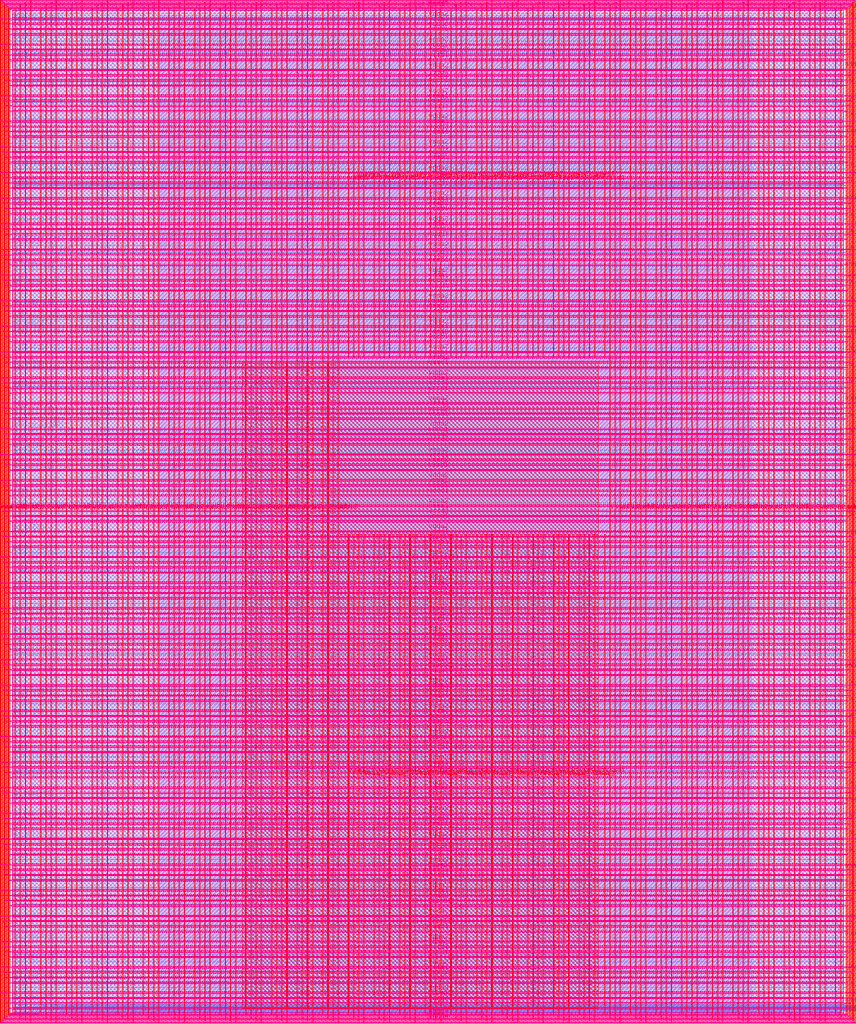
<source format=lef>
VERSION 5.7 ;
  NOWIREEXTENSIONATPIN ON ;
  DIVIDERCHAR "/" ;
  BUSBITCHARS "[]" ;
MACRO user_project_wrapper
  CLASS BLOCK ;
  FOREIGN user_project_wrapper ;
  ORIGIN 0.000 0.000 ;
  SIZE 2920.000 BY 3520.000 ;
  PIN analog_io[0]
    DIRECTION INOUT ;
    USE SIGNAL ;
    PORT
      LAYER met3 ;
        RECT 2917.600 28.980 2924.800 30.180 ;
    END
  END analog_io[0]
  PIN analog_io[10]
    DIRECTION INOUT ;
    USE SIGNAL ;
    PORT
      LAYER met3 ;
        RECT 2917.600 2374.980 2924.800 2376.180 ;
    END
  END analog_io[10]
  PIN analog_io[11]
    DIRECTION INOUT ;
    USE SIGNAL ;
    PORT
      LAYER met3 ;
        RECT 2917.600 2609.580 2924.800 2610.780 ;
    END
  END analog_io[11]
  PIN analog_io[12]
    DIRECTION INOUT ;
    USE SIGNAL ;
    PORT
      LAYER met3 ;
        RECT 2917.600 2844.180 2924.800 2845.380 ;
    END
  END analog_io[12]
  PIN analog_io[13]
    DIRECTION INOUT ;
    USE SIGNAL ;
    PORT
      LAYER met3 ;
        RECT 2917.600 3078.780 2924.800 3079.980 ;
    END
  END analog_io[13]
  PIN analog_io[14]
    DIRECTION INOUT ;
    USE SIGNAL ;
    PORT
      LAYER met3 ;
        RECT 2917.600 3313.380 2924.800 3314.580 ;
    END
  END analog_io[14]
  PIN analog_io[15]
    DIRECTION INOUT ;
    USE SIGNAL ;
    PORT
      LAYER met2 ;
        RECT 2879.090 3517.600 2879.650 3524.800 ;
    END
  END analog_io[15]
  PIN analog_io[16]
    DIRECTION INOUT ;
    USE SIGNAL ;
    PORT
      LAYER met2 ;
        RECT 2554.790 3517.600 2555.350 3524.800 ;
    END
  END analog_io[16]
  PIN analog_io[17]
    DIRECTION INOUT ;
    USE SIGNAL ;
    PORT
      LAYER met2 ;
        RECT 2230.490 3517.600 2231.050 3524.800 ;
    END
  END analog_io[17]
  PIN analog_io[18]
    DIRECTION INOUT ;
    USE SIGNAL ;
    PORT
      LAYER met2 ;
        RECT 1905.730 3517.600 1906.290 3524.800 ;
    END
  END analog_io[18]
  PIN analog_io[19]
    DIRECTION INOUT ;
    USE SIGNAL ;
    PORT
      LAYER met2 ;
        RECT 1581.430 3517.600 1581.990 3524.800 ;
    END
  END analog_io[19]
  PIN analog_io[1]
    DIRECTION INOUT ;
    USE SIGNAL ;
    PORT
      LAYER met3 ;
        RECT 2917.600 263.580 2924.800 264.780 ;
    END
  END analog_io[1]
  PIN analog_io[20]
    DIRECTION INOUT ;
    USE SIGNAL ;
    PORT
      LAYER met2 ;
        RECT 1257.130 3517.600 1257.690 3524.800 ;
    END
  END analog_io[20]
  PIN analog_io[21]
    DIRECTION INOUT ;
    USE SIGNAL ;
    PORT
      LAYER met2 ;
        RECT 932.370 3517.600 932.930 3524.800 ;
    END
  END analog_io[21]
  PIN analog_io[22]
    DIRECTION INOUT ;
    USE SIGNAL ;
    PORT
      LAYER met2 ;
        RECT 608.070 3517.600 608.630 3524.800 ;
    END
  END analog_io[22]
  PIN analog_io[23]
    DIRECTION INOUT ;
    USE SIGNAL ;
    PORT
      LAYER met2 ;
        RECT 283.770 3517.600 284.330 3524.800 ;
    END
  END analog_io[23]
  PIN analog_io[24]
    DIRECTION INOUT ;
    USE SIGNAL ;
    PORT
      LAYER met3 ;
        RECT -4.800 3482.700 2.400 3483.900 ;
    END
  END analog_io[24]
  PIN analog_io[25]
    DIRECTION INOUT ;
    USE SIGNAL ;
    PORT
      LAYER met3 ;
        RECT -4.800 3195.060 2.400 3196.260 ;
    END
  END analog_io[25]
  PIN analog_io[26]
    DIRECTION INOUT ;
    USE SIGNAL ;
    PORT
      LAYER met3 ;
        RECT -4.800 2908.100 2.400 2909.300 ;
    END
  END analog_io[26]
  PIN analog_io[27]
    DIRECTION INOUT ;
    USE SIGNAL ;
    PORT
      LAYER met3 ;
        RECT -4.800 2620.460 2.400 2621.660 ;
    END
  END analog_io[27]
  PIN analog_io[28]
    DIRECTION INOUT ;
    USE SIGNAL ;
    PORT
      LAYER met3 ;
        RECT -4.800 2333.500 2.400 2334.700 ;
    END
  END analog_io[28]
  PIN analog_io[29]
    DIRECTION INOUT ;
    USE SIGNAL ;
    PORT
      LAYER met3 ;
        RECT -4.800 2045.860 2.400 2047.060 ;
    END
  END analog_io[29]
  PIN analog_io[2]
    DIRECTION INOUT ;
    USE SIGNAL ;
    PORT
      LAYER met3 ;
        RECT 2917.600 498.180 2924.800 499.380 ;
    END
  END analog_io[2]
  PIN analog_io[30]
    DIRECTION INOUT ;
    USE SIGNAL ;
    PORT
      LAYER met3 ;
        RECT -4.800 1758.900 2.400 1760.100 ;
    END
  END analog_io[30]
  PIN analog_io[3]
    DIRECTION INOUT ;
    USE SIGNAL ;
    PORT
      LAYER met3 ;
        RECT 2917.600 732.780 2924.800 733.980 ;
    END
  END analog_io[3]
  PIN analog_io[4]
    DIRECTION INOUT ;
    USE SIGNAL ;
    PORT
      LAYER met3 ;
        RECT 2917.600 967.380 2924.800 968.580 ;
    END
  END analog_io[4]
  PIN analog_io[5]
    DIRECTION INOUT ;
    USE SIGNAL ;
    PORT
      LAYER met3 ;
        RECT 2917.600 1201.980 2924.800 1203.180 ;
    END
  END analog_io[5]
  PIN analog_io[6]
    DIRECTION INOUT ;
    USE SIGNAL ;
    PORT
      LAYER met3 ;
        RECT 2917.600 1436.580 2924.800 1437.780 ;
    END
  END analog_io[6]
  PIN analog_io[7]
    DIRECTION INOUT ;
    USE SIGNAL ;
    PORT
      LAYER met3 ;
        RECT 2917.600 1671.180 2924.800 1672.380 ;
    END
  END analog_io[7]
  PIN analog_io[8]
    DIRECTION INOUT ;
    USE SIGNAL ;
    PORT
      LAYER met3 ;
        RECT 2917.600 1905.780 2924.800 1906.980 ;
    END
  END analog_io[8]
  PIN analog_io[9]
    DIRECTION INOUT ;
    USE SIGNAL ;
    PORT
      LAYER met3 ;
        RECT 2917.600 2140.380 2924.800 2141.580 ;
    END
  END analog_io[9]
  PIN io_in[0]
    DIRECTION INPUT ;
    USE SIGNAL ;
    PORT
      LAYER met3 ;
        RECT 2917.600 87.460 2924.800 88.660 ;
    END
  END io_in[0]
  PIN io_in[10]
    DIRECTION INPUT ;
    USE SIGNAL ;
    PORT
      LAYER met3 ;
        RECT 2917.600 2433.460 2924.800 2434.660 ;
    END
  END io_in[10]
  PIN io_in[11]
    DIRECTION INPUT ;
    USE SIGNAL ;
    PORT
      LAYER met3 ;
        RECT 2917.600 2668.740 2924.800 2669.940 ;
    END
  END io_in[11]
  PIN io_in[12]
    DIRECTION INPUT ;
    USE SIGNAL ;
    PORT
      LAYER met3 ;
        RECT 2917.600 2903.340 2924.800 2904.540 ;
    END
  END io_in[12]
  PIN io_in[13]
    DIRECTION INPUT ;
    USE SIGNAL ;
    PORT
      LAYER met3 ;
        RECT 2917.600 3137.940 2924.800 3139.140 ;
    END
  END io_in[13]
  PIN io_in[14]
    DIRECTION INPUT ;
    USE SIGNAL ;
    PORT
      LAYER met3 ;
        RECT 2917.600 3372.540 2924.800 3373.740 ;
    END
  END io_in[14]
  PIN io_in[15]
    DIRECTION INPUT ;
    USE SIGNAL ;
    PORT
      LAYER met2 ;
        RECT 2798.130 3517.600 2798.690 3524.800 ;
    END
  END io_in[15]
  PIN io_in[16]
    DIRECTION INPUT ;
    USE SIGNAL ;
    PORT
      LAYER met2 ;
        RECT 2473.830 3517.600 2474.390 3524.800 ;
    END
  END io_in[16]
  PIN io_in[17]
    DIRECTION INPUT ;
    USE SIGNAL ;
    PORT
      LAYER met2 ;
        RECT 2149.070 3517.600 2149.630 3524.800 ;
    END
  END io_in[17]
  PIN io_in[18]
    DIRECTION INPUT ;
    USE SIGNAL ;
    PORT
      LAYER met2 ;
        RECT 1824.770 3517.600 1825.330 3524.800 ;
    END
  END io_in[18]
  PIN io_in[19]
    DIRECTION INPUT ;
    USE SIGNAL ;
    PORT
      LAYER met2 ;
        RECT 1500.470 3517.600 1501.030 3524.800 ;
    END
  END io_in[19]
  PIN io_in[1]
    DIRECTION INPUT ;
    USE SIGNAL ;
    PORT
      LAYER met3 ;
        RECT 2917.600 322.060 2924.800 323.260 ;
    END
  END io_in[1]
  PIN io_in[20]
    DIRECTION INPUT ;
    USE SIGNAL ;
    PORT
      LAYER met2 ;
        RECT 1175.710 3517.600 1176.270 3524.800 ;
    END
  END io_in[20]
  PIN io_in[21]
    DIRECTION INPUT ;
    USE SIGNAL ;
    PORT
      LAYER met2 ;
        RECT 851.410 3517.600 851.970 3524.800 ;
    END
  END io_in[21]
  PIN io_in[22]
    DIRECTION INPUT ;
    USE SIGNAL ;
    PORT
      LAYER met2 ;
        RECT 527.110 3517.600 527.670 3524.800 ;
    END
  END io_in[22]
  PIN io_in[23]
    DIRECTION INPUT ;
    USE SIGNAL ;
    PORT
      LAYER met2 ;
        RECT 202.350 3517.600 202.910 3524.800 ;
    END
  END io_in[23]
  PIN io_in[24]
    DIRECTION INPUT ;
    USE SIGNAL ;
    PORT
      LAYER met3 ;
        RECT -4.800 3410.620 2.400 3411.820 ;
    END
  END io_in[24]
  PIN io_in[25]
    DIRECTION INPUT ;
    USE SIGNAL ;
    PORT
      LAYER met3 ;
        RECT -4.800 3123.660 2.400 3124.860 ;
    END
  END io_in[25]
  PIN io_in[26]
    DIRECTION INPUT ;
    USE SIGNAL ;
    PORT
      LAYER met3 ;
        RECT -4.800 2836.020 2.400 2837.220 ;
    END
  END io_in[26]
  PIN io_in[27]
    DIRECTION INPUT ;
    USE SIGNAL ;
    PORT
      LAYER met3 ;
        RECT -4.800 2549.060 2.400 2550.260 ;
    END
  END io_in[27]
  PIN io_in[28]
    DIRECTION INPUT ;
    USE SIGNAL ;
    PORT
      LAYER met3 ;
        RECT -4.800 2261.420 2.400 2262.620 ;
    END
  END io_in[28]
  PIN io_in[29]
    DIRECTION INPUT ;
    USE SIGNAL ;
    PORT
      LAYER met3 ;
        RECT -4.800 1974.460 2.400 1975.660 ;
    END
  END io_in[29]
  PIN io_in[2]
    DIRECTION INPUT ;
    USE SIGNAL ;
    PORT
      LAYER met3 ;
        RECT 2917.600 556.660 2924.800 557.860 ;
    END
  END io_in[2]
  PIN io_in[30]
    DIRECTION INPUT ;
    USE SIGNAL ;
    PORT
      LAYER met3 ;
        RECT -4.800 1686.820 2.400 1688.020 ;
    END
  END io_in[30]
  PIN io_in[31]
    DIRECTION INPUT ;
    USE SIGNAL ;
    PORT
      LAYER met3 ;
        RECT -4.800 1471.260 2.400 1472.460 ;
    END
  END io_in[31]
  PIN io_in[32]
    DIRECTION INPUT ;
    USE SIGNAL ;
    PORT
      LAYER met3 ;
        RECT -4.800 1255.700 2.400 1256.900 ;
    END
  END io_in[32]
  PIN io_in[33]
    DIRECTION INPUT ;
    USE SIGNAL ;
    PORT
      LAYER met3 ;
        RECT -4.800 1040.140 2.400 1041.340 ;
    END
  END io_in[33]
  PIN io_in[34]
    DIRECTION INPUT ;
    USE SIGNAL ;
    PORT
      LAYER met3 ;
        RECT -4.800 824.580 2.400 825.780 ;
    END
  END io_in[34]
  PIN io_in[35]
    DIRECTION INPUT ;
    USE SIGNAL ;
    PORT
      LAYER met3 ;
        RECT -4.800 609.700 2.400 610.900 ;
    END
  END io_in[35]
  PIN io_in[36]
    DIRECTION INPUT ;
    USE SIGNAL ;
    PORT
      LAYER met3 ;
        RECT -4.800 394.140 2.400 395.340 ;
    END
  END io_in[36]
  PIN io_in[37]
    DIRECTION INPUT ;
    USE SIGNAL ;
    PORT
      LAYER met3 ;
        RECT -4.800 178.580 2.400 179.780 ;
    END
  END io_in[37]
  PIN io_in[3]
    DIRECTION INPUT ;
    USE SIGNAL ;
    PORT
      LAYER met3 ;
        RECT 2917.600 791.260 2924.800 792.460 ;
    END
  END io_in[3]
  PIN io_in[4]
    DIRECTION INPUT ;
    USE SIGNAL ;
    PORT
      LAYER met3 ;
        RECT 2917.600 1025.860 2924.800 1027.060 ;
    END
  END io_in[4]
  PIN io_in[5]
    DIRECTION INPUT ;
    USE SIGNAL ;
    PORT
      LAYER met3 ;
        RECT 2917.600 1260.460 2924.800 1261.660 ;
    END
  END io_in[5]
  PIN io_in[6]
    DIRECTION INPUT ;
    USE SIGNAL ;
    PORT
      LAYER met3 ;
        RECT 2917.600 1495.060 2924.800 1496.260 ;
    END
  END io_in[6]
  PIN io_in[7]
    DIRECTION INPUT ;
    USE SIGNAL ;
    PORT
      LAYER met3 ;
        RECT 2917.600 1729.660 2924.800 1730.860 ;
    END
  END io_in[7]
  PIN io_in[8]
    DIRECTION INPUT ;
    USE SIGNAL ;
    PORT
      LAYER met3 ;
        RECT 2917.600 1964.260 2924.800 1965.460 ;
    END
  END io_in[8]
  PIN io_in[9]
    DIRECTION INPUT ;
    USE SIGNAL ;
    PORT
      LAYER met3 ;
        RECT 2917.600 2198.860 2924.800 2200.060 ;
    END
  END io_in[9]
  PIN io_oeb[0]
    DIRECTION OUTPUT TRISTATE ;
    USE SIGNAL ;
    PORT
      LAYER met3 ;
        RECT 2917.600 204.420 2924.800 205.620 ;
    END
  END io_oeb[0]
  PIN io_oeb[10]
    DIRECTION OUTPUT TRISTATE ;
    USE SIGNAL ;
    PORT
      LAYER met3 ;
        RECT 2917.600 2551.100 2924.800 2552.300 ;
    END
  END io_oeb[10]
  PIN io_oeb[11]
    DIRECTION OUTPUT TRISTATE ;
    USE SIGNAL ;
    PORT
      LAYER met3 ;
        RECT 2917.600 2785.700 2924.800 2786.900 ;
    END
  END io_oeb[11]
  PIN io_oeb[12]
    DIRECTION OUTPUT TRISTATE ;
    USE SIGNAL ;
    PORT
      LAYER met3 ;
        RECT 2917.600 3020.300 2924.800 3021.500 ;
    END
  END io_oeb[12]
  PIN io_oeb[13]
    DIRECTION OUTPUT TRISTATE ;
    USE SIGNAL ;
    PORT
      LAYER met3 ;
        RECT 2917.600 3254.900 2924.800 3256.100 ;
    END
  END io_oeb[13]
  PIN io_oeb[14]
    DIRECTION OUTPUT TRISTATE ;
    USE SIGNAL ;
    PORT
      LAYER met3 ;
        RECT 2917.600 3489.500 2924.800 3490.700 ;
    END
  END io_oeb[14]
  PIN io_oeb[15]
    DIRECTION OUTPUT TRISTATE ;
    USE SIGNAL ;
    PORT
      LAYER met2 ;
        RECT 2635.750 3517.600 2636.310 3524.800 ;
    END
  END io_oeb[15]
  PIN io_oeb[16]
    DIRECTION OUTPUT TRISTATE ;
    USE SIGNAL ;
    PORT
      LAYER met2 ;
        RECT 2311.450 3517.600 2312.010 3524.800 ;
    END
  END io_oeb[16]
  PIN io_oeb[17]
    DIRECTION OUTPUT TRISTATE ;
    USE SIGNAL ;
    PORT
      LAYER met2 ;
        RECT 1987.150 3517.600 1987.710 3524.800 ;
    END
  END io_oeb[17]
  PIN io_oeb[18]
    DIRECTION OUTPUT TRISTATE ;
    USE SIGNAL ;
    PORT
      LAYER met2 ;
        RECT 1662.390 3517.600 1662.950 3524.800 ;
    END
  END io_oeb[18]
  PIN io_oeb[19]
    DIRECTION OUTPUT TRISTATE ;
    USE SIGNAL ;
    PORT
      LAYER met2 ;
        RECT 1338.090 3517.600 1338.650 3524.800 ;
    END
  END io_oeb[19]
  PIN io_oeb[1]
    DIRECTION OUTPUT TRISTATE ;
    USE SIGNAL ;
    PORT
      LAYER met3 ;
        RECT 2917.600 439.020 2924.800 440.220 ;
    END
  END io_oeb[1]
  PIN io_oeb[20]
    DIRECTION OUTPUT TRISTATE ;
    USE SIGNAL ;
    PORT
      LAYER met2 ;
        RECT 1013.790 3517.600 1014.350 3524.800 ;
    END
  END io_oeb[20]
  PIN io_oeb[21]
    DIRECTION OUTPUT TRISTATE ;
    USE SIGNAL ;
    PORT
      LAYER met2 ;
        RECT 689.030 3517.600 689.590 3524.800 ;
    END
  END io_oeb[21]
  PIN io_oeb[22]
    DIRECTION OUTPUT TRISTATE ;
    USE SIGNAL ;
    PORT
      LAYER met2 ;
        RECT 364.730 3517.600 365.290 3524.800 ;
    END
  END io_oeb[22]
  PIN io_oeb[23]
    DIRECTION OUTPUT TRISTATE ;
    USE SIGNAL ;
    PORT
      LAYER met2 ;
        RECT 40.430 3517.600 40.990 3524.800 ;
    END
  END io_oeb[23]
  PIN io_oeb[24]
    DIRECTION OUTPUT TRISTATE ;
    USE SIGNAL ;
    PORT
      LAYER met3 ;
        RECT -4.800 3267.140 2.400 3268.340 ;
    END
  END io_oeb[24]
  PIN io_oeb[25]
    DIRECTION OUTPUT TRISTATE ;
    USE SIGNAL ;
    PORT
      LAYER met3 ;
        RECT -4.800 2979.500 2.400 2980.700 ;
    END
  END io_oeb[25]
  PIN io_oeb[26]
    DIRECTION OUTPUT TRISTATE ;
    USE SIGNAL ;
    PORT
      LAYER met3 ;
        RECT -4.800 2692.540 2.400 2693.740 ;
    END
  END io_oeb[26]
  PIN io_oeb[27]
    DIRECTION OUTPUT TRISTATE ;
    USE SIGNAL ;
    PORT
      LAYER met3 ;
        RECT -4.800 2404.900 2.400 2406.100 ;
    END
  END io_oeb[27]
  PIN io_oeb[28]
    DIRECTION OUTPUT TRISTATE ;
    USE SIGNAL ;
    PORT
      LAYER met3 ;
        RECT -4.800 2117.940 2.400 2119.140 ;
    END
  END io_oeb[28]
  PIN io_oeb[29]
    DIRECTION OUTPUT TRISTATE ;
    USE SIGNAL ;
    PORT
      LAYER met3 ;
        RECT -4.800 1830.300 2.400 1831.500 ;
    END
  END io_oeb[29]
  PIN io_oeb[2]
    DIRECTION OUTPUT TRISTATE ;
    USE SIGNAL ;
    PORT
      LAYER met3 ;
        RECT 2917.600 673.620 2924.800 674.820 ;
    END
  END io_oeb[2]
  PIN io_oeb[30]
    DIRECTION OUTPUT TRISTATE ;
    USE SIGNAL ;
    PORT
      LAYER met3 ;
        RECT -4.800 1543.340 2.400 1544.540 ;
    END
  END io_oeb[30]
  PIN io_oeb[31]
    DIRECTION OUTPUT TRISTATE ;
    USE SIGNAL ;
    PORT
      LAYER met3 ;
        RECT -4.800 1327.780 2.400 1328.980 ;
    END
  END io_oeb[31]
  PIN io_oeb[32]
    DIRECTION OUTPUT TRISTATE ;
    USE SIGNAL ;
    PORT
      LAYER met3 ;
        RECT -4.800 1112.220 2.400 1113.420 ;
    END
  END io_oeb[32]
  PIN io_oeb[33]
    DIRECTION OUTPUT TRISTATE ;
    USE SIGNAL ;
    PORT
      LAYER met3 ;
        RECT -4.800 896.660 2.400 897.860 ;
    END
  END io_oeb[33]
  PIN io_oeb[34]
    DIRECTION OUTPUT TRISTATE ;
    USE SIGNAL ;
    PORT
      LAYER met3 ;
        RECT -4.800 681.100 2.400 682.300 ;
    END
  END io_oeb[34]
  PIN io_oeb[35]
    DIRECTION OUTPUT TRISTATE ;
    USE SIGNAL ;
    PORT
      LAYER met3 ;
        RECT -4.800 465.540 2.400 466.740 ;
    END
  END io_oeb[35]
  PIN io_oeb[36]
    DIRECTION OUTPUT TRISTATE ;
    USE SIGNAL ;
    PORT
      LAYER met3 ;
        RECT -4.800 249.980 2.400 251.180 ;
    END
  END io_oeb[36]
  PIN io_oeb[37]
    DIRECTION OUTPUT TRISTATE ;
    USE SIGNAL ;
    PORT
      LAYER met3 ;
        RECT -4.800 35.100 2.400 36.300 ;
    END
  END io_oeb[37]
  PIN io_oeb[3]
    DIRECTION OUTPUT TRISTATE ;
    USE SIGNAL ;
    PORT
      LAYER met3 ;
        RECT 2917.600 908.900 2924.800 910.100 ;
    END
  END io_oeb[3]
  PIN io_oeb[4]
    DIRECTION OUTPUT TRISTATE ;
    USE SIGNAL ;
    PORT
      LAYER met3 ;
        RECT 2917.600 1143.500 2924.800 1144.700 ;
    END
  END io_oeb[4]
  PIN io_oeb[5]
    DIRECTION OUTPUT TRISTATE ;
    USE SIGNAL ;
    PORT
      LAYER met3 ;
        RECT 2917.600 1378.100 2924.800 1379.300 ;
    END
  END io_oeb[5]
  PIN io_oeb[6]
    DIRECTION OUTPUT TRISTATE ;
    USE SIGNAL ;
    PORT
      LAYER met3 ;
        RECT 2917.600 1612.700 2924.800 1613.900 ;
    END
  END io_oeb[6]
  PIN io_oeb[7]
    DIRECTION OUTPUT TRISTATE ;
    USE SIGNAL ;
    PORT
      LAYER met3 ;
        RECT 2917.600 1847.300 2924.800 1848.500 ;
    END
  END io_oeb[7]
  PIN io_oeb[8]
    DIRECTION OUTPUT TRISTATE ;
    USE SIGNAL ;
    PORT
      LAYER met3 ;
        RECT 2917.600 2081.900 2924.800 2083.100 ;
    END
  END io_oeb[8]
  PIN io_oeb[9]
    DIRECTION OUTPUT TRISTATE ;
    USE SIGNAL ;
    PORT
      LAYER met3 ;
        RECT 2917.600 2316.500 2924.800 2317.700 ;
    END
  END io_oeb[9]
  PIN io_out[0]
    DIRECTION OUTPUT TRISTATE ;
    USE SIGNAL ;
    PORT
      LAYER met3 ;
        RECT 2917.600 145.940 2924.800 147.140 ;
    END
  END io_out[0]
  PIN io_out[10]
    DIRECTION OUTPUT TRISTATE ;
    USE SIGNAL ;
    PORT
      LAYER met3 ;
        RECT 2917.600 2492.620 2924.800 2493.820 ;
    END
  END io_out[10]
  PIN io_out[11]
    DIRECTION OUTPUT TRISTATE ;
    USE SIGNAL ;
    PORT
      LAYER met3 ;
        RECT 2917.600 2727.220 2924.800 2728.420 ;
    END
  END io_out[11]
  PIN io_out[12]
    DIRECTION OUTPUT TRISTATE ;
    USE SIGNAL ;
    PORT
      LAYER met3 ;
        RECT 2917.600 2961.820 2924.800 2963.020 ;
    END
  END io_out[12]
  PIN io_out[13]
    DIRECTION OUTPUT TRISTATE ;
    USE SIGNAL ;
    PORT
      LAYER met3 ;
        RECT 2917.600 3196.420 2924.800 3197.620 ;
    END
  END io_out[13]
  PIN io_out[14]
    DIRECTION OUTPUT TRISTATE ;
    USE SIGNAL ;
    PORT
      LAYER met3 ;
        RECT 2917.600 3431.020 2924.800 3432.220 ;
    END
  END io_out[14]
  PIN io_out[15]
    DIRECTION OUTPUT TRISTATE ;
    USE SIGNAL ;
    PORT
      LAYER met2 ;
        RECT 2717.170 3517.600 2717.730 3524.800 ;
    END
  END io_out[15]
  PIN io_out[16]
    DIRECTION OUTPUT TRISTATE ;
    USE SIGNAL ;
    PORT
      LAYER met2 ;
        RECT 2392.410 3517.600 2392.970 3524.800 ;
    END
  END io_out[16]
  PIN io_out[17]
    DIRECTION OUTPUT TRISTATE ;
    USE SIGNAL ;
    PORT
      LAYER met2 ;
        RECT 2068.110 3517.600 2068.670 3524.800 ;
    END
  END io_out[17]
  PIN io_out[18]
    DIRECTION OUTPUT TRISTATE ;
    USE SIGNAL ;
    PORT
      LAYER met2 ;
        RECT 1743.810 3517.600 1744.370 3524.800 ;
    END
  END io_out[18]
  PIN io_out[19]
    DIRECTION OUTPUT TRISTATE ;
    USE SIGNAL ;
    PORT
      LAYER met2 ;
        RECT 1419.050 3517.600 1419.610 3524.800 ;
    END
  END io_out[19]
  PIN io_out[1]
    DIRECTION OUTPUT TRISTATE ;
    USE SIGNAL ;
    PORT
      LAYER met3 ;
        RECT 2917.600 380.540 2924.800 381.740 ;
    END
  END io_out[1]
  PIN io_out[20]
    DIRECTION OUTPUT TRISTATE ;
    USE SIGNAL ;
    PORT
      LAYER met2 ;
        RECT 1094.750 3517.600 1095.310 3524.800 ;
    END
  END io_out[20]
  PIN io_out[21]
    DIRECTION OUTPUT TRISTATE ;
    USE SIGNAL ;
    PORT
      LAYER met2 ;
        RECT 770.450 3517.600 771.010 3524.800 ;
    END
  END io_out[21]
  PIN io_out[22]
    DIRECTION OUTPUT TRISTATE ;
    USE SIGNAL ;
    PORT
      LAYER met2 ;
        RECT 445.690 3517.600 446.250 3524.800 ;
    END
  END io_out[22]
  PIN io_out[23]
    DIRECTION OUTPUT TRISTATE ;
    USE SIGNAL ;
    PORT
      LAYER met2 ;
        RECT 121.390 3517.600 121.950 3524.800 ;
    END
  END io_out[23]
  PIN io_out[24]
    DIRECTION OUTPUT TRISTATE ;
    USE SIGNAL ;
    PORT
      LAYER met3 ;
        RECT -4.800 3339.220 2.400 3340.420 ;
    END
  END io_out[24]
  PIN io_out[25]
    DIRECTION OUTPUT TRISTATE ;
    USE SIGNAL ;
    PORT
      LAYER met3 ;
        RECT -4.800 3051.580 2.400 3052.780 ;
    END
  END io_out[25]
  PIN io_out[26]
    DIRECTION OUTPUT TRISTATE ;
    USE SIGNAL ;
    PORT
      LAYER met3 ;
        RECT -4.800 2764.620 2.400 2765.820 ;
    END
  END io_out[26]
  PIN io_out[27]
    DIRECTION OUTPUT TRISTATE ;
    USE SIGNAL ;
    PORT
      LAYER met3 ;
        RECT -4.800 2476.980 2.400 2478.180 ;
    END
  END io_out[27]
  PIN io_out[28]
    DIRECTION OUTPUT TRISTATE ;
    USE SIGNAL ;
    PORT
      LAYER met3 ;
        RECT -4.800 2189.340 2.400 2190.540 ;
    END
  END io_out[28]
  PIN io_out[29]
    DIRECTION OUTPUT TRISTATE ;
    USE SIGNAL ;
    PORT
      LAYER met3 ;
        RECT -4.800 1902.380 2.400 1903.580 ;
    END
  END io_out[29]
  PIN io_out[2]
    DIRECTION OUTPUT TRISTATE ;
    USE SIGNAL ;
    PORT
      LAYER met3 ;
        RECT 2917.600 615.140 2924.800 616.340 ;
    END
  END io_out[2]
  PIN io_out[30]
    DIRECTION OUTPUT TRISTATE ;
    USE SIGNAL ;
    PORT
      LAYER met3 ;
        RECT -4.800 1614.740 2.400 1615.940 ;
    END
  END io_out[30]
  PIN io_out[31]
    DIRECTION OUTPUT TRISTATE ;
    USE SIGNAL ;
    PORT
      LAYER met3 ;
        RECT -4.800 1399.860 2.400 1401.060 ;
    END
  END io_out[31]
  PIN io_out[32]
    DIRECTION OUTPUT TRISTATE ;
    USE SIGNAL ;
    PORT
      LAYER met3 ;
        RECT -4.800 1184.300 2.400 1185.500 ;
    END
  END io_out[32]
  PIN io_out[33]
    DIRECTION OUTPUT TRISTATE ;
    USE SIGNAL ;
    PORT
      LAYER met3 ;
        RECT -4.800 968.740 2.400 969.940 ;
    END
  END io_out[33]
  PIN io_out[34]
    DIRECTION OUTPUT TRISTATE ;
    USE SIGNAL ;
    PORT
      LAYER met3 ;
        RECT -4.800 753.180 2.400 754.380 ;
    END
  END io_out[34]
  PIN io_out[35]
    DIRECTION OUTPUT TRISTATE ;
    USE SIGNAL ;
    PORT
      LAYER met3 ;
        RECT -4.800 537.620 2.400 538.820 ;
    END
  END io_out[35]
  PIN io_out[36]
    DIRECTION OUTPUT TRISTATE ;
    USE SIGNAL ;
    PORT
      LAYER met3 ;
        RECT -4.800 322.060 2.400 323.260 ;
    END
  END io_out[36]
  PIN io_out[37]
    DIRECTION OUTPUT TRISTATE ;
    USE SIGNAL ;
    PORT
      LAYER met3 ;
        RECT -4.800 106.500 2.400 107.700 ;
    END
  END io_out[37]
  PIN io_out[3]
    DIRECTION OUTPUT TRISTATE ;
    USE SIGNAL ;
    PORT
      LAYER met3 ;
        RECT 2917.600 849.740 2924.800 850.940 ;
    END
  END io_out[3]
  PIN io_out[4]
    DIRECTION OUTPUT TRISTATE ;
    USE SIGNAL ;
    PORT
      LAYER met3 ;
        RECT 2917.600 1084.340 2924.800 1085.540 ;
    END
  END io_out[4]
  PIN io_out[5]
    DIRECTION OUTPUT TRISTATE ;
    USE SIGNAL ;
    PORT
      LAYER met3 ;
        RECT 2917.600 1318.940 2924.800 1320.140 ;
    END
  END io_out[5]
  PIN io_out[6]
    DIRECTION OUTPUT TRISTATE ;
    USE SIGNAL ;
    PORT
      LAYER met3 ;
        RECT 2917.600 1553.540 2924.800 1554.740 ;
    END
  END io_out[6]
  PIN io_out[7]
    DIRECTION OUTPUT TRISTATE ;
    USE SIGNAL ;
    PORT
      LAYER met3 ;
        RECT 2917.600 1788.820 2924.800 1790.020 ;
    END
  END io_out[7]
  PIN io_out[8]
    DIRECTION OUTPUT TRISTATE ;
    USE SIGNAL ;
    PORT
      LAYER met3 ;
        RECT 2917.600 2023.420 2924.800 2024.620 ;
    END
  END io_out[8]
  PIN io_out[9]
    DIRECTION OUTPUT TRISTATE ;
    USE SIGNAL ;
    PORT
      LAYER met3 ;
        RECT 2917.600 2258.020 2924.800 2259.220 ;
    END
  END io_out[9]
  PIN la_data_in[0]
    DIRECTION INPUT ;
    USE SIGNAL ;
    PORT
      LAYER met2 ;
        RECT 632.910 -4.800 633.470 2.400 ;
    END
  END la_data_in[0]
  PIN la_data_in[100]
    DIRECTION INPUT ;
    USE SIGNAL ;
    PORT
      LAYER met2 ;
        RECT 2417.250 -4.800 2417.810 2.400 ;
    END
  END la_data_in[100]
  PIN la_data_in[101]
    DIRECTION INPUT ;
    USE SIGNAL ;
    PORT
      LAYER met2 ;
        RECT 2434.730 -4.800 2435.290 2.400 ;
    END
  END la_data_in[101]
  PIN la_data_in[102]
    DIRECTION INPUT ;
    USE SIGNAL ;
    PORT
      LAYER met2 ;
        RECT 2452.670 -4.800 2453.230 2.400 ;
    END
  END la_data_in[102]
  PIN la_data_in[103]
    DIRECTION INPUT ;
    USE SIGNAL ;
    PORT
      LAYER met2 ;
        RECT 2470.610 -4.800 2471.170 2.400 ;
    END
  END la_data_in[103]
  PIN la_data_in[104]
    DIRECTION INPUT ;
    USE SIGNAL ;
    PORT
      LAYER met2 ;
        RECT 2488.550 -4.800 2489.110 2.400 ;
    END
  END la_data_in[104]
  PIN la_data_in[105]
    DIRECTION INPUT ;
    USE SIGNAL ;
    PORT
      LAYER met2 ;
        RECT 2506.030 -4.800 2506.590 2.400 ;
    END
  END la_data_in[105]
  PIN la_data_in[106]
    DIRECTION INPUT ;
    USE SIGNAL ;
    PORT
      LAYER met2 ;
        RECT 2523.970 -4.800 2524.530 2.400 ;
    END
  END la_data_in[106]
  PIN la_data_in[107]
    DIRECTION INPUT ;
    USE SIGNAL ;
    PORT
      LAYER met2 ;
        RECT 2541.910 -4.800 2542.470 2.400 ;
    END
  END la_data_in[107]
  PIN la_data_in[108]
    DIRECTION INPUT ;
    USE SIGNAL ;
    PORT
      LAYER met2 ;
        RECT 2559.850 -4.800 2560.410 2.400 ;
    END
  END la_data_in[108]
  PIN la_data_in[109]
    DIRECTION INPUT ;
    USE SIGNAL ;
    PORT
      LAYER met2 ;
        RECT 2577.790 -4.800 2578.350 2.400 ;
    END
  END la_data_in[109]
  PIN la_data_in[10]
    DIRECTION INPUT ;
    USE SIGNAL ;
    PORT
      LAYER met2 ;
        RECT 811.390 -4.800 811.950 2.400 ;
    END
  END la_data_in[10]
  PIN la_data_in[110]
    DIRECTION INPUT ;
    USE SIGNAL ;
    PORT
      LAYER met2 ;
        RECT 2595.270 -4.800 2595.830 2.400 ;
    END
  END la_data_in[110]
  PIN la_data_in[111]
    DIRECTION INPUT ;
    USE SIGNAL ;
    PORT
      LAYER met2 ;
        RECT 2613.210 -4.800 2613.770 2.400 ;
    END
  END la_data_in[111]
  PIN la_data_in[112]
    DIRECTION INPUT ;
    USE SIGNAL ;
    PORT
      LAYER met2 ;
        RECT 2631.150 -4.800 2631.710 2.400 ;
    END
  END la_data_in[112]
  PIN la_data_in[113]
    DIRECTION INPUT ;
    USE SIGNAL ;
    PORT
      LAYER met2 ;
        RECT 2649.090 -4.800 2649.650 2.400 ;
    END
  END la_data_in[113]
  PIN la_data_in[114]
    DIRECTION INPUT ;
    USE SIGNAL ;
    PORT
      LAYER met2 ;
        RECT 2667.030 -4.800 2667.590 2.400 ;
    END
  END la_data_in[114]
  PIN la_data_in[115]
    DIRECTION INPUT ;
    USE SIGNAL ;
    PORT
      LAYER met2 ;
        RECT 2684.510 -4.800 2685.070 2.400 ;
    END
  END la_data_in[115]
  PIN la_data_in[116]
    DIRECTION INPUT ;
    USE SIGNAL ;
    PORT
      LAYER met2 ;
        RECT 2702.450 -4.800 2703.010 2.400 ;
    END
  END la_data_in[116]
  PIN la_data_in[117]
    DIRECTION INPUT ;
    USE SIGNAL ;
    PORT
      LAYER met2 ;
        RECT 2720.390 -4.800 2720.950 2.400 ;
    END
  END la_data_in[117]
  PIN la_data_in[118]
    DIRECTION INPUT ;
    USE SIGNAL ;
    PORT
      LAYER met2 ;
        RECT 2738.330 -4.800 2738.890 2.400 ;
    END
  END la_data_in[118]
  PIN la_data_in[119]
    DIRECTION INPUT ;
    USE SIGNAL ;
    PORT
      LAYER met2 ;
        RECT 2755.810 -4.800 2756.370 2.400 ;
    END
  END la_data_in[119]
  PIN la_data_in[11]
    DIRECTION INPUT ;
    USE SIGNAL ;
    PORT
      LAYER met2 ;
        RECT 829.330 -4.800 829.890 2.400 ;
    END
  END la_data_in[11]
  PIN la_data_in[120]
    DIRECTION INPUT ;
    USE SIGNAL ;
    PORT
      LAYER met2 ;
        RECT 2773.750 -4.800 2774.310 2.400 ;
    END
  END la_data_in[120]
  PIN la_data_in[121]
    DIRECTION INPUT ;
    USE SIGNAL ;
    PORT
      LAYER met2 ;
        RECT 2791.690 -4.800 2792.250 2.400 ;
    END
  END la_data_in[121]
  PIN la_data_in[122]
    DIRECTION INPUT ;
    USE SIGNAL ;
    PORT
      LAYER met2 ;
        RECT 2809.630 -4.800 2810.190 2.400 ;
    END
  END la_data_in[122]
  PIN la_data_in[123]
    DIRECTION INPUT ;
    USE SIGNAL ;
    PORT
      LAYER met2 ;
        RECT 2827.570 -4.800 2828.130 2.400 ;
    END
  END la_data_in[123]
  PIN la_data_in[124]
    DIRECTION INPUT ;
    USE SIGNAL ;
    PORT
      LAYER met2 ;
        RECT 2845.050 -4.800 2845.610 2.400 ;
    END
  END la_data_in[124]
  PIN la_data_in[125]
    DIRECTION INPUT ;
    USE SIGNAL ;
    PORT
      LAYER met2 ;
        RECT 2862.990 -4.800 2863.550 2.400 ;
    END
  END la_data_in[125]
  PIN la_data_in[126]
    DIRECTION INPUT ;
    USE SIGNAL ;
    PORT
      LAYER met2 ;
        RECT 2880.930 -4.800 2881.490 2.400 ;
    END
  END la_data_in[126]
  PIN la_data_in[127]
    DIRECTION INPUT ;
    USE SIGNAL ;
    PORT
      LAYER met2 ;
        RECT 2898.870 -4.800 2899.430 2.400 ;
    END
  END la_data_in[127]
  PIN la_data_in[12]
    DIRECTION INPUT ;
    USE SIGNAL ;
    PORT
      LAYER met2 ;
        RECT 846.810 -4.800 847.370 2.400 ;
    END
  END la_data_in[12]
  PIN la_data_in[13]
    DIRECTION INPUT ;
    USE SIGNAL ;
    PORT
      LAYER met2 ;
        RECT 864.750 -4.800 865.310 2.400 ;
    END
  END la_data_in[13]
  PIN la_data_in[14]
    DIRECTION INPUT ;
    USE SIGNAL ;
    PORT
      LAYER met2 ;
        RECT 882.690 -4.800 883.250 2.400 ;
    END
  END la_data_in[14]
  PIN la_data_in[15]
    DIRECTION INPUT ;
    USE SIGNAL ;
    PORT
      LAYER met2 ;
        RECT 900.630 -4.800 901.190 2.400 ;
    END
  END la_data_in[15]
  PIN la_data_in[16]
    DIRECTION INPUT ;
    USE SIGNAL ;
    PORT
      LAYER met2 ;
        RECT 918.570 -4.800 919.130 2.400 ;
    END
  END la_data_in[16]
  PIN la_data_in[17]
    DIRECTION INPUT ;
    USE SIGNAL ;
    PORT
      LAYER met2 ;
        RECT 936.050 -4.800 936.610 2.400 ;
    END
  END la_data_in[17]
  PIN la_data_in[18]
    DIRECTION INPUT ;
    USE SIGNAL ;
    PORT
      LAYER met2 ;
        RECT 953.990 -4.800 954.550 2.400 ;
    END
  END la_data_in[18]
  PIN la_data_in[19]
    DIRECTION INPUT ;
    USE SIGNAL ;
    PORT
      LAYER met2 ;
        RECT 971.930 -4.800 972.490 2.400 ;
    END
  END la_data_in[19]
  PIN la_data_in[1]
    DIRECTION INPUT ;
    USE SIGNAL ;
    PORT
      LAYER met2 ;
        RECT 650.850 -4.800 651.410 2.400 ;
    END
  END la_data_in[1]
  PIN la_data_in[20]
    DIRECTION INPUT ;
    USE SIGNAL ;
    PORT
      LAYER met2 ;
        RECT 989.870 -4.800 990.430 2.400 ;
    END
  END la_data_in[20]
  PIN la_data_in[21]
    DIRECTION INPUT ;
    USE SIGNAL ;
    PORT
      LAYER met2 ;
        RECT 1007.350 -4.800 1007.910 2.400 ;
    END
  END la_data_in[21]
  PIN la_data_in[22]
    DIRECTION INPUT ;
    USE SIGNAL ;
    PORT
      LAYER met2 ;
        RECT 1025.290 -4.800 1025.850 2.400 ;
    END
  END la_data_in[22]
  PIN la_data_in[23]
    DIRECTION INPUT ;
    USE SIGNAL ;
    PORT
      LAYER met2 ;
        RECT 1043.230 -4.800 1043.790 2.400 ;
    END
  END la_data_in[23]
  PIN la_data_in[24]
    DIRECTION INPUT ;
    USE SIGNAL ;
    PORT
      LAYER met2 ;
        RECT 1061.170 -4.800 1061.730 2.400 ;
    END
  END la_data_in[24]
  PIN la_data_in[25]
    DIRECTION INPUT ;
    USE SIGNAL ;
    PORT
      LAYER met2 ;
        RECT 1079.110 -4.800 1079.670 2.400 ;
    END
  END la_data_in[25]
  PIN la_data_in[26]
    DIRECTION INPUT ;
    USE SIGNAL ;
    PORT
      LAYER met2 ;
        RECT 1096.590 -4.800 1097.150 2.400 ;
    END
  END la_data_in[26]
  PIN la_data_in[27]
    DIRECTION INPUT ;
    USE SIGNAL ;
    PORT
      LAYER met2 ;
        RECT 1114.530 -4.800 1115.090 2.400 ;
    END
  END la_data_in[27]
  PIN la_data_in[28]
    DIRECTION INPUT ;
    USE SIGNAL ;
    PORT
      LAYER met2 ;
        RECT 1132.470 -4.800 1133.030 2.400 ;
    END
  END la_data_in[28]
  PIN la_data_in[29]
    DIRECTION INPUT ;
    USE SIGNAL ;
    PORT
      LAYER met2 ;
        RECT 1150.410 -4.800 1150.970 2.400 ;
    END
  END la_data_in[29]
  PIN la_data_in[2]
    DIRECTION INPUT ;
    USE SIGNAL ;
    PORT
      LAYER met2 ;
        RECT 668.790 -4.800 669.350 2.400 ;
    END
  END la_data_in[2]
  PIN la_data_in[30]
    DIRECTION INPUT ;
    USE SIGNAL ;
    PORT
      LAYER met2 ;
        RECT 1168.350 -4.800 1168.910 2.400 ;
    END
  END la_data_in[30]
  PIN la_data_in[31]
    DIRECTION INPUT ;
    USE SIGNAL ;
    PORT
      LAYER met2 ;
        RECT 1185.830 -4.800 1186.390 2.400 ;
    END
  END la_data_in[31]
  PIN la_data_in[32]
    DIRECTION INPUT ;
    USE SIGNAL ;
    PORT
      LAYER met2 ;
        RECT 1203.770 -4.800 1204.330 2.400 ;
    END
  END la_data_in[32]
  PIN la_data_in[33]
    DIRECTION INPUT ;
    USE SIGNAL ;
    PORT
      LAYER met2 ;
        RECT 1221.710 -4.800 1222.270 2.400 ;
    END
  END la_data_in[33]
  PIN la_data_in[34]
    DIRECTION INPUT ;
    USE SIGNAL ;
    PORT
      LAYER met2 ;
        RECT 1239.650 -4.800 1240.210 2.400 ;
    END
  END la_data_in[34]
  PIN la_data_in[35]
    DIRECTION INPUT ;
    USE SIGNAL ;
    PORT
      LAYER met2 ;
        RECT 1257.130 -4.800 1257.690 2.400 ;
    END
  END la_data_in[35]
  PIN la_data_in[36]
    DIRECTION INPUT ;
    USE SIGNAL ;
    PORT
      LAYER met2 ;
        RECT 1275.070 -4.800 1275.630 2.400 ;
    END
  END la_data_in[36]
  PIN la_data_in[37]
    DIRECTION INPUT ;
    USE SIGNAL ;
    PORT
      LAYER met2 ;
        RECT 1293.010 -4.800 1293.570 2.400 ;
    END
  END la_data_in[37]
  PIN la_data_in[38]
    DIRECTION INPUT ;
    USE SIGNAL ;
    PORT
      LAYER met2 ;
        RECT 1310.950 -4.800 1311.510 2.400 ;
    END
  END la_data_in[38]
  PIN la_data_in[39]
    DIRECTION INPUT ;
    USE SIGNAL ;
    PORT
      LAYER met2 ;
        RECT 1328.890 -4.800 1329.450 2.400 ;
    END
  END la_data_in[39]
  PIN la_data_in[3]
    DIRECTION INPUT ;
    USE SIGNAL ;
    PORT
      LAYER met2 ;
        RECT 686.270 -4.800 686.830 2.400 ;
    END
  END la_data_in[3]
  PIN la_data_in[40]
    DIRECTION INPUT ;
    USE SIGNAL ;
    PORT
      LAYER met2 ;
        RECT 1346.370 -4.800 1346.930 2.400 ;
    END
  END la_data_in[40]
  PIN la_data_in[41]
    DIRECTION INPUT ;
    USE SIGNAL ;
    PORT
      LAYER met2 ;
        RECT 1364.310 -4.800 1364.870 2.400 ;
    END
  END la_data_in[41]
  PIN la_data_in[42]
    DIRECTION INPUT ;
    USE SIGNAL ;
    PORT
      LAYER met2 ;
        RECT 1382.250 -4.800 1382.810 2.400 ;
    END
  END la_data_in[42]
  PIN la_data_in[43]
    DIRECTION INPUT ;
    USE SIGNAL ;
    PORT
      LAYER met2 ;
        RECT 1400.190 -4.800 1400.750 2.400 ;
    END
  END la_data_in[43]
  PIN la_data_in[44]
    DIRECTION INPUT ;
    USE SIGNAL ;
    PORT
      LAYER met2 ;
        RECT 1418.130 -4.800 1418.690 2.400 ;
    END
  END la_data_in[44]
  PIN la_data_in[45]
    DIRECTION INPUT ;
    USE SIGNAL ;
    PORT
      LAYER met2 ;
        RECT 1435.610 -4.800 1436.170 2.400 ;
    END
  END la_data_in[45]
  PIN la_data_in[46]
    DIRECTION INPUT ;
    USE SIGNAL ;
    PORT
      LAYER met2 ;
        RECT 1453.550 -4.800 1454.110 2.400 ;
    END
  END la_data_in[46]
  PIN la_data_in[47]
    DIRECTION INPUT ;
    USE SIGNAL ;
    PORT
      LAYER met2 ;
        RECT 1471.490 -4.800 1472.050 2.400 ;
    END
  END la_data_in[47]
  PIN la_data_in[48]
    DIRECTION INPUT ;
    USE SIGNAL ;
    PORT
      LAYER met2 ;
        RECT 1489.430 -4.800 1489.990 2.400 ;
    END
  END la_data_in[48]
  PIN la_data_in[49]
    DIRECTION INPUT ;
    USE SIGNAL ;
    PORT
      LAYER met2 ;
        RECT 1506.910 -4.800 1507.470 2.400 ;
    END
  END la_data_in[49]
  PIN la_data_in[4]
    DIRECTION INPUT ;
    USE SIGNAL ;
    PORT
      LAYER met2 ;
        RECT 704.210 -4.800 704.770 2.400 ;
    END
  END la_data_in[4]
  PIN la_data_in[50]
    DIRECTION INPUT ;
    USE SIGNAL ;
    PORT
      LAYER met2 ;
        RECT 1524.850 -4.800 1525.410 2.400 ;
    END
  END la_data_in[50]
  PIN la_data_in[51]
    DIRECTION INPUT ;
    USE SIGNAL ;
    PORT
      LAYER met2 ;
        RECT 1542.790 -4.800 1543.350 2.400 ;
    END
  END la_data_in[51]
  PIN la_data_in[52]
    DIRECTION INPUT ;
    USE SIGNAL ;
    PORT
      LAYER met2 ;
        RECT 1560.730 -4.800 1561.290 2.400 ;
    END
  END la_data_in[52]
  PIN la_data_in[53]
    DIRECTION INPUT ;
    USE SIGNAL ;
    PORT
      LAYER met2 ;
        RECT 1578.670 -4.800 1579.230 2.400 ;
    END
  END la_data_in[53]
  PIN la_data_in[54]
    DIRECTION INPUT ;
    USE SIGNAL ;
    PORT
      LAYER met2 ;
        RECT 1596.150 -4.800 1596.710 2.400 ;
    END
  END la_data_in[54]
  PIN la_data_in[55]
    DIRECTION INPUT ;
    USE SIGNAL ;
    PORT
      LAYER met2 ;
        RECT 1614.090 -4.800 1614.650 2.400 ;
    END
  END la_data_in[55]
  PIN la_data_in[56]
    DIRECTION INPUT ;
    USE SIGNAL ;
    PORT
      LAYER met2 ;
        RECT 1632.030 -4.800 1632.590 2.400 ;
    END
  END la_data_in[56]
  PIN la_data_in[57]
    DIRECTION INPUT ;
    USE SIGNAL ;
    PORT
      LAYER met2 ;
        RECT 1649.970 -4.800 1650.530 2.400 ;
    END
  END la_data_in[57]
  PIN la_data_in[58]
    DIRECTION INPUT ;
    USE SIGNAL ;
    PORT
      LAYER met2 ;
        RECT 1667.910 -4.800 1668.470 2.400 ;
    END
  END la_data_in[58]
  PIN la_data_in[59]
    DIRECTION INPUT ;
    USE SIGNAL ;
    PORT
      LAYER met2 ;
        RECT 1685.390 -4.800 1685.950 2.400 ;
    END
  END la_data_in[59]
  PIN la_data_in[5]
    DIRECTION INPUT ;
    USE SIGNAL ;
    PORT
      LAYER met2 ;
        RECT 722.150 -4.800 722.710 2.400 ;
    END
  END la_data_in[5]
  PIN la_data_in[60]
    DIRECTION INPUT ;
    USE SIGNAL ;
    PORT
      LAYER met2 ;
        RECT 1703.330 -4.800 1703.890 2.400 ;
    END
  END la_data_in[60]
  PIN la_data_in[61]
    DIRECTION INPUT ;
    USE SIGNAL ;
    PORT
      LAYER met2 ;
        RECT 1721.270 -4.800 1721.830 2.400 ;
    END
  END la_data_in[61]
  PIN la_data_in[62]
    DIRECTION INPUT ;
    USE SIGNAL ;
    PORT
      LAYER met2 ;
        RECT 1739.210 -4.800 1739.770 2.400 ;
    END
  END la_data_in[62]
  PIN la_data_in[63]
    DIRECTION INPUT ;
    USE SIGNAL ;
    PORT
      LAYER met2 ;
        RECT 1756.690 -4.800 1757.250 2.400 ;
    END
  END la_data_in[63]
  PIN la_data_in[64]
    DIRECTION INPUT ;
    USE SIGNAL ;
    PORT
      LAYER met2 ;
        RECT 1774.630 -4.800 1775.190 2.400 ;
    END
  END la_data_in[64]
  PIN la_data_in[65]
    DIRECTION INPUT ;
    USE SIGNAL ;
    PORT
      LAYER met2 ;
        RECT 1792.570 -4.800 1793.130 2.400 ;
    END
  END la_data_in[65]
  PIN la_data_in[66]
    DIRECTION INPUT ;
    USE SIGNAL ;
    PORT
      LAYER met2 ;
        RECT 1810.510 -4.800 1811.070 2.400 ;
    END
  END la_data_in[66]
  PIN la_data_in[67]
    DIRECTION INPUT ;
    USE SIGNAL ;
    PORT
      LAYER met2 ;
        RECT 1828.450 -4.800 1829.010 2.400 ;
    END
  END la_data_in[67]
  PIN la_data_in[68]
    DIRECTION INPUT ;
    USE SIGNAL ;
    PORT
      LAYER met2 ;
        RECT 1845.930 -4.800 1846.490 2.400 ;
    END
  END la_data_in[68]
  PIN la_data_in[69]
    DIRECTION INPUT ;
    USE SIGNAL ;
    PORT
      LAYER met2 ;
        RECT 1863.870 -4.800 1864.430 2.400 ;
    END
  END la_data_in[69]
  PIN la_data_in[6]
    DIRECTION INPUT ;
    USE SIGNAL ;
    PORT
      LAYER met2 ;
        RECT 740.090 -4.800 740.650 2.400 ;
    END
  END la_data_in[6]
  PIN la_data_in[70]
    DIRECTION INPUT ;
    USE SIGNAL ;
    PORT
      LAYER met2 ;
        RECT 1881.810 -4.800 1882.370 2.400 ;
    END
  END la_data_in[70]
  PIN la_data_in[71]
    DIRECTION INPUT ;
    USE SIGNAL ;
    PORT
      LAYER met2 ;
        RECT 1899.750 -4.800 1900.310 2.400 ;
    END
  END la_data_in[71]
  PIN la_data_in[72]
    DIRECTION INPUT ;
    USE SIGNAL ;
    PORT
      LAYER met2 ;
        RECT 1917.690 -4.800 1918.250 2.400 ;
    END
  END la_data_in[72]
  PIN la_data_in[73]
    DIRECTION INPUT ;
    USE SIGNAL ;
    PORT
      LAYER met2 ;
        RECT 1935.170 -4.800 1935.730 2.400 ;
    END
  END la_data_in[73]
  PIN la_data_in[74]
    DIRECTION INPUT ;
    USE SIGNAL ;
    PORT
      LAYER met2 ;
        RECT 1953.110 -4.800 1953.670 2.400 ;
    END
  END la_data_in[74]
  PIN la_data_in[75]
    DIRECTION INPUT ;
    USE SIGNAL ;
    PORT
      LAYER met2 ;
        RECT 1971.050 -4.800 1971.610 2.400 ;
    END
  END la_data_in[75]
  PIN la_data_in[76]
    DIRECTION INPUT ;
    USE SIGNAL ;
    PORT
      LAYER met2 ;
        RECT 1988.990 -4.800 1989.550 2.400 ;
    END
  END la_data_in[76]
  PIN la_data_in[77]
    DIRECTION INPUT ;
    USE SIGNAL ;
    PORT
      LAYER met2 ;
        RECT 2006.470 -4.800 2007.030 2.400 ;
    END
  END la_data_in[77]
  PIN la_data_in[78]
    DIRECTION INPUT ;
    USE SIGNAL ;
    PORT
      LAYER met2 ;
        RECT 2024.410 -4.800 2024.970 2.400 ;
    END
  END la_data_in[78]
  PIN la_data_in[79]
    DIRECTION INPUT ;
    USE SIGNAL ;
    PORT
      LAYER met2 ;
        RECT 2042.350 -4.800 2042.910 2.400 ;
    END
  END la_data_in[79]
  PIN la_data_in[7]
    DIRECTION INPUT ;
    USE SIGNAL ;
    PORT
      LAYER met2 ;
        RECT 757.570 -4.800 758.130 2.400 ;
    END
  END la_data_in[7]
  PIN la_data_in[80]
    DIRECTION INPUT ;
    USE SIGNAL ;
    PORT
      LAYER met2 ;
        RECT 2060.290 -4.800 2060.850 2.400 ;
    END
  END la_data_in[80]
  PIN la_data_in[81]
    DIRECTION INPUT ;
    USE SIGNAL ;
    PORT
      LAYER met2 ;
        RECT 2078.230 -4.800 2078.790 2.400 ;
    END
  END la_data_in[81]
  PIN la_data_in[82]
    DIRECTION INPUT ;
    USE SIGNAL ;
    PORT
      LAYER met2 ;
        RECT 2095.710 -4.800 2096.270 2.400 ;
    END
  END la_data_in[82]
  PIN la_data_in[83]
    DIRECTION INPUT ;
    USE SIGNAL ;
    PORT
      LAYER met2 ;
        RECT 2113.650 -4.800 2114.210 2.400 ;
    END
  END la_data_in[83]
  PIN la_data_in[84]
    DIRECTION INPUT ;
    USE SIGNAL ;
    PORT
      LAYER met2 ;
        RECT 2131.590 -4.800 2132.150 2.400 ;
    END
  END la_data_in[84]
  PIN la_data_in[85]
    DIRECTION INPUT ;
    USE SIGNAL ;
    PORT
      LAYER met2 ;
        RECT 2149.530 -4.800 2150.090 2.400 ;
    END
  END la_data_in[85]
  PIN la_data_in[86]
    DIRECTION INPUT ;
    USE SIGNAL ;
    PORT
      LAYER met2 ;
        RECT 2167.470 -4.800 2168.030 2.400 ;
    END
  END la_data_in[86]
  PIN la_data_in[87]
    DIRECTION INPUT ;
    USE SIGNAL ;
    PORT
      LAYER met2 ;
        RECT 2184.950 -4.800 2185.510 2.400 ;
    END
  END la_data_in[87]
  PIN la_data_in[88]
    DIRECTION INPUT ;
    USE SIGNAL ;
    PORT
      LAYER met2 ;
        RECT 2202.890 -4.800 2203.450 2.400 ;
    END
  END la_data_in[88]
  PIN la_data_in[89]
    DIRECTION INPUT ;
    USE SIGNAL ;
    PORT
      LAYER met2 ;
        RECT 2220.830 -4.800 2221.390 2.400 ;
    END
  END la_data_in[89]
  PIN la_data_in[8]
    DIRECTION INPUT ;
    USE SIGNAL ;
    PORT
      LAYER met2 ;
        RECT 775.510 -4.800 776.070 2.400 ;
    END
  END la_data_in[8]
  PIN la_data_in[90]
    DIRECTION INPUT ;
    USE SIGNAL ;
    PORT
      LAYER met2 ;
        RECT 2238.770 -4.800 2239.330 2.400 ;
    END
  END la_data_in[90]
  PIN la_data_in[91]
    DIRECTION INPUT ;
    USE SIGNAL ;
    PORT
      LAYER met2 ;
        RECT 2256.250 -4.800 2256.810 2.400 ;
    END
  END la_data_in[91]
  PIN la_data_in[92]
    DIRECTION INPUT ;
    USE SIGNAL ;
    PORT
      LAYER met2 ;
        RECT 2274.190 -4.800 2274.750 2.400 ;
    END
  END la_data_in[92]
  PIN la_data_in[93]
    DIRECTION INPUT ;
    USE SIGNAL ;
    PORT
      LAYER met2 ;
        RECT 2292.130 -4.800 2292.690 2.400 ;
    END
  END la_data_in[93]
  PIN la_data_in[94]
    DIRECTION INPUT ;
    USE SIGNAL ;
    PORT
      LAYER met2 ;
        RECT 2310.070 -4.800 2310.630 2.400 ;
    END
  END la_data_in[94]
  PIN la_data_in[95]
    DIRECTION INPUT ;
    USE SIGNAL ;
    PORT
      LAYER met2 ;
        RECT 2328.010 -4.800 2328.570 2.400 ;
    END
  END la_data_in[95]
  PIN la_data_in[96]
    DIRECTION INPUT ;
    USE SIGNAL ;
    PORT
      LAYER met2 ;
        RECT 2345.490 -4.800 2346.050 2.400 ;
    END
  END la_data_in[96]
  PIN la_data_in[97]
    DIRECTION INPUT ;
    USE SIGNAL ;
    PORT
      LAYER met2 ;
        RECT 2363.430 -4.800 2363.990 2.400 ;
    END
  END la_data_in[97]
  PIN la_data_in[98]
    DIRECTION INPUT ;
    USE SIGNAL ;
    PORT
      LAYER met2 ;
        RECT 2381.370 -4.800 2381.930 2.400 ;
    END
  END la_data_in[98]
  PIN la_data_in[99]
    DIRECTION INPUT ;
    USE SIGNAL ;
    PORT
      LAYER met2 ;
        RECT 2399.310 -4.800 2399.870 2.400 ;
    END
  END la_data_in[99]
  PIN la_data_in[9]
    DIRECTION INPUT ;
    USE SIGNAL ;
    PORT
      LAYER met2 ;
        RECT 793.450 -4.800 794.010 2.400 ;
    END
  END la_data_in[9]
  PIN la_data_out[0]
    DIRECTION OUTPUT TRISTATE ;
    USE SIGNAL ;
    PORT
      LAYER met2 ;
        RECT 638.890 -4.800 639.450 2.400 ;
    END
  END la_data_out[0]
  PIN la_data_out[100]
    DIRECTION OUTPUT TRISTATE ;
    USE SIGNAL ;
    PORT
      LAYER met2 ;
        RECT 2422.770 -4.800 2423.330 2.400 ;
    END
  END la_data_out[100]
  PIN la_data_out[101]
    DIRECTION OUTPUT TRISTATE ;
    USE SIGNAL ;
    PORT
      LAYER met2 ;
        RECT 2440.710 -4.800 2441.270 2.400 ;
    END
  END la_data_out[101]
  PIN la_data_out[102]
    DIRECTION OUTPUT TRISTATE ;
    USE SIGNAL ;
    PORT
      LAYER met2 ;
        RECT 2458.650 -4.800 2459.210 2.400 ;
    END
  END la_data_out[102]
  PIN la_data_out[103]
    DIRECTION OUTPUT TRISTATE ;
    USE SIGNAL ;
    PORT
      LAYER met2 ;
        RECT 2476.590 -4.800 2477.150 2.400 ;
    END
  END la_data_out[103]
  PIN la_data_out[104]
    DIRECTION OUTPUT TRISTATE ;
    USE SIGNAL ;
    PORT
      LAYER met2 ;
        RECT 2494.530 -4.800 2495.090 2.400 ;
    END
  END la_data_out[104]
  PIN la_data_out[105]
    DIRECTION OUTPUT TRISTATE ;
    USE SIGNAL ;
    PORT
      LAYER met2 ;
        RECT 2512.010 -4.800 2512.570 2.400 ;
    END
  END la_data_out[105]
  PIN la_data_out[106]
    DIRECTION OUTPUT TRISTATE ;
    USE SIGNAL ;
    PORT
      LAYER met2 ;
        RECT 2529.950 -4.800 2530.510 2.400 ;
    END
  END la_data_out[106]
  PIN la_data_out[107]
    DIRECTION OUTPUT TRISTATE ;
    USE SIGNAL ;
    PORT
      LAYER met2 ;
        RECT 2547.890 -4.800 2548.450 2.400 ;
    END
  END la_data_out[107]
  PIN la_data_out[108]
    DIRECTION OUTPUT TRISTATE ;
    USE SIGNAL ;
    PORT
      LAYER met2 ;
        RECT 2565.830 -4.800 2566.390 2.400 ;
    END
  END la_data_out[108]
  PIN la_data_out[109]
    DIRECTION OUTPUT TRISTATE ;
    USE SIGNAL ;
    PORT
      LAYER met2 ;
        RECT 2583.770 -4.800 2584.330 2.400 ;
    END
  END la_data_out[109]
  PIN la_data_out[10]
    DIRECTION OUTPUT TRISTATE ;
    USE SIGNAL ;
    PORT
      LAYER met2 ;
        RECT 817.370 -4.800 817.930 2.400 ;
    END
  END la_data_out[10]
  PIN la_data_out[110]
    DIRECTION OUTPUT TRISTATE ;
    USE SIGNAL ;
    PORT
      LAYER met2 ;
        RECT 2601.250 -4.800 2601.810 2.400 ;
    END
  END la_data_out[110]
  PIN la_data_out[111]
    DIRECTION OUTPUT TRISTATE ;
    USE SIGNAL ;
    PORT
      LAYER met2 ;
        RECT 2619.190 -4.800 2619.750 2.400 ;
    END
  END la_data_out[111]
  PIN la_data_out[112]
    DIRECTION OUTPUT TRISTATE ;
    USE SIGNAL ;
    PORT
      LAYER met2 ;
        RECT 2637.130 -4.800 2637.690 2.400 ;
    END
  END la_data_out[112]
  PIN la_data_out[113]
    DIRECTION OUTPUT TRISTATE ;
    USE SIGNAL ;
    PORT
      LAYER met2 ;
        RECT 2655.070 -4.800 2655.630 2.400 ;
    END
  END la_data_out[113]
  PIN la_data_out[114]
    DIRECTION OUTPUT TRISTATE ;
    USE SIGNAL ;
    PORT
      LAYER met2 ;
        RECT 2672.550 -4.800 2673.110 2.400 ;
    END
  END la_data_out[114]
  PIN la_data_out[115]
    DIRECTION OUTPUT TRISTATE ;
    USE SIGNAL ;
    PORT
      LAYER met2 ;
        RECT 2690.490 -4.800 2691.050 2.400 ;
    END
  END la_data_out[115]
  PIN la_data_out[116]
    DIRECTION OUTPUT TRISTATE ;
    USE SIGNAL ;
    PORT
      LAYER met2 ;
        RECT 2708.430 -4.800 2708.990 2.400 ;
    END
  END la_data_out[116]
  PIN la_data_out[117]
    DIRECTION OUTPUT TRISTATE ;
    USE SIGNAL ;
    PORT
      LAYER met2 ;
        RECT 2726.370 -4.800 2726.930 2.400 ;
    END
  END la_data_out[117]
  PIN la_data_out[118]
    DIRECTION OUTPUT TRISTATE ;
    USE SIGNAL ;
    PORT
      LAYER met2 ;
        RECT 2744.310 -4.800 2744.870 2.400 ;
    END
  END la_data_out[118]
  PIN la_data_out[119]
    DIRECTION OUTPUT TRISTATE ;
    USE SIGNAL ;
    PORT
      LAYER met2 ;
        RECT 2761.790 -4.800 2762.350 2.400 ;
    END
  END la_data_out[119]
  PIN la_data_out[11]
    DIRECTION OUTPUT TRISTATE ;
    USE SIGNAL ;
    PORT
      LAYER met2 ;
        RECT 835.310 -4.800 835.870 2.400 ;
    END
  END la_data_out[11]
  PIN la_data_out[120]
    DIRECTION OUTPUT TRISTATE ;
    USE SIGNAL ;
    PORT
      LAYER met2 ;
        RECT 2779.730 -4.800 2780.290 2.400 ;
    END
  END la_data_out[120]
  PIN la_data_out[121]
    DIRECTION OUTPUT TRISTATE ;
    USE SIGNAL ;
    PORT
      LAYER met2 ;
        RECT 2797.670 -4.800 2798.230 2.400 ;
    END
  END la_data_out[121]
  PIN la_data_out[122]
    DIRECTION OUTPUT TRISTATE ;
    USE SIGNAL ;
    PORT
      LAYER met2 ;
        RECT 2815.610 -4.800 2816.170 2.400 ;
    END
  END la_data_out[122]
  PIN la_data_out[123]
    DIRECTION OUTPUT TRISTATE ;
    USE SIGNAL ;
    PORT
      LAYER met2 ;
        RECT 2833.550 -4.800 2834.110 2.400 ;
    END
  END la_data_out[123]
  PIN la_data_out[124]
    DIRECTION OUTPUT TRISTATE ;
    USE SIGNAL ;
    PORT
      LAYER met2 ;
        RECT 2851.030 -4.800 2851.590 2.400 ;
    END
  END la_data_out[124]
  PIN la_data_out[125]
    DIRECTION OUTPUT TRISTATE ;
    USE SIGNAL ;
    PORT
      LAYER met2 ;
        RECT 2868.970 -4.800 2869.530 2.400 ;
    END
  END la_data_out[125]
  PIN la_data_out[126]
    DIRECTION OUTPUT TRISTATE ;
    USE SIGNAL ;
    PORT
      LAYER met2 ;
        RECT 2886.910 -4.800 2887.470 2.400 ;
    END
  END la_data_out[126]
  PIN la_data_out[127]
    DIRECTION OUTPUT TRISTATE ;
    USE SIGNAL ;
    PORT
      LAYER met2 ;
        RECT 2904.850 -4.800 2905.410 2.400 ;
    END
  END la_data_out[127]
  PIN la_data_out[12]
    DIRECTION OUTPUT TRISTATE ;
    USE SIGNAL ;
    PORT
      LAYER met2 ;
        RECT 852.790 -4.800 853.350 2.400 ;
    END
  END la_data_out[12]
  PIN la_data_out[13]
    DIRECTION OUTPUT TRISTATE ;
    USE SIGNAL ;
    PORT
      LAYER met2 ;
        RECT 870.730 -4.800 871.290 2.400 ;
    END
  END la_data_out[13]
  PIN la_data_out[14]
    DIRECTION OUTPUT TRISTATE ;
    USE SIGNAL ;
    PORT
      LAYER met2 ;
        RECT 888.670 -4.800 889.230 2.400 ;
    END
  END la_data_out[14]
  PIN la_data_out[15]
    DIRECTION OUTPUT TRISTATE ;
    USE SIGNAL ;
    PORT
      LAYER met2 ;
        RECT 906.610 -4.800 907.170 2.400 ;
    END
  END la_data_out[15]
  PIN la_data_out[16]
    DIRECTION OUTPUT TRISTATE ;
    USE SIGNAL ;
    PORT
      LAYER met2 ;
        RECT 924.090 -4.800 924.650 2.400 ;
    END
  END la_data_out[16]
  PIN la_data_out[17]
    DIRECTION OUTPUT TRISTATE ;
    USE SIGNAL ;
    PORT
      LAYER met2 ;
        RECT 942.030 -4.800 942.590 2.400 ;
    END
  END la_data_out[17]
  PIN la_data_out[18]
    DIRECTION OUTPUT TRISTATE ;
    USE SIGNAL ;
    PORT
      LAYER met2 ;
        RECT 959.970 -4.800 960.530 2.400 ;
    END
  END la_data_out[18]
  PIN la_data_out[19]
    DIRECTION OUTPUT TRISTATE ;
    USE SIGNAL ;
    PORT
      LAYER met2 ;
        RECT 977.910 -4.800 978.470 2.400 ;
    END
  END la_data_out[19]
  PIN la_data_out[1]
    DIRECTION OUTPUT TRISTATE ;
    USE SIGNAL ;
    PORT
      LAYER met2 ;
        RECT 656.830 -4.800 657.390 2.400 ;
    END
  END la_data_out[1]
  PIN la_data_out[20]
    DIRECTION OUTPUT TRISTATE ;
    USE SIGNAL ;
    PORT
      LAYER met2 ;
        RECT 995.850 -4.800 996.410 2.400 ;
    END
  END la_data_out[20]
  PIN la_data_out[21]
    DIRECTION OUTPUT TRISTATE ;
    USE SIGNAL ;
    PORT
      LAYER met2 ;
        RECT 1013.330 -4.800 1013.890 2.400 ;
    END
  END la_data_out[21]
  PIN la_data_out[22]
    DIRECTION OUTPUT TRISTATE ;
    USE SIGNAL ;
    PORT
      LAYER met2 ;
        RECT 1031.270 -4.800 1031.830 2.400 ;
    END
  END la_data_out[22]
  PIN la_data_out[23]
    DIRECTION OUTPUT TRISTATE ;
    USE SIGNAL ;
    PORT
      LAYER met2 ;
        RECT 1049.210 -4.800 1049.770 2.400 ;
    END
  END la_data_out[23]
  PIN la_data_out[24]
    DIRECTION OUTPUT TRISTATE ;
    USE SIGNAL ;
    PORT
      LAYER met2 ;
        RECT 1067.150 -4.800 1067.710 2.400 ;
    END
  END la_data_out[24]
  PIN la_data_out[25]
    DIRECTION OUTPUT TRISTATE ;
    USE SIGNAL ;
    PORT
      LAYER met2 ;
        RECT 1085.090 -4.800 1085.650 2.400 ;
    END
  END la_data_out[25]
  PIN la_data_out[26]
    DIRECTION OUTPUT TRISTATE ;
    USE SIGNAL ;
    PORT
      LAYER met2 ;
        RECT 1102.570 -4.800 1103.130 2.400 ;
    END
  END la_data_out[26]
  PIN la_data_out[27]
    DIRECTION OUTPUT TRISTATE ;
    USE SIGNAL ;
    PORT
      LAYER met2 ;
        RECT 1120.510 -4.800 1121.070 2.400 ;
    END
  END la_data_out[27]
  PIN la_data_out[28]
    DIRECTION OUTPUT TRISTATE ;
    USE SIGNAL ;
    PORT
      LAYER met2 ;
        RECT 1138.450 -4.800 1139.010 2.400 ;
    END
  END la_data_out[28]
  PIN la_data_out[29]
    DIRECTION OUTPUT TRISTATE ;
    USE SIGNAL ;
    PORT
      LAYER met2 ;
        RECT 1156.390 -4.800 1156.950 2.400 ;
    END
  END la_data_out[29]
  PIN la_data_out[2]
    DIRECTION OUTPUT TRISTATE ;
    USE SIGNAL ;
    PORT
      LAYER met2 ;
        RECT 674.310 -4.800 674.870 2.400 ;
    END
  END la_data_out[2]
  PIN la_data_out[30]
    DIRECTION OUTPUT TRISTATE ;
    USE SIGNAL ;
    PORT
      LAYER met2 ;
        RECT 1173.870 -4.800 1174.430 2.400 ;
    END
  END la_data_out[30]
  PIN la_data_out[31]
    DIRECTION OUTPUT TRISTATE ;
    USE SIGNAL ;
    PORT
      LAYER met2 ;
        RECT 1191.810 -4.800 1192.370 2.400 ;
    END
  END la_data_out[31]
  PIN la_data_out[32]
    DIRECTION OUTPUT TRISTATE ;
    USE SIGNAL ;
    PORT
      LAYER met2 ;
        RECT 1209.750 -4.800 1210.310 2.400 ;
    END
  END la_data_out[32]
  PIN la_data_out[33]
    DIRECTION OUTPUT TRISTATE ;
    USE SIGNAL ;
    PORT
      LAYER met2 ;
        RECT 1227.690 -4.800 1228.250 2.400 ;
    END
  END la_data_out[33]
  PIN la_data_out[34]
    DIRECTION OUTPUT TRISTATE ;
    USE SIGNAL ;
    PORT
      LAYER met2 ;
        RECT 1245.630 -4.800 1246.190 2.400 ;
    END
  END la_data_out[34]
  PIN la_data_out[35]
    DIRECTION OUTPUT TRISTATE ;
    USE SIGNAL ;
    PORT
      LAYER met2 ;
        RECT 1263.110 -4.800 1263.670 2.400 ;
    END
  END la_data_out[35]
  PIN la_data_out[36]
    DIRECTION OUTPUT TRISTATE ;
    USE SIGNAL ;
    PORT
      LAYER met2 ;
        RECT 1281.050 -4.800 1281.610 2.400 ;
    END
  END la_data_out[36]
  PIN la_data_out[37]
    DIRECTION OUTPUT TRISTATE ;
    USE SIGNAL ;
    PORT
      LAYER met2 ;
        RECT 1298.990 -4.800 1299.550 2.400 ;
    END
  END la_data_out[37]
  PIN la_data_out[38]
    DIRECTION OUTPUT TRISTATE ;
    USE SIGNAL ;
    PORT
      LAYER met2 ;
        RECT 1316.930 -4.800 1317.490 2.400 ;
    END
  END la_data_out[38]
  PIN la_data_out[39]
    DIRECTION OUTPUT TRISTATE ;
    USE SIGNAL ;
    PORT
      LAYER met2 ;
        RECT 1334.870 -4.800 1335.430 2.400 ;
    END
  END la_data_out[39]
  PIN la_data_out[3]
    DIRECTION OUTPUT TRISTATE ;
    USE SIGNAL ;
    PORT
      LAYER met2 ;
        RECT 692.250 -4.800 692.810 2.400 ;
    END
  END la_data_out[3]
  PIN la_data_out[40]
    DIRECTION OUTPUT TRISTATE ;
    USE SIGNAL ;
    PORT
      LAYER met2 ;
        RECT 1352.350 -4.800 1352.910 2.400 ;
    END
  END la_data_out[40]
  PIN la_data_out[41]
    DIRECTION OUTPUT TRISTATE ;
    USE SIGNAL ;
    PORT
      LAYER met2 ;
        RECT 1370.290 -4.800 1370.850 2.400 ;
    END
  END la_data_out[41]
  PIN la_data_out[42]
    DIRECTION OUTPUT TRISTATE ;
    USE SIGNAL ;
    PORT
      LAYER met2 ;
        RECT 1388.230 -4.800 1388.790 2.400 ;
    END
  END la_data_out[42]
  PIN la_data_out[43]
    DIRECTION OUTPUT TRISTATE ;
    USE SIGNAL ;
    PORT
      LAYER met2 ;
        RECT 1406.170 -4.800 1406.730 2.400 ;
    END
  END la_data_out[43]
  PIN la_data_out[44]
    DIRECTION OUTPUT TRISTATE ;
    USE SIGNAL ;
    PORT
      LAYER met2 ;
        RECT 1423.650 -4.800 1424.210 2.400 ;
    END
  END la_data_out[44]
  PIN la_data_out[45]
    DIRECTION OUTPUT TRISTATE ;
    USE SIGNAL ;
    PORT
      LAYER met2 ;
        RECT 1441.590 -4.800 1442.150 2.400 ;
    END
  END la_data_out[45]
  PIN la_data_out[46]
    DIRECTION OUTPUT TRISTATE ;
    USE SIGNAL ;
    PORT
      LAYER met2 ;
        RECT 1459.530 -4.800 1460.090 2.400 ;
    END
  END la_data_out[46]
  PIN la_data_out[47]
    DIRECTION OUTPUT TRISTATE ;
    USE SIGNAL ;
    PORT
      LAYER met2 ;
        RECT 1477.470 -4.800 1478.030 2.400 ;
    END
  END la_data_out[47]
  PIN la_data_out[48]
    DIRECTION OUTPUT TRISTATE ;
    USE SIGNAL ;
    PORT
      LAYER met2 ;
        RECT 1495.410 -4.800 1495.970 2.400 ;
    END
  END la_data_out[48]
  PIN la_data_out[49]
    DIRECTION OUTPUT TRISTATE ;
    USE SIGNAL ;
    PORT
      LAYER met2 ;
        RECT 1512.890 -4.800 1513.450 2.400 ;
    END
  END la_data_out[49]
  PIN la_data_out[4]
    DIRECTION OUTPUT TRISTATE ;
    USE SIGNAL ;
    PORT
      LAYER met2 ;
        RECT 710.190 -4.800 710.750 2.400 ;
    END
  END la_data_out[4]
  PIN la_data_out[50]
    DIRECTION OUTPUT TRISTATE ;
    USE SIGNAL ;
    PORT
      LAYER met2 ;
        RECT 1530.830 -4.800 1531.390 2.400 ;
    END
  END la_data_out[50]
  PIN la_data_out[51]
    DIRECTION OUTPUT TRISTATE ;
    USE SIGNAL ;
    PORT
      LAYER met2 ;
        RECT 1548.770 -4.800 1549.330 2.400 ;
    END
  END la_data_out[51]
  PIN la_data_out[52]
    DIRECTION OUTPUT TRISTATE ;
    USE SIGNAL ;
    PORT
      LAYER met2 ;
        RECT 1566.710 -4.800 1567.270 2.400 ;
    END
  END la_data_out[52]
  PIN la_data_out[53]
    DIRECTION OUTPUT TRISTATE ;
    USE SIGNAL ;
    PORT
      LAYER met2 ;
        RECT 1584.650 -4.800 1585.210 2.400 ;
    END
  END la_data_out[53]
  PIN la_data_out[54]
    DIRECTION OUTPUT TRISTATE ;
    USE SIGNAL ;
    PORT
      LAYER met2 ;
        RECT 1602.130 -4.800 1602.690 2.400 ;
    END
  END la_data_out[54]
  PIN la_data_out[55]
    DIRECTION OUTPUT TRISTATE ;
    USE SIGNAL ;
    PORT
      LAYER met2 ;
        RECT 1620.070 -4.800 1620.630 2.400 ;
    END
  END la_data_out[55]
  PIN la_data_out[56]
    DIRECTION OUTPUT TRISTATE ;
    USE SIGNAL ;
    PORT
      LAYER met2 ;
        RECT 1638.010 -4.800 1638.570 2.400 ;
    END
  END la_data_out[56]
  PIN la_data_out[57]
    DIRECTION OUTPUT TRISTATE ;
    USE SIGNAL ;
    PORT
      LAYER met2 ;
        RECT 1655.950 -4.800 1656.510 2.400 ;
    END
  END la_data_out[57]
  PIN la_data_out[58]
    DIRECTION OUTPUT TRISTATE ;
    USE SIGNAL ;
    PORT
      LAYER met2 ;
        RECT 1673.430 -4.800 1673.990 2.400 ;
    END
  END la_data_out[58]
  PIN la_data_out[59]
    DIRECTION OUTPUT TRISTATE ;
    USE SIGNAL ;
    PORT
      LAYER met2 ;
        RECT 1691.370 -4.800 1691.930 2.400 ;
    END
  END la_data_out[59]
  PIN la_data_out[5]
    DIRECTION OUTPUT TRISTATE ;
    USE SIGNAL ;
    PORT
      LAYER met2 ;
        RECT 728.130 -4.800 728.690 2.400 ;
    END
  END la_data_out[5]
  PIN la_data_out[60]
    DIRECTION OUTPUT TRISTATE ;
    USE SIGNAL ;
    PORT
      LAYER met2 ;
        RECT 1709.310 -4.800 1709.870 2.400 ;
    END
  END la_data_out[60]
  PIN la_data_out[61]
    DIRECTION OUTPUT TRISTATE ;
    USE SIGNAL ;
    PORT
      LAYER met2 ;
        RECT 1727.250 -4.800 1727.810 2.400 ;
    END
  END la_data_out[61]
  PIN la_data_out[62]
    DIRECTION OUTPUT TRISTATE ;
    USE SIGNAL ;
    PORT
      LAYER met2 ;
        RECT 1745.190 -4.800 1745.750 2.400 ;
    END
  END la_data_out[62]
  PIN la_data_out[63]
    DIRECTION OUTPUT TRISTATE ;
    USE SIGNAL ;
    PORT
      LAYER met2 ;
        RECT 1762.670 -4.800 1763.230 2.400 ;
    END
  END la_data_out[63]
  PIN la_data_out[64]
    DIRECTION OUTPUT TRISTATE ;
    USE SIGNAL ;
    PORT
      LAYER met2 ;
        RECT 1780.610 -4.800 1781.170 2.400 ;
    END
  END la_data_out[64]
  PIN la_data_out[65]
    DIRECTION OUTPUT TRISTATE ;
    USE SIGNAL ;
    PORT
      LAYER met2 ;
        RECT 1798.550 -4.800 1799.110 2.400 ;
    END
  END la_data_out[65]
  PIN la_data_out[66]
    DIRECTION OUTPUT TRISTATE ;
    USE SIGNAL ;
    PORT
      LAYER met2 ;
        RECT 1816.490 -4.800 1817.050 2.400 ;
    END
  END la_data_out[66]
  PIN la_data_out[67]
    DIRECTION OUTPUT TRISTATE ;
    USE SIGNAL ;
    PORT
      LAYER met2 ;
        RECT 1834.430 -4.800 1834.990 2.400 ;
    END
  END la_data_out[67]
  PIN la_data_out[68]
    DIRECTION OUTPUT TRISTATE ;
    USE SIGNAL ;
    PORT
      LAYER met2 ;
        RECT 1851.910 -4.800 1852.470 2.400 ;
    END
  END la_data_out[68]
  PIN la_data_out[69]
    DIRECTION OUTPUT TRISTATE ;
    USE SIGNAL ;
    PORT
      LAYER met2 ;
        RECT 1869.850 -4.800 1870.410 2.400 ;
    END
  END la_data_out[69]
  PIN la_data_out[6]
    DIRECTION OUTPUT TRISTATE ;
    USE SIGNAL ;
    PORT
      LAYER met2 ;
        RECT 746.070 -4.800 746.630 2.400 ;
    END
  END la_data_out[6]
  PIN la_data_out[70]
    DIRECTION OUTPUT TRISTATE ;
    USE SIGNAL ;
    PORT
      LAYER met2 ;
        RECT 1887.790 -4.800 1888.350 2.400 ;
    END
  END la_data_out[70]
  PIN la_data_out[71]
    DIRECTION OUTPUT TRISTATE ;
    USE SIGNAL ;
    PORT
      LAYER met2 ;
        RECT 1905.730 -4.800 1906.290 2.400 ;
    END
  END la_data_out[71]
  PIN la_data_out[72]
    DIRECTION OUTPUT TRISTATE ;
    USE SIGNAL ;
    PORT
      LAYER met2 ;
        RECT 1923.210 -4.800 1923.770 2.400 ;
    END
  END la_data_out[72]
  PIN la_data_out[73]
    DIRECTION OUTPUT TRISTATE ;
    USE SIGNAL ;
    PORT
      LAYER met2 ;
        RECT 1941.150 -4.800 1941.710 2.400 ;
    END
  END la_data_out[73]
  PIN la_data_out[74]
    DIRECTION OUTPUT TRISTATE ;
    USE SIGNAL ;
    PORT
      LAYER met2 ;
        RECT 1959.090 -4.800 1959.650 2.400 ;
    END
  END la_data_out[74]
  PIN la_data_out[75]
    DIRECTION OUTPUT TRISTATE ;
    USE SIGNAL ;
    PORT
      LAYER met2 ;
        RECT 1977.030 -4.800 1977.590 2.400 ;
    END
  END la_data_out[75]
  PIN la_data_out[76]
    DIRECTION OUTPUT TRISTATE ;
    USE SIGNAL ;
    PORT
      LAYER met2 ;
        RECT 1994.970 -4.800 1995.530 2.400 ;
    END
  END la_data_out[76]
  PIN la_data_out[77]
    DIRECTION OUTPUT TRISTATE ;
    USE SIGNAL ;
    PORT
      LAYER met2 ;
        RECT 2012.450 -4.800 2013.010 2.400 ;
    END
  END la_data_out[77]
  PIN la_data_out[78]
    DIRECTION OUTPUT TRISTATE ;
    USE SIGNAL ;
    PORT
      LAYER met2 ;
        RECT 2030.390 -4.800 2030.950 2.400 ;
    END
  END la_data_out[78]
  PIN la_data_out[79]
    DIRECTION OUTPUT TRISTATE ;
    USE SIGNAL ;
    PORT
      LAYER met2 ;
        RECT 2048.330 -4.800 2048.890 2.400 ;
    END
  END la_data_out[79]
  PIN la_data_out[7]
    DIRECTION OUTPUT TRISTATE ;
    USE SIGNAL ;
    PORT
      LAYER met2 ;
        RECT 763.550 -4.800 764.110 2.400 ;
    END
  END la_data_out[7]
  PIN la_data_out[80]
    DIRECTION OUTPUT TRISTATE ;
    USE SIGNAL ;
    PORT
      LAYER met2 ;
        RECT 2066.270 -4.800 2066.830 2.400 ;
    END
  END la_data_out[80]
  PIN la_data_out[81]
    DIRECTION OUTPUT TRISTATE ;
    USE SIGNAL ;
    PORT
      LAYER met2 ;
        RECT 2084.210 -4.800 2084.770 2.400 ;
    END
  END la_data_out[81]
  PIN la_data_out[82]
    DIRECTION OUTPUT TRISTATE ;
    USE SIGNAL ;
    PORT
      LAYER met2 ;
        RECT 2101.690 -4.800 2102.250 2.400 ;
    END
  END la_data_out[82]
  PIN la_data_out[83]
    DIRECTION OUTPUT TRISTATE ;
    USE SIGNAL ;
    PORT
      LAYER met2 ;
        RECT 2119.630 -4.800 2120.190 2.400 ;
    END
  END la_data_out[83]
  PIN la_data_out[84]
    DIRECTION OUTPUT TRISTATE ;
    USE SIGNAL ;
    PORT
      LAYER met2 ;
        RECT 2137.570 -4.800 2138.130 2.400 ;
    END
  END la_data_out[84]
  PIN la_data_out[85]
    DIRECTION OUTPUT TRISTATE ;
    USE SIGNAL ;
    PORT
      LAYER met2 ;
        RECT 2155.510 -4.800 2156.070 2.400 ;
    END
  END la_data_out[85]
  PIN la_data_out[86]
    DIRECTION OUTPUT TRISTATE ;
    USE SIGNAL ;
    PORT
      LAYER met2 ;
        RECT 2172.990 -4.800 2173.550 2.400 ;
    END
  END la_data_out[86]
  PIN la_data_out[87]
    DIRECTION OUTPUT TRISTATE ;
    USE SIGNAL ;
    PORT
      LAYER met2 ;
        RECT 2190.930 -4.800 2191.490 2.400 ;
    END
  END la_data_out[87]
  PIN la_data_out[88]
    DIRECTION OUTPUT TRISTATE ;
    USE SIGNAL ;
    PORT
      LAYER met2 ;
        RECT 2208.870 -4.800 2209.430 2.400 ;
    END
  END la_data_out[88]
  PIN la_data_out[89]
    DIRECTION OUTPUT TRISTATE ;
    USE SIGNAL ;
    PORT
      LAYER met2 ;
        RECT 2226.810 -4.800 2227.370 2.400 ;
    END
  END la_data_out[89]
  PIN la_data_out[8]
    DIRECTION OUTPUT TRISTATE ;
    USE SIGNAL ;
    PORT
      LAYER met2 ;
        RECT 781.490 -4.800 782.050 2.400 ;
    END
  END la_data_out[8]
  PIN la_data_out[90]
    DIRECTION OUTPUT TRISTATE ;
    USE SIGNAL ;
    PORT
      LAYER met2 ;
        RECT 2244.750 -4.800 2245.310 2.400 ;
    END
  END la_data_out[90]
  PIN la_data_out[91]
    DIRECTION OUTPUT TRISTATE ;
    USE SIGNAL ;
    PORT
      LAYER met2 ;
        RECT 2262.230 -4.800 2262.790 2.400 ;
    END
  END la_data_out[91]
  PIN la_data_out[92]
    DIRECTION OUTPUT TRISTATE ;
    USE SIGNAL ;
    PORT
      LAYER met2 ;
        RECT 2280.170 -4.800 2280.730 2.400 ;
    END
  END la_data_out[92]
  PIN la_data_out[93]
    DIRECTION OUTPUT TRISTATE ;
    USE SIGNAL ;
    PORT
      LAYER met2 ;
        RECT 2298.110 -4.800 2298.670 2.400 ;
    END
  END la_data_out[93]
  PIN la_data_out[94]
    DIRECTION OUTPUT TRISTATE ;
    USE SIGNAL ;
    PORT
      LAYER met2 ;
        RECT 2316.050 -4.800 2316.610 2.400 ;
    END
  END la_data_out[94]
  PIN la_data_out[95]
    DIRECTION OUTPUT TRISTATE ;
    USE SIGNAL ;
    PORT
      LAYER met2 ;
        RECT 2333.990 -4.800 2334.550 2.400 ;
    END
  END la_data_out[95]
  PIN la_data_out[96]
    DIRECTION OUTPUT TRISTATE ;
    USE SIGNAL ;
    PORT
      LAYER met2 ;
        RECT 2351.470 -4.800 2352.030 2.400 ;
    END
  END la_data_out[96]
  PIN la_data_out[97]
    DIRECTION OUTPUT TRISTATE ;
    USE SIGNAL ;
    PORT
      LAYER met2 ;
        RECT 2369.410 -4.800 2369.970 2.400 ;
    END
  END la_data_out[97]
  PIN la_data_out[98]
    DIRECTION OUTPUT TRISTATE ;
    USE SIGNAL ;
    PORT
      LAYER met2 ;
        RECT 2387.350 -4.800 2387.910 2.400 ;
    END
  END la_data_out[98]
  PIN la_data_out[99]
    DIRECTION OUTPUT TRISTATE ;
    USE SIGNAL ;
    PORT
      LAYER met2 ;
        RECT 2405.290 -4.800 2405.850 2.400 ;
    END
  END la_data_out[99]
  PIN la_data_out[9]
    DIRECTION OUTPUT TRISTATE ;
    USE SIGNAL ;
    PORT
      LAYER met2 ;
        RECT 799.430 -4.800 799.990 2.400 ;
    END
  END la_data_out[9]
  PIN la_oen[0]
    DIRECTION INPUT ;
    USE SIGNAL ;
    PORT
      LAYER met2 ;
        RECT 644.870 -4.800 645.430 2.400 ;
    END
  END la_oen[0]
  PIN la_oen[100]
    DIRECTION INPUT ;
    USE SIGNAL ;
    PORT
      LAYER met2 ;
        RECT 2428.750 -4.800 2429.310 2.400 ;
    END
  END la_oen[100]
  PIN la_oen[101]
    DIRECTION INPUT ;
    USE SIGNAL ;
    PORT
      LAYER met2 ;
        RECT 2446.690 -4.800 2447.250 2.400 ;
    END
  END la_oen[101]
  PIN la_oen[102]
    DIRECTION INPUT ;
    USE SIGNAL ;
    PORT
      LAYER met2 ;
        RECT 2464.630 -4.800 2465.190 2.400 ;
    END
  END la_oen[102]
  PIN la_oen[103]
    DIRECTION INPUT ;
    USE SIGNAL ;
    PORT
      LAYER met2 ;
        RECT 2482.570 -4.800 2483.130 2.400 ;
    END
  END la_oen[103]
  PIN la_oen[104]
    DIRECTION INPUT ;
    USE SIGNAL ;
    PORT
      LAYER met2 ;
        RECT 2500.510 -4.800 2501.070 2.400 ;
    END
  END la_oen[104]
  PIN la_oen[105]
    DIRECTION INPUT ;
    USE SIGNAL ;
    PORT
      LAYER met2 ;
        RECT 2517.990 -4.800 2518.550 2.400 ;
    END
  END la_oen[105]
  PIN la_oen[106]
    DIRECTION INPUT ;
    USE SIGNAL ;
    PORT
      LAYER met2 ;
        RECT 2535.930 -4.800 2536.490 2.400 ;
    END
  END la_oen[106]
  PIN la_oen[107]
    DIRECTION INPUT ;
    USE SIGNAL ;
    PORT
      LAYER met2 ;
        RECT 2553.870 -4.800 2554.430 2.400 ;
    END
  END la_oen[107]
  PIN la_oen[108]
    DIRECTION INPUT ;
    USE SIGNAL ;
    PORT
      LAYER met2 ;
        RECT 2571.810 -4.800 2572.370 2.400 ;
    END
  END la_oen[108]
  PIN la_oen[109]
    DIRECTION INPUT ;
    USE SIGNAL ;
    PORT
      LAYER met2 ;
        RECT 2589.290 -4.800 2589.850 2.400 ;
    END
  END la_oen[109]
  PIN la_oen[10]
    DIRECTION INPUT ;
    USE SIGNAL ;
    PORT
      LAYER met2 ;
        RECT 823.350 -4.800 823.910 2.400 ;
    END
  END la_oen[10]
  PIN la_oen[110]
    DIRECTION INPUT ;
    USE SIGNAL ;
    PORT
      LAYER met2 ;
        RECT 2607.230 -4.800 2607.790 2.400 ;
    END
  END la_oen[110]
  PIN la_oen[111]
    DIRECTION INPUT ;
    USE SIGNAL ;
    PORT
      LAYER met2 ;
        RECT 2625.170 -4.800 2625.730 2.400 ;
    END
  END la_oen[111]
  PIN la_oen[112]
    DIRECTION INPUT ;
    USE SIGNAL ;
    PORT
      LAYER met2 ;
        RECT 2643.110 -4.800 2643.670 2.400 ;
    END
  END la_oen[112]
  PIN la_oen[113]
    DIRECTION INPUT ;
    USE SIGNAL ;
    PORT
      LAYER met2 ;
        RECT 2661.050 -4.800 2661.610 2.400 ;
    END
  END la_oen[113]
  PIN la_oen[114]
    DIRECTION INPUT ;
    USE SIGNAL ;
    PORT
      LAYER met2 ;
        RECT 2678.530 -4.800 2679.090 2.400 ;
    END
  END la_oen[114]
  PIN la_oen[115]
    DIRECTION INPUT ;
    USE SIGNAL ;
    PORT
      LAYER met2 ;
        RECT 2696.470 -4.800 2697.030 2.400 ;
    END
  END la_oen[115]
  PIN la_oen[116]
    DIRECTION INPUT ;
    USE SIGNAL ;
    PORT
      LAYER met2 ;
        RECT 2714.410 -4.800 2714.970 2.400 ;
    END
  END la_oen[116]
  PIN la_oen[117]
    DIRECTION INPUT ;
    USE SIGNAL ;
    PORT
      LAYER met2 ;
        RECT 2732.350 -4.800 2732.910 2.400 ;
    END
  END la_oen[117]
  PIN la_oen[118]
    DIRECTION INPUT ;
    USE SIGNAL ;
    PORT
      LAYER met2 ;
        RECT 2750.290 -4.800 2750.850 2.400 ;
    END
  END la_oen[118]
  PIN la_oen[119]
    DIRECTION INPUT ;
    USE SIGNAL ;
    PORT
      LAYER met2 ;
        RECT 2767.770 -4.800 2768.330 2.400 ;
    END
  END la_oen[119]
  PIN la_oen[11]
    DIRECTION INPUT ;
    USE SIGNAL ;
    PORT
      LAYER met2 ;
        RECT 840.830 -4.800 841.390 2.400 ;
    END
  END la_oen[11]
  PIN la_oen[120]
    DIRECTION INPUT ;
    USE SIGNAL ;
    PORT
      LAYER met2 ;
        RECT 2785.710 -4.800 2786.270 2.400 ;
    END
  END la_oen[120]
  PIN la_oen[121]
    DIRECTION INPUT ;
    USE SIGNAL ;
    PORT
      LAYER met2 ;
        RECT 2803.650 -4.800 2804.210 2.400 ;
    END
  END la_oen[121]
  PIN la_oen[122]
    DIRECTION INPUT ;
    USE SIGNAL ;
    PORT
      LAYER met2 ;
        RECT 2821.590 -4.800 2822.150 2.400 ;
    END
  END la_oen[122]
  PIN la_oen[123]
    DIRECTION INPUT ;
    USE SIGNAL ;
    PORT
      LAYER met2 ;
        RECT 2839.070 -4.800 2839.630 2.400 ;
    END
  END la_oen[123]
  PIN la_oen[124]
    DIRECTION INPUT ;
    USE SIGNAL ;
    PORT
      LAYER met2 ;
        RECT 2857.010 -4.800 2857.570 2.400 ;
    END
  END la_oen[124]
  PIN la_oen[125]
    DIRECTION INPUT ;
    USE SIGNAL ;
    PORT
      LAYER met2 ;
        RECT 2874.950 -4.800 2875.510 2.400 ;
    END
  END la_oen[125]
  PIN la_oen[126]
    DIRECTION INPUT ;
    USE SIGNAL ;
    PORT
      LAYER met2 ;
        RECT 2892.890 -4.800 2893.450 2.400 ;
    END
  END la_oen[126]
  PIN la_oen[127]
    DIRECTION INPUT ;
    USE SIGNAL ;
    PORT
      LAYER met2 ;
        RECT 2910.830 -4.800 2911.390 2.400 ;
    END
  END la_oen[127]
  PIN la_oen[12]
    DIRECTION INPUT ;
    USE SIGNAL ;
    PORT
      LAYER met2 ;
        RECT 858.770 -4.800 859.330 2.400 ;
    END
  END la_oen[12]
  PIN la_oen[13]
    DIRECTION INPUT ;
    USE SIGNAL ;
    PORT
      LAYER met2 ;
        RECT 876.710 -4.800 877.270 2.400 ;
    END
  END la_oen[13]
  PIN la_oen[14]
    DIRECTION INPUT ;
    USE SIGNAL ;
    PORT
      LAYER met2 ;
        RECT 894.650 -4.800 895.210 2.400 ;
    END
  END la_oen[14]
  PIN la_oen[15]
    DIRECTION INPUT ;
    USE SIGNAL ;
    PORT
      LAYER met2 ;
        RECT 912.590 -4.800 913.150 2.400 ;
    END
  END la_oen[15]
  PIN la_oen[16]
    DIRECTION INPUT ;
    USE SIGNAL ;
    PORT
      LAYER met2 ;
        RECT 930.070 -4.800 930.630 2.400 ;
    END
  END la_oen[16]
  PIN la_oen[17]
    DIRECTION INPUT ;
    USE SIGNAL ;
    PORT
      LAYER met2 ;
        RECT 948.010 -4.800 948.570 2.400 ;
    END
  END la_oen[17]
  PIN la_oen[18]
    DIRECTION INPUT ;
    USE SIGNAL ;
    PORT
      LAYER met2 ;
        RECT 965.950 -4.800 966.510 2.400 ;
    END
  END la_oen[18]
  PIN la_oen[19]
    DIRECTION INPUT ;
    USE SIGNAL ;
    PORT
      LAYER met2 ;
        RECT 983.890 -4.800 984.450 2.400 ;
    END
  END la_oen[19]
  PIN la_oen[1]
    DIRECTION INPUT ;
    USE SIGNAL ;
    PORT
      LAYER met2 ;
        RECT 662.810 -4.800 663.370 2.400 ;
    END
  END la_oen[1]
  PIN la_oen[20]
    DIRECTION INPUT ;
    USE SIGNAL ;
    PORT
      LAYER met2 ;
        RECT 1001.830 -4.800 1002.390 2.400 ;
    END
  END la_oen[20]
  PIN la_oen[21]
    DIRECTION INPUT ;
    USE SIGNAL ;
    PORT
      LAYER met2 ;
        RECT 1019.310 -4.800 1019.870 2.400 ;
    END
  END la_oen[21]
  PIN la_oen[22]
    DIRECTION INPUT ;
    USE SIGNAL ;
    PORT
      LAYER met2 ;
        RECT 1037.250 -4.800 1037.810 2.400 ;
    END
  END la_oen[22]
  PIN la_oen[23]
    DIRECTION INPUT ;
    USE SIGNAL ;
    PORT
      LAYER met2 ;
        RECT 1055.190 -4.800 1055.750 2.400 ;
    END
  END la_oen[23]
  PIN la_oen[24]
    DIRECTION INPUT ;
    USE SIGNAL ;
    PORT
      LAYER met2 ;
        RECT 1073.130 -4.800 1073.690 2.400 ;
    END
  END la_oen[24]
  PIN la_oen[25]
    DIRECTION INPUT ;
    USE SIGNAL ;
    PORT
      LAYER met2 ;
        RECT 1090.610 -4.800 1091.170 2.400 ;
    END
  END la_oen[25]
  PIN la_oen[26]
    DIRECTION INPUT ;
    USE SIGNAL ;
    PORT
      LAYER met2 ;
        RECT 1108.550 -4.800 1109.110 2.400 ;
    END
  END la_oen[26]
  PIN la_oen[27]
    DIRECTION INPUT ;
    USE SIGNAL ;
    PORT
      LAYER met2 ;
        RECT 1126.490 -4.800 1127.050 2.400 ;
    END
  END la_oen[27]
  PIN la_oen[28]
    DIRECTION INPUT ;
    USE SIGNAL ;
    PORT
      LAYER met2 ;
        RECT 1144.430 -4.800 1144.990 2.400 ;
    END
  END la_oen[28]
  PIN la_oen[29]
    DIRECTION INPUT ;
    USE SIGNAL ;
    PORT
      LAYER met2 ;
        RECT 1162.370 -4.800 1162.930 2.400 ;
    END
  END la_oen[29]
  PIN la_oen[2]
    DIRECTION INPUT ;
    USE SIGNAL ;
    PORT
      LAYER met2 ;
        RECT 680.290 -4.800 680.850 2.400 ;
    END
  END la_oen[2]
  PIN la_oen[30]
    DIRECTION INPUT ;
    USE SIGNAL ;
    PORT
      LAYER met2 ;
        RECT 1179.850 -4.800 1180.410 2.400 ;
    END
  END la_oen[30]
  PIN la_oen[31]
    DIRECTION INPUT ;
    USE SIGNAL ;
    PORT
      LAYER met2 ;
        RECT 1197.790 -4.800 1198.350 2.400 ;
    END
  END la_oen[31]
  PIN la_oen[32]
    DIRECTION INPUT ;
    USE SIGNAL ;
    PORT
      LAYER met2 ;
        RECT 1215.730 -4.800 1216.290 2.400 ;
    END
  END la_oen[32]
  PIN la_oen[33]
    DIRECTION INPUT ;
    USE SIGNAL ;
    PORT
      LAYER met2 ;
        RECT 1233.670 -4.800 1234.230 2.400 ;
    END
  END la_oen[33]
  PIN la_oen[34]
    DIRECTION INPUT ;
    USE SIGNAL ;
    PORT
      LAYER met2 ;
        RECT 1251.610 -4.800 1252.170 2.400 ;
    END
  END la_oen[34]
  PIN la_oen[35]
    DIRECTION INPUT ;
    USE SIGNAL ;
    PORT
      LAYER met2 ;
        RECT 1269.090 -4.800 1269.650 2.400 ;
    END
  END la_oen[35]
  PIN la_oen[36]
    DIRECTION INPUT ;
    USE SIGNAL ;
    PORT
      LAYER met2 ;
        RECT 1287.030 -4.800 1287.590 2.400 ;
    END
  END la_oen[36]
  PIN la_oen[37]
    DIRECTION INPUT ;
    USE SIGNAL ;
    PORT
      LAYER met2 ;
        RECT 1304.970 -4.800 1305.530 2.400 ;
    END
  END la_oen[37]
  PIN la_oen[38]
    DIRECTION INPUT ;
    USE SIGNAL ;
    PORT
      LAYER met2 ;
        RECT 1322.910 -4.800 1323.470 2.400 ;
    END
  END la_oen[38]
  PIN la_oen[39]
    DIRECTION INPUT ;
    USE SIGNAL ;
    PORT
      LAYER met2 ;
        RECT 1340.390 -4.800 1340.950 2.400 ;
    END
  END la_oen[39]
  PIN la_oen[3]
    DIRECTION INPUT ;
    USE SIGNAL ;
    PORT
      LAYER met2 ;
        RECT 698.230 -4.800 698.790 2.400 ;
    END
  END la_oen[3]
  PIN la_oen[40]
    DIRECTION INPUT ;
    USE SIGNAL ;
    PORT
      LAYER met2 ;
        RECT 1358.330 -4.800 1358.890 2.400 ;
    END
  END la_oen[40]
  PIN la_oen[41]
    DIRECTION INPUT ;
    USE SIGNAL ;
    PORT
      LAYER met2 ;
        RECT 1376.270 -4.800 1376.830 2.400 ;
    END
  END la_oen[41]
  PIN la_oen[42]
    DIRECTION INPUT ;
    USE SIGNAL ;
    PORT
      LAYER met2 ;
        RECT 1394.210 -4.800 1394.770 2.400 ;
    END
  END la_oen[42]
  PIN la_oen[43]
    DIRECTION INPUT ;
    USE SIGNAL ;
    PORT
      LAYER met2 ;
        RECT 1412.150 -4.800 1412.710 2.400 ;
    END
  END la_oen[43]
  PIN la_oen[44]
    DIRECTION INPUT ;
    USE SIGNAL ;
    PORT
      LAYER met2 ;
        RECT 1429.630 -4.800 1430.190 2.400 ;
    END
  END la_oen[44]
  PIN la_oen[45]
    DIRECTION INPUT ;
    USE SIGNAL ;
    PORT
      LAYER met2 ;
        RECT 1447.570 -4.800 1448.130 2.400 ;
    END
  END la_oen[45]
  PIN la_oen[46]
    DIRECTION INPUT ;
    USE SIGNAL ;
    PORT
      LAYER met2 ;
        RECT 1465.510 -4.800 1466.070 2.400 ;
    END
  END la_oen[46]
  PIN la_oen[47]
    DIRECTION INPUT ;
    USE SIGNAL ;
    PORT
      LAYER met2 ;
        RECT 1483.450 -4.800 1484.010 2.400 ;
    END
  END la_oen[47]
  PIN la_oen[48]
    DIRECTION INPUT ;
    USE SIGNAL ;
    PORT
      LAYER met2 ;
        RECT 1501.390 -4.800 1501.950 2.400 ;
    END
  END la_oen[48]
  PIN la_oen[49]
    DIRECTION INPUT ;
    USE SIGNAL ;
    PORT
      LAYER met2 ;
        RECT 1518.870 -4.800 1519.430 2.400 ;
    END
  END la_oen[49]
  PIN la_oen[4]
    DIRECTION INPUT ;
    USE SIGNAL ;
    PORT
      LAYER met2 ;
        RECT 716.170 -4.800 716.730 2.400 ;
    END
  END la_oen[4]
  PIN la_oen[50]
    DIRECTION INPUT ;
    USE SIGNAL ;
    PORT
      LAYER met2 ;
        RECT 1536.810 -4.800 1537.370 2.400 ;
    END
  END la_oen[50]
  PIN la_oen[51]
    DIRECTION INPUT ;
    USE SIGNAL ;
    PORT
      LAYER met2 ;
        RECT 1554.750 -4.800 1555.310 2.400 ;
    END
  END la_oen[51]
  PIN la_oen[52]
    DIRECTION INPUT ;
    USE SIGNAL ;
    PORT
      LAYER met2 ;
        RECT 1572.690 -4.800 1573.250 2.400 ;
    END
  END la_oen[52]
  PIN la_oen[53]
    DIRECTION INPUT ;
    USE SIGNAL ;
    PORT
      LAYER met2 ;
        RECT 1590.170 -4.800 1590.730 2.400 ;
    END
  END la_oen[53]
  PIN la_oen[54]
    DIRECTION INPUT ;
    USE SIGNAL ;
    PORT
      LAYER met2 ;
        RECT 1608.110 -4.800 1608.670 2.400 ;
    END
  END la_oen[54]
  PIN la_oen[55]
    DIRECTION INPUT ;
    USE SIGNAL ;
    PORT
      LAYER met2 ;
        RECT 1626.050 -4.800 1626.610 2.400 ;
    END
  END la_oen[55]
  PIN la_oen[56]
    DIRECTION INPUT ;
    USE SIGNAL ;
    PORT
      LAYER met2 ;
        RECT 1643.990 -4.800 1644.550 2.400 ;
    END
  END la_oen[56]
  PIN la_oen[57]
    DIRECTION INPUT ;
    USE SIGNAL ;
    PORT
      LAYER met2 ;
        RECT 1661.930 -4.800 1662.490 2.400 ;
    END
  END la_oen[57]
  PIN la_oen[58]
    DIRECTION INPUT ;
    USE SIGNAL ;
    PORT
      LAYER met2 ;
        RECT 1679.410 -4.800 1679.970 2.400 ;
    END
  END la_oen[58]
  PIN la_oen[59]
    DIRECTION INPUT ;
    USE SIGNAL ;
    PORT
      LAYER met2 ;
        RECT 1697.350 -4.800 1697.910 2.400 ;
    END
  END la_oen[59]
  PIN la_oen[5]
    DIRECTION INPUT ;
    USE SIGNAL ;
    PORT
      LAYER met2 ;
        RECT 734.110 -4.800 734.670 2.400 ;
    END
  END la_oen[5]
  PIN la_oen[60]
    DIRECTION INPUT ;
    USE SIGNAL ;
    PORT
      LAYER met2 ;
        RECT 1715.290 -4.800 1715.850 2.400 ;
    END
  END la_oen[60]
  PIN la_oen[61]
    DIRECTION INPUT ;
    USE SIGNAL ;
    PORT
      LAYER met2 ;
        RECT 1733.230 -4.800 1733.790 2.400 ;
    END
  END la_oen[61]
  PIN la_oen[62]
    DIRECTION INPUT ;
    USE SIGNAL ;
    PORT
      LAYER met2 ;
        RECT 1751.170 -4.800 1751.730 2.400 ;
    END
  END la_oen[62]
  PIN la_oen[63]
    DIRECTION INPUT ;
    USE SIGNAL ;
    PORT
      LAYER met2 ;
        RECT 1768.650 -4.800 1769.210 2.400 ;
    END
  END la_oen[63]
  PIN la_oen[64]
    DIRECTION INPUT ;
    USE SIGNAL ;
    PORT
      LAYER met2 ;
        RECT 1786.590 -4.800 1787.150 2.400 ;
    END
  END la_oen[64]
  PIN la_oen[65]
    DIRECTION INPUT ;
    USE SIGNAL ;
    PORT
      LAYER met2 ;
        RECT 1804.530 -4.800 1805.090 2.400 ;
    END
  END la_oen[65]
  PIN la_oen[66]
    DIRECTION INPUT ;
    USE SIGNAL ;
    PORT
      LAYER met2 ;
        RECT 1822.470 -4.800 1823.030 2.400 ;
    END
  END la_oen[66]
  PIN la_oen[67]
    DIRECTION INPUT ;
    USE SIGNAL ;
    PORT
      LAYER met2 ;
        RECT 1839.950 -4.800 1840.510 2.400 ;
    END
  END la_oen[67]
  PIN la_oen[68]
    DIRECTION INPUT ;
    USE SIGNAL ;
    PORT
      LAYER met2 ;
        RECT 1857.890 -4.800 1858.450 2.400 ;
    END
  END la_oen[68]
  PIN la_oen[69]
    DIRECTION INPUT ;
    USE SIGNAL ;
    PORT
      LAYER met2 ;
        RECT 1875.830 -4.800 1876.390 2.400 ;
    END
  END la_oen[69]
  PIN la_oen[6]
    DIRECTION INPUT ;
    USE SIGNAL ;
    PORT
      LAYER met2 ;
        RECT 752.050 -4.800 752.610 2.400 ;
    END
  END la_oen[6]
  PIN la_oen[70]
    DIRECTION INPUT ;
    USE SIGNAL ;
    PORT
      LAYER met2 ;
        RECT 1893.770 -4.800 1894.330 2.400 ;
    END
  END la_oen[70]
  PIN la_oen[71]
    DIRECTION INPUT ;
    USE SIGNAL ;
    PORT
      LAYER met2 ;
        RECT 1911.710 -4.800 1912.270 2.400 ;
    END
  END la_oen[71]
  PIN la_oen[72]
    DIRECTION INPUT ;
    USE SIGNAL ;
    PORT
      LAYER met2 ;
        RECT 1929.190 -4.800 1929.750 2.400 ;
    END
  END la_oen[72]
  PIN la_oen[73]
    DIRECTION INPUT ;
    USE SIGNAL ;
    PORT
      LAYER met2 ;
        RECT 1947.130 -4.800 1947.690 2.400 ;
    END
  END la_oen[73]
  PIN la_oen[74]
    DIRECTION INPUT ;
    USE SIGNAL ;
    PORT
      LAYER met2 ;
        RECT 1965.070 -4.800 1965.630 2.400 ;
    END
  END la_oen[74]
  PIN la_oen[75]
    DIRECTION INPUT ;
    USE SIGNAL ;
    PORT
      LAYER met2 ;
        RECT 1983.010 -4.800 1983.570 2.400 ;
    END
  END la_oen[75]
  PIN la_oen[76]
    DIRECTION INPUT ;
    USE SIGNAL ;
    PORT
      LAYER met2 ;
        RECT 2000.950 -4.800 2001.510 2.400 ;
    END
  END la_oen[76]
  PIN la_oen[77]
    DIRECTION INPUT ;
    USE SIGNAL ;
    PORT
      LAYER met2 ;
        RECT 2018.430 -4.800 2018.990 2.400 ;
    END
  END la_oen[77]
  PIN la_oen[78]
    DIRECTION INPUT ;
    USE SIGNAL ;
    PORT
      LAYER met2 ;
        RECT 2036.370 -4.800 2036.930 2.400 ;
    END
  END la_oen[78]
  PIN la_oen[79]
    DIRECTION INPUT ;
    USE SIGNAL ;
    PORT
      LAYER met2 ;
        RECT 2054.310 -4.800 2054.870 2.400 ;
    END
  END la_oen[79]
  PIN la_oen[7]
    DIRECTION INPUT ;
    USE SIGNAL ;
    PORT
      LAYER met2 ;
        RECT 769.530 -4.800 770.090 2.400 ;
    END
  END la_oen[7]
  PIN la_oen[80]
    DIRECTION INPUT ;
    USE SIGNAL ;
    PORT
      LAYER met2 ;
        RECT 2072.250 -4.800 2072.810 2.400 ;
    END
  END la_oen[80]
  PIN la_oen[81]
    DIRECTION INPUT ;
    USE SIGNAL ;
    PORT
      LAYER met2 ;
        RECT 2089.730 -4.800 2090.290 2.400 ;
    END
  END la_oen[81]
  PIN la_oen[82]
    DIRECTION INPUT ;
    USE SIGNAL ;
    PORT
      LAYER met2 ;
        RECT 2107.670 -4.800 2108.230 2.400 ;
    END
  END la_oen[82]
  PIN la_oen[83]
    DIRECTION INPUT ;
    USE SIGNAL ;
    PORT
      LAYER met2 ;
        RECT 2125.610 -4.800 2126.170 2.400 ;
    END
  END la_oen[83]
  PIN la_oen[84]
    DIRECTION INPUT ;
    USE SIGNAL ;
    PORT
      LAYER met2 ;
        RECT 2143.550 -4.800 2144.110 2.400 ;
    END
  END la_oen[84]
  PIN la_oen[85]
    DIRECTION INPUT ;
    USE SIGNAL ;
    PORT
      LAYER met2 ;
        RECT 2161.490 -4.800 2162.050 2.400 ;
    END
  END la_oen[85]
  PIN la_oen[86]
    DIRECTION INPUT ;
    USE SIGNAL ;
    PORT
      LAYER met2 ;
        RECT 2178.970 -4.800 2179.530 2.400 ;
    END
  END la_oen[86]
  PIN la_oen[87]
    DIRECTION INPUT ;
    USE SIGNAL ;
    PORT
      LAYER met2 ;
        RECT 2196.910 -4.800 2197.470 2.400 ;
    END
  END la_oen[87]
  PIN la_oen[88]
    DIRECTION INPUT ;
    USE SIGNAL ;
    PORT
      LAYER met2 ;
        RECT 2214.850 -4.800 2215.410 2.400 ;
    END
  END la_oen[88]
  PIN la_oen[89]
    DIRECTION INPUT ;
    USE SIGNAL ;
    PORT
      LAYER met2 ;
        RECT 2232.790 -4.800 2233.350 2.400 ;
    END
  END la_oen[89]
  PIN la_oen[8]
    DIRECTION INPUT ;
    USE SIGNAL ;
    PORT
      LAYER met2 ;
        RECT 787.470 -4.800 788.030 2.400 ;
    END
  END la_oen[8]
  PIN la_oen[90]
    DIRECTION INPUT ;
    USE SIGNAL ;
    PORT
      LAYER met2 ;
        RECT 2250.730 -4.800 2251.290 2.400 ;
    END
  END la_oen[90]
  PIN la_oen[91]
    DIRECTION INPUT ;
    USE SIGNAL ;
    PORT
      LAYER met2 ;
        RECT 2268.210 -4.800 2268.770 2.400 ;
    END
  END la_oen[91]
  PIN la_oen[92]
    DIRECTION INPUT ;
    USE SIGNAL ;
    PORT
      LAYER met2 ;
        RECT 2286.150 -4.800 2286.710 2.400 ;
    END
  END la_oen[92]
  PIN la_oen[93]
    DIRECTION INPUT ;
    USE SIGNAL ;
    PORT
      LAYER met2 ;
        RECT 2304.090 -4.800 2304.650 2.400 ;
    END
  END la_oen[93]
  PIN la_oen[94]
    DIRECTION INPUT ;
    USE SIGNAL ;
    PORT
      LAYER met2 ;
        RECT 2322.030 -4.800 2322.590 2.400 ;
    END
  END la_oen[94]
  PIN la_oen[95]
    DIRECTION INPUT ;
    USE SIGNAL ;
    PORT
      LAYER met2 ;
        RECT 2339.510 -4.800 2340.070 2.400 ;
    END
  END la_oen[95]
  PIN la_oen[96]
    DIRECTION INPUT ;
    USE SIGNAL ;
    PORT
      LAYER met2 ;
        RECT 2357.450 -4.800 2358.010 2.400 ;
    END
  END la_oen[96]
  PIN la_oen[97]
    DIRECTION INPUT ;
    USE SIGNAL ;
    PORT
      LAYER met2 ;
        RECT 2375.390 -4.800 2375.950 2.400 ;
    END
  END la_oen[97]
  PIN la_oen[98]
    DIRECTION INPUT ;
    USE SIGNAL ;
    PORT
      LAYER met2 ;
        RECT 2393.330 -4.800 2393.890 2.400 ;
    END
  END la_oen[98]
  PIN la_oen[99]
    DIRECTION INPUT ;
    USE SIGNAL ;
    PORT
      LAYER met2 ;
        RECT 2411.270 -4.800 2411.830 2.400 ;
    END
  END la_oen[99]
  PIN la_oen[9]
    DIRECTION INPUT ;
    USE SIGNAL ;
    PORT
      LAYER met2 ;
        RECT 805.410 -4.800 805.970 2.400 ;
    END
  END la_oen[9]
  PIN user_clock2
    DIRECTION INPUT ;
    USE SIGNAL ;
    PORT
      LAYER met2 ;
        RECT 2916.810 -4.800 2917.370 2.400 ;
    END
  END user_clock2
  PIN wb_clk_i
    DIRECTION INPUT ;
    USE SIGNAL ;
    PORT
      LAYER met2 ;
        RECT 2.710 -4.800 3.270 2.400 ;
    END
  END wb_clk_i
  PIN wb_rst_i
    DIRECTION INPUT ;
    USE SIGNAL ;
    PORT
      LAYER met2 ;
        RECT 8.230 -4.800 8.790 2.400 ;
    END
  END wb_rst_i
  PIN wbs_ack_o
    DIRECTION OUTPUT TRISTATE ;
    USE SIGNAL ;
    PORT
      LAYER met2 ;
        RECT 14.210 -4.800 14.770 2.400 ;
    END
  END wbs_ack_o
  PIN wbs_adr_i[0]
    DIRECTION INPUT ;
    USE SIGNAL ;
    PORT
      LAYER met2 ;
        RECT 38.130 -4.800 38.690 2.400 ;
    END
  END wbs_adr_i[0]
  PIN wbs_adr_i[10]
    DIRECTION INPUT ;
    USE SIGNAL ;
    PORT
      LAYER met2 ;
        RECT 240.530 -4.800 241.090 2.400 ;
    END
  END wbs_adr_i[10]
  PIN wbs_adr_i[11]
    DIRECTION INPUT ;
    USE SIGNAL ;
    PORT
      LAYER met2 ;
        RECT 258.010 -4.800 258.570 2.400 ;
    END
  END wbs_adr_i[11]
  PIN wbs_adr_i[12]
    DIRECTION INPUT ;
    USE SIGNAL ;
    PORT
      LAYER met2 ;
        RECT 275.950 -4.800 276.510 2.400 ;
    END
  END wbs_adr_i[12]
  PIN wbs_adr_i[13]
    DIRECTION INPUT ;
    USE SIGNAL ;
    PORT
      LAYER met2 ;
        RECT 293.890 -4.800 294.450 2.400 ;
    END
  END wbs_adr_i[13]
  PIN wbs_adr_i[14]
    DIRECTION INPUT ;
    USE SIGNAL ;
    PORT
      LAYER met2 ;
        RECT 311.830 -4.800 312.390 2.400 ;
    END
  END wbs_adr_i[14]
  PIN wbs_adr_i[15]
    DIRECTION INPUT ;
    USE SIGNAL ;
    PORT
      LAYER met2 ;
        RECT 329.770 -4.800 330.330 2.400 ;
    END
  END wbs_adr_i[15]
  PIN wbs_adr_i[16]
    DIRECTION INPUT ;
    USE SIGNAL ;
    PORT
      LAYER met2 ;
        RECT 347.250 -4.800 347.810 2.400 ;
    END
  END wbs_adr_i[16]
  PIN wbs_adr_i[17]
    DIRECTION INPUT ;
    USE SIGNAL ;
    PORT
      LAYER met2 ;
        RECT 365.190 -4.800 365.750 2.400 ;
    END
  END wbs_adr_i[17]
  PIN wbs_adr_i[18]
    DIRECTION INPUT ;
    USE SIGNAL ;
    PORT
      LAYER met2 ;
        RECT 383.130 -4.800 383.690 2.400 ;
    END
  END wbs_adr_i[18]
  PIN wbs_adr_i[19]
    DIRECTION INPUT ;
    USE SIGNAL ;
    PORT
      LAYER met2 ;
        RECT 401.070 -4.800 401.630 2.400 ;
    END
  END wbs_adr_i[19]
  PIN wbs_adr_i[1]
    DIRECTION INPUT ;
    USE SIGNAL ;
    PORT
      LAYER met2 ;
        RECT 62.050 -4.800 62.610 2.400 ;
    END
  END wbs_adr_i[1]
  PIN wbs_adr_i[20]
    DIRECTION INPUT ;
    USE SIGNAL ;
    PORT
      LAYER met2 ;
        RECT 419.010 -4.800 419.570 2.400 ;
    END
  END wbs_adr_i[20]
  PIN wbs_adr_i[21]
    DIRECTION INPUT ;
    USE SIGNAL ;
    PORT
      LAYER met2 ;
        RECT 436.490 -4.800 437.050 2.400 ;
    END
  END wbs_adr_i[21]
  PIN wbs_adr_i[22]
    DIRECTION INPUT ;
    USE SIGNAL ;
    PORT
      LAYER met2 ;
        RECT 454.430 -4.800 454.990 2.400 ;
    END
  END wbs_adr_i[22]
  PIN wbs_adr_i[23]
    DIRECTION INPUT ;
    USE SIGNAL ;
    PORT
      LAYER met2 ;
        RECT 472.370 -4.800 472.930 2.400 ;
    END
  END wbs_adr_i[23]
  PIN wbs_adr_i[24]
    DIRECTION INPUT ;
    USE SIGNAL ;
    PORT
      LAYER met2 ;
        RECT 490.310 -4.800 490.870 2.400 ;
    END
  END wbs_adr_i[24]
  PIN wbs_adr_i[25]
    DIRECTION INPUT ;
    USE SIGNAL ;
    PORT
      LAYER met2 ;
        RECT 507.790 -4.800 508.350 2.400 ;
    END
  END wbs_adr_i[25]
  PIN wbs_adr_i[26]
    DIRECTION INPUT ;
    USE SIGNAL ;
    PORT
      LAYER met2 ;
        RECT 525.730 -4.800 526.290 2.400 ;
    END
  END wbs_adr_i[26]
  PIN wbs_adr_i[27]
    DIRECTION INPUT ;
    USE SIGNAL ;
    PORT
      LAYER met2 ;
        RECT 543.670 -4.800 544.230 2.400 ;
    END
  END wbs_adr_i[27]
  PIN wbs_adr_i[28]
    DIRECTION INPUT ;
    USE SIGNAL ;
    PORT
      LAYER met2 ;
        RECT 561.610 -4.800 562.170 2.400 ;
    END
  END wbs_adr_i[28]
  PIN wbs_adr_i[29]
    DIRECTION INPUT ;
    USE SIGNAL ;
    PORT
      LAYER met2 ;
        RECT 579.550 -4.800 580.110 2.400 ;
    END
  END wbs_adr_i[29]
  PIN wbs_adr_i[2]
    DIRECTION INPUT ;
    USE SIGNAL ;
    PORT
      LAYER met2 ;
        RECT 85.970 -4.800 86.530 2.400 ;
    END
  END wbs_adr_i[2]
  PIN wbs_adr_i[30]
    DIRECTION INPUT ;
    USE SIGNAL ;
    PORT
      LAYER met2 ;
        RECT 597.030 -4.800 597.590 2.400 ;
    END
  END wbs_adr_i[30]
  PIN wbs_adr_i[31]
    DIRECTION INPUT ;
    USE SIGNAL ;
    PORT
      LAYER met2 ;
        RECT 614.970 -4.800 615.530 2.400 ;
    END
  END wbs_adr_i[31]
  PIN wbs_adr_i[3]
    DIRECTION INPUT ;
    USE SIGNAL ;
    PORT
      LAYER met2 ;
        RECT 109.430 -4.800 109.990 2.400 ;
    END
  END wbs_adr_i[3]
  PIN wbs_adr_i[4]
    DIRECTION INPUT ;
    USE SIGNAL ;
    PORT
      LAYER met2 ;
        RECT 133.350 -4.800 133.910 2.400 ;
    END
  END wbs_adr_i[4]
  PIN wbs_adr_i[5]
    DIRECTION INPUT ;
    USE SIGNAL ;
    PORT
      LAYER met2 ;
        RECT 151.290 -4.800 151.850 2.400 ;
    END
  END wbs_adr_i[5]
  PIN wbs_adr_i[6]
    DIRECTION INPUT ;
    USE SIGNAL ;
    PORT
      LAYER met2 ;
        RECT 169.230 -4.800 169.790 2.400 ;
    END
  END wbs_adr_i[6]
  PIN wbs_adr_i[7]
    DIRECTION INPUT ;
    USE SIGNAL ;
    PORT
      LAYER met2 ;
        RECT 186.710 -4.800 187.270 2.400 ;
    END
  END wbs_adr_i[7]
  PIN wbs_adr_i[8]
    DIRECTION INPUT ;
    USE SIGNAL ;
    PORT
      LAYER met2 ;
        RECT 204.650 -4.800 205.210 2.400 ;
    END
  END wbs_adr_i[8]
  PIN wbs_adr_i[9]
    DIRECTION INPUT ;
    USE SIGNAL ;
    PORT
      LAYER met2 ;
        RECT 222.590 -4.800 223.150 2.400 ;
    END
  END wbs_adr_i[9]
  PIN wbs_cyc_i
    DIRECTION INPUT ;
    USE SIGNAL ;
    PORT
      LAYER met2 ;
        RECT 20.190 -4.800 20.750 2.400 ;
    END
  END wbs_cyc_i
  PIN wbs_dat_i[0]
    DIRECTION INPUT ;
    USE SIGNAL ;
    PORT
      LAYER met2 ;
        RECT 44.110 -4.800 44.670 2.400 ;
    END
  END wbs_dat_i[0]
  PIN wbs_dat_i[10]
    DIRECTION INPUT ;
    USE SIGNAL ;
    PORT
      LAYER met2 ;
        RECT 246.510 -4.800 247.070 2.400 ;
    END
  END wbs_dat_i[10]
  PIN wbs_dat_i[11]
    DIRECTION INPUT ;
    USE SIGNAL ;
    PORT
      LAYER met2 ;
        RECT 263.990 -4.800 264.550 2.400 ;
    END
  END wbs_dat_i[11]
  PIN wbs_dat_i[12]
    DIRECTION INPUT ;
    USE SIGNAL ;
    PORT
      LAYER met2 ;
        RECT 281.930 -4.800 282.490 2.400 ;
    END
  END wbs_dat_i[12]
  PIN wbs_dat_i[13]
    DIRECTION INPUT ;
    USE SIGNAL ;
    PORT
      LAYER met2 ;
        RECT 299.870 -4.800 300.430 2.400 ;
    END
  END wbs_dat_i[13]
  PIN wbs_dat_i[14]
    DIRECTION INPUT ;
    USE SIGNAL ;
    PORT
      LAYER met2 ;
        RECT 317.810 -4.800 318.370 2.400 ;
    END
  END wbs_dat_i[14]
  PIN wbs_dat_i[15]
    DIRECTION INPUT ;
    USE SIGNAL ;
    PORT
      LAYER met2 ;
        RECT 335.750 -4.800 336.310 2.400 ;
    END
  END wbs_dat_i[15]
  PIN wbs_dat_i[16]
    DIRECTION INPUT ;
    USE SIGNAL ;
    PORT
      LAYER met2 ;
        RECT 353.230 -4.800 353.790 2.400 ;
    END
  END wbs_dat_i[16]
  PIN wbs_dat_i[17]
    DIRECTION INPUT ;
    USE SIGNAL ;
    PORT
      LAYER met2 ;
        RECT 371.170 -4.800 371.730 2.400 ;
    END
  END wbs_dat_i[17]
  PIN wbs_dat_i[18]
    DIRECTION INPUT ;
    USE SIGNAL ;
    PORT
      LAYER met2 ;
        RECT 389.110 -4.800 389.670 2.400 ;
    END
  END wbs_dat_i[18]
  PIN wbs_dat_i[19]
    DIRECTION INPUT ;
    USE SIGNAL ;
    PORT
      LAYER met2 ;
        RECT 407.050 -4.800 407.610 2.400 ;
    END
  END wbs_dat_i[19]
  PIN wbs_dat_i[1]
    DIRECTION INPUT ;
    USE SIGNAL ;
    PORT
      LAYER met2 ;
        RECT 68.030 -4.800 68.590 2.400 ;
    END
  END wbs_dat_i[1]
  PIN wbs_dat_i[20]
    DIRECTION INPUT ;
    USE SIGNAL ;
    PORT
      LAYER met2 ;
        RECT 424.530 -4.800 425.090 2.400 ;
    END
  END wbs_dat_i[20]
  PIN wbs_dat_i[21]
    DIRECTION INPUT ;
    USE SIGNAL ;
    PORT
      LAYER met2 ;
        RECT 442.470 -4.800 443.030 2.400 ;
    END
  END wbs_dat_i[21]
  PIN wbs_dat_i[22]
    DIRECTION INPUT ;
    USE SIGNAL ;
    PORT
      LAYER met2 ;
        RECT 460.410 -4.800 460.970 2.400 ;
    END
  END wbs_dat_i[22]
  PIN wbs_dat_i[23]
    DIRECTION INPUT ;
    USE SIGNAL ;
    PORT
      LAYER met2 ;
        RECT 478.350 -4.800 478.910 2.400 ;
    END
  END wbs_dat_i[23]
  PIN wbs_dat_i[24]
    DIRECTION INPUT ;
    USE SIGNAL ;
    PORT
      LAYER met2 ;
        RECT 496.290 -4.800 496.850 2.400 ;
    END
  END wbs_dat_i[24]
  PIN wbs_dat_i[25]
    DIRECTION INPUT ;
    USE SIGNAL ;
    PORT
      LAYER met2 ;
        RECT 513.770 -4.800 514.330 2.400 ;
    END
  END wbs_dat_i[25]
  PIN wbs_dat_i[26]
    DIRECTION INPUT ;
    USE SIGNAL ;
    PORT
      LAYER met2 ;
        RECT 531.710 -4.800 532.270 2.400 ;
    END
  END wbs_dat_i[26]
  PIN wbs_dat_i[27]
    DIRECTION INPUT ;
    USE SIGNAL ;
    PORT
      LAYER met2 ;
        RECT 549.650 -4.800 550.210 2.400 ;
    END
  END wbs_dat_i[27]
  PIN wbs_dat_i[28]
    DIRECTION INPUT ;
    USE SIGNAL ;
    PORT
      LAYER met2 ;
        RECT 567.590 -4.800 568.150 2.400 ;
    END
  END wbs_dat_i[28]
  PIN wbs_dat_i[29]
    DIRECTION INPUT ;
    USE SIGNAL ;
    PORT
      LAYER met2 ;
        RECT 585.530 -4.800 586.090 2.400 ;
    END
  END wbs_dat_i[29]
  PIN wbs_dat_i[2]
    DIRECTION INPUT ;
    USE SIGNAL ;
    PORT
      LAYER met2 ;
        RECT 91.490 -4.800 92.050 2.400 ;
    END
  END wbs_dat_i[2]
  PIN wbs_dat_i[30]
    DIRECTION INPUT ;
    USE SIGNAL ;
    PORT
      LAYER met2 ;
        RECT 603.010 -4.800 603.570 2.400 ;
    END
  END wbs_dat_i[30]
  PIN wbs_dat_i[31]
    DIRECTION INPUT ;
    USE SIGNAL ;
    PORT
      LAYER met2 ;
        RECT 620.950 -4.800 621.510 2.400 ;
    END
  END wbs_dat_i[31]
  PIN wbs_dat_i[3]
    DIRECTION INPUT ;
    USE SIGNAL ;
    PORT
      LAYER met2 ;
        RECT 115.410 -4.800 115.970 2.400 ;
    END
  END wbs_dat_i[3]
  PIN wbs_dat_i[4]
    DIRECTION INPUT ;
    USE SIGNAL ;
    PORT
      LAYER met2 ;
        RECT 139.330 -4.800 139.890 2.400 ;
    END
  END wbs_dat_i[4]
  PIN wbs_dat_i[5]
    DIRECTION INPUT ;
    USE SIGNAL ;
    PORT
      LAYER met2 ;
        RECT 157.270 -4.800 157.830 2.400 ;
    END
  END wbs_dat_i[5]
  PIN wbs_dat_i[6]
    DIRECTION INPUT ;
    USE SIGNAL ;
    PORT
      LAYER met2 ;
        RECT 174.750 -4.800 175.310 2.400 ;
    END
  END wbs_dat_i[6]
  PIN wbs_dat_i[7]
    DIRECTION INPUT ;
    USE SIGNAL ;
    PORT
      LAYER met2 ;
        RECT 192.690 -4.800 193.250 2.400 ;
    END
  END wbs_dat_i[7]
  PIN wbs_dat_i[8]
    DIRECTION INPUT ;
    USE SIGNAL ;
    PORT
      LAYER met2 ;
        RECT 210.630 -4.800 211.190 2.400 ;
    END
  END wbs_dat_i[8]
  PIN wbs_dat_i[9]
    DIRECTION INPUT ;
    USE SIGNAL ;
    PORT
      LAYER met2 ;
        RECT 228.570 -4.800 229.130 2.400 ;
    END
  END wbs_dat_i[9]
  PIN wbs_dat_o[0]
    DIRECTION OUTPUT TRISTATE ;
    USE SIGNAL ;
    PORT
      LAYER met2 ;
        RECT 50.090 -4.800 50.650 2.400 ;
    END
  END wbs_dat_o[0]
  PIN wbs_dat_o[10]
    DIRECTION OUTPUT TRISTATE ;
    USE SIGNAL ;
    PORT
      LAYER met2 ;
        RECT 252.490 -4.800 253.050 2.400 ;
    END
  END wbs_dat_o[10]
  PIN wbs_dat_o[11]
    DIRECTION OUTPUT TRISTATE ;
    USE SIGNAL ;
    PORT
      LAYER met2 ;
        RECT 269.970 -4.800 270.530 2.400 ;
    END
  END wbs_dat_o[11]
  PIN wbs_dat_o[12]
    DIRECTION OUTPUT TRISTATE ;
    USE SIGNAL ;
    PORT
      LAYER met2 ;
        RECT 287.910 -4.800 288.470 2.400 ;
    END
  END wbs_dat_o[12]
  PIN wbs_dat_o[13]
    DIRECTION OUTPUT TRISTATE ;
    USE SIGNAL ;
    PORT
      LAYER met2 ;
        RECT 305.850 -4.800 306.410 2.400 ;
    END
  END wbs_dat_o[13]
  PIN wbs_dat_o[14]
    DIRECTION OUTPUT TRISTATE ;
    USE SIGNAL ;
    PORT
      LAYER met2 ;
        RECT 323.790 -4.800 324.350 2.400 ;
    END
  END wbs_dat_o[14]
  PIN wbs_dat_o[15]
    DIRECTION OUTPUT TRISTATE ;
    USE SIGNAL ;
    PORT
      LAYER met2 ;
        RECT 341.270 -4.800 341.830 2.400 ;
    END
  END wbs_dat_o[15]
  PIN wbs_dat_o[16]
    DIRECTION OUTPUT TRISTATE ;
    USE SIGNAL ;
    PORT
      LAYER met2 ;
        RECT 359.210 -4.800 359.770 2.400 ;
    END
  END wbs_dat_o[16]
  PIN wbs_dat_o[17]
    DIRECTION OUTPUT TRISTATE ;
    USE SIGNAL ;
    PORT
      LAYER met2 ;
        RECT 377.150 -4.800 377.710 2.400 ;
    END
  END wbs_dat_o[17]
  PIN wbs_dat_o[18]
    DIRECTION OUTPUT TRISTATE ;
    USE SIGNAL ;
    PORT
      LAYER met2 ;
        RECT 395.090 -4.800 395.650 2.400 ;
    END
  END wbs_dat_o[18]
  PIN wbs_dat_o[19]
    DIRECTION OUTPUT TRISTATE ;
    USE SIGNAL ;
    PORT
      LAYER met2 ;
        RECT 413.030 -4.800 413.590 2.400 ;
    END
  END wbs_dat_o[19]
  PIN wbs_dat_o[1]
    DIRECTION OUTPUT TRISTATE ;
    USE SIGNAL ;
    PORT
      LAYER met2 ;
        RECT 74.010 -4.800 74.570 2.400 ;
    END
  END wbs_dat_o[1]
  PIN wbs_dat_o[20]
    DIRECTION OUTPUT TRISTATE ;
    USE SIGNAL ;
    PORT
      LAYER met2 ;
        RECT 430.510 -4.800 431.070 2.400 ;
    END
  END wbs_dat_o[20]
  PIN wbs_dat_o[21]
    DIRECTION OUTPUT TRISTATE ;
    USE SIGNAL ;
    PORT
      LAYER met2 ;
        RECT 448.450 -4.800 449.010 2.400 ;
    END
  END wbs_dat_o[21]
  PIN wbs_dat_o[22]
    DIRECTION OUTPUT TRISTATE ;
    USE SIGNAL ;
    PORT
      LAYER met2 ;
        RECT 466.390 -4.800 466.950 2.400 ;
    END
  END wbs_dat_o[22]
  PIN wbs_dat_o[23]
    DIRECTION OUTPUT TRISTATE ;
    USE SIGNAL ;
    PORT
      LAYER met2 ;
        RECT 484.330 -4.800 484.890 2.400 ;
    END
  END wbs_dat_o[23]
  PIN wbs_dat_o[24]
    DIRECTION OUTPUT TRISTATE ;
    USE SIGNAL ;
    PORT
      LAYER met2 ;
        RECT 502.270 -4.800 502.830 2.400 ;
    END
  END wbs_dat_o[24]
  PIN wbs_dat_o[25]
    DIRECTION OUTPUT TRISTATE ;
    USE SIGNAL ;
    PORT
      LAYER met2 ;
        RECT 519.750 -4.800 520.310 2.400 ;
    END
  END wbs_dat_o[25]
  PIN wbs_dat_o[26]
    DIRECTION OUTPUT TRISTATE ;
    USE SIGNAL ;
    PORT
      LAYER met2 ;
        RECT 537.690 -4.800 538.250 2.400 ;
    END
  END wbs_dat_o[26]
  PIN wbs_dat_o[27]
    DIRECTION OUTPUT TRISTATE ;
    USE SIGNAL ;
    PORT
      LAYER met2 ;
        RECT 555.630 -4.800 556.190 2.400 ;
    END
  END wbs_dat_o[27]
  PIN wbs_dat_o[28]
    DIRECTION OUTPUT TRISTATE ;
    USE SIGNAL ;
    PORT
      LAYER met2 ;
        RECT 573.570 -4.800 574.130 2.400 ;
    END
  END wbs_dat_o[28]
  PIN wbs_dat_o[29]
    DIRECTION OUTPUT TRISTATE ;
    USE SIGNAL ;
    PORT
      LAYER met2 ;
        RECT 591.050 -4.800 591.610 2.400 ;
    END
  END wbs_dat_o[29]
  PIN wbs_dat_o[2]
    DIRECTION OUTPUT TRISTATE ;
    USE SIGNAL ;
    PORT
      LAYER met2 ;
        RECT 97.470 -4.800 98.030 2.400 ;
    END
  END wbs_dat_o[2]
  PIN wbs_dat_o[30]
    DIRECTION OUTPUT TRISTATE ;
    USE SIGNAL ;
    PORT
      LAYER met2 ;
        RECT 608.990 -4.800 609.550 2.400 ;
    END
  END wbs_dat_o[30]
  PIN wbs_dat_o[31]
    DIRECTION OUTPUT TRISTATE ;
    USE SIGNAL ;
    PORT
      LAYER met2 ;
        RECT 626.930 -4.800 627.490 2.400 ;
    END
  END wbs_dat_o[31]
  PIN wbs_dat_o[3]
    DIRECTION OUTPUT TRISTATE ;
    USE SIGNAL ;
    PORT
      LAYER met2 ;
        RECT 121.390 -4.800 121.950 2.400 ;
    END
  END wbs_dat_o[3]
  PIN wbs_dat_o[4]
    DIRECTION OUTPUT TRISTATE ;
    USE SIGNAL ;
    PORT
      LAYER met2 ;
        RECT 145.310 -4.800 145.870 2.400 ;
    END
  END wbs_dat_o[4]
  PIN wbs_dat_o[5]
    DIRECTION OUTPUT TRISTATE ;
    USE SIGNAL ;
    PORT
      LAYER met2 ;
        RECT 163.250 -4.800 163.810 2.400 ;
    END
  END wbs_dat_o[5]
  PIN wbs_dat_o[6]
    DIRECTION OUTPUT TRISTATE ;
    USE SIGNAL ;
    PORT
      LAYER met2 ;
        RECT 180.730 -4.800 181.290 2.400 ;
    END
  END wbs_dat_o[6]
  PIN wbs_dat_o[7]
    DIRECTION OUTPUT TRISTATE ;
    USE SIGNAL ;
    PORT
      LAYER met2 ;
        RECT 198.670 -4.800 199.230 2.400 ;
    END
  END wbs_dat_o[7]
  PIN wbs_dat_o[8]
    DIRECTION OUTPUT TRISTATE ;
    USE SIGNAL ;
    PORT
      LAYER met2 ;
        RECT 216.610 -4.800 217.170 2.400 ;
    END
  END wbs_dat_o[8]
  PIN wbs_dat_o[9]
    DIRECTION OUTPUT TRISTATE ;
    USE SIGNAL ;
    PORT
      LAYER met2 ;
        RECT 234.550 -4.800 235.110 2.400 ;
    END
  END wbs_dat_o[9]
  PIN wbs_sel_i[0]
    DIRECTION INPUT ;
    USE SIGNAL ;
    PORT
      LAYER met2 ;
        RECT 56.070 -4.800 56.630 2.400 ;
    END
  END wbs_sel_i[0]
  PIN wbs_sel_i[1]
    DIRECTION INPUT ;
    USE SIGNAL ;
    PORT
      LAYER met2 ;
        RECT 79.990 -4.800 80.550 2.400 ;
    END
  END wbs_sel_i[1]
  PIN wbs_sel_i[2]
    DIRECTION INPUT ;
    USE SIGNAL ;
    PORT
      LAYER met2 ;
        RECT 103.450 -4.800 104.010 2.400 ;
    END
  END wbs_sel_i[2]
  PIN wbs_sel_i[3]
    DIRECTION INPUT ;
    USE SIGNAL ;
    PORT
      LAYER met2 ;
        RECT 127.370 -4.800 127.930 2.400 ;
    END
  END wbs_sel_i[3]
  PIN wbs_stb_i
    DIRECTION INPUT ;
    USE SIGNAL ;
    PORT
      LAYER met2 ;
        RECT 26.170 -4.800 26.730 2.400 ;
    END
  END wbs_stb_i
  PIN wbs_we_i
    DIRECTION INPUT ;
    USE SIGNAL ;
    PORT
      LAYER met2 ;
        RECT 32.150 -4.800 32.710 2.400 ;
    END
  END wbs_we_i
  PIN vccd1
    DIRECTION INOUT ;
    USE POWER ;
    PORT
      LAYER met4 ;
        RECT 2889.020 -9.320 2892.020 3529.000 ;
    END
  END vccd1
  PIN vccd1
    DIRECTION INOUT ;
    USE POWER ;
    PORT
      LAYER met4 ;
        RECT 2709.020 -9.320 2712.020 3529.000 ;
    END
  END vccd1
  PIN vccd1
    DIRECTION INOUT ;
    USE POWER ;
    PORT
      LAYER met4 ;
        RECT 2529.020 -9.320 2532.020 3529.000 ;
    END
  END vccd1
  PIN vccd1
    DIRECTION INOUT ;
    USE POWER ;
    PORT
      LAYER met4 ;
        RECT 2349.020 -9.320 2352.020 3529.000 ;
    END
  END vccd1
  PIN vccd1
    DIRECTION INOUT ;
    USE POWER ;
    PORT
      LAYER met4 ;
        RECT 2169.020 -9.320 2172.020 3529.000 ;
    END
  END vccd1
  PIN vccd1
    DIRECTION INOUT ;
    USE POWER ;
    PORT
      LAYER met4 ;
        RECT 1989.020 2299.760 1992.020 3529.000 ;
    END
  END vccd1
  PIN vccd1
    DIRECTION INOUT ;
    USE POWER ;
    PORT
      LAYER met4 ;
        RECT 1809.020 2299.760 1812.020 3529.000 ;
    END
  END vccd1
  PIN vccd1
    DIRECTION INOUT ;
    USE POWER ;
    PORT
      LAYER met4 ;
        RECT 1629.020 2299.760 1632.020 3529.000 ;
    END
  END vccd1
  PIN vccd1
    DIRECTION INOUT ;
    USE POWER ;
    PORT
      LAYER met4 ;
        RECT 1449.020 2299.760 1452.020 3529.000 ;
    END
  END vccd1
  PIN vccd1
    DIRECTION INOUT ;
    USE POWER ;
    PORT
      LAYER met4 ;
        RECT 1269.020 2299.760 1272.020 3529.000 ;
    END
  END vccd1
  PIN vccd1
    DIRECTION INOUT ;
    USE POWER ;
    PORT
      LAYER met4 ;
        RECT 1089.020 -9.320 1092.020 3529.000 ;
    END
  END vccd1
  PIN vccd1
    DIRECTION INOUT ;
    USE POWER ;
    PORT
      LAYER met4 ;
        RECT 909.020 -9.320 912.020 3529.000 ;
    END
  END vccd1
  PIN vccd1
    DIRECTION INOUT ;
    USE POWER ;
    PORT
      LAYER met4 ;
        RECT 729.020 -9.320 732.020 3529.000 ;
    END
  END vccd1
  PIN vccd1
    DIRECTION INOUT ;
    USE POWER ;
    PORT
      LAYER met4 ;
        RECT 549.020 -9.320 552.020 3529.000 ;
    END
  END vccd1
  PIN vccd1
    DIRECTION INOUT ;
    USE POWER ;
    PORT
      LAYER met4 ;
        RECT 369.020 -9.320 372.020 3529.000 ;
    END
  END vccd1
  PIN vccd1
    DIRECTION INOUT ;
    USE POWER ;
    PORT
      LAYER met4 ;
        RECT 189.020 -9.320 192.020 3529.000 ;
    END
  END vccd1
  PIN vccd1
    DIRECTION INOUT ;
    USE POWER ;
    PORT
      LAYER met4 ;
        RECT 9.020 -9.320 12.020 3529.000 ;
    END
  END vccd1
  PIN vccd1
    DIRECTION INOUT ;
    USE POWER ;
    PORT
      LAYER met4 ;
        RECT 2926.600 -4.620 2929.600 3524.300 ;
    END
  END vccd1
  PIN vccd1
    DIRECTION INOUT ;
    USE POWER ;
    PORT
      LAYER met4 ;
        RECT -9.980 -4.620 -6.980 3524.300 ;
    END
  END vccd1
  PIN vccd1
    DIRECTION INOUT ;
    USE POWER ;
    PORT
      LAYER met4 ;
        RECT 1989.020 -9.320 1992.020 1680.240 ;
    END
  END vccd1
  PIN vccd1
    DIRECTION INOUT ;
    USE POWER ;
    PORT
      LAYER met4 ;
        RECT 1809.020 -9.320 1812.020 1680.240 ;
    END
  END vccd1
  PIN vccd1
    DIRECTION INOUT ;
    USE POWER ;
    PORT
      LAYER met4 ;
        RECT 1629.020 -9.320 1632.020 1680.240 ;
    END
  END vccd1
  PIN vccd1
    DIRECTION INOUT ;
    USE POWER ;
    PORT
      LAYER met4 ;
        RECT 1449.020 -9.320 1452.020 1680.240 ;
    END
  END vccd1
  PIN vccd1
    DIRECTION INOUT ;
    USE POWER ;
    PORT
      LAYER met4 ;
        RECT 1269.020 -9.320 1272.020 1680.240 ;
    END
  END vccd1
  PIN vccd1
    DIRECTION INOUT ;
    USE POWER ;
    PORT
      LAYER met5 ;
        RECT -9.980 3521.300 2929.600 3524.300 ;
    END
  END vccd1
  PIN vccd1
    DIRECTION INOUT ;
    USE POWER ;
    PORT
      LAYER met5 ;
        RECT -14.680 3434.140 2934.300 3437.140 ;
    END
  END vccd1
  PIN vccd1
    DIRECTION INOUT ;
    USE POWER ;
    PORT
      LAYER met5 ;
        RECT -14.680 3254.140 2934.300 3257.140 ;
    END
  END vccd1
  PIN vccd1
    DIRECTION INOUT ;
    USE POWER ;
    PORT
      LAYER met5 ;
        RECT -14.680 3074.140 2934.300 3077.140 ;
    END
  END vccd1
  PIN vccd1
    DIRECTION INOUT ;
    USE POWER ;
    PORT
      LAYER met5 ;
        RECT -14.680 2894.140 2934.300 2897.140 ;
    END
  END vccd1
  PIN vccd1
    DIRECTION INOUT ;
    USE POWER ;
    PORT
      LAYER met5 ;
        RECT -14.680 2714.140 2934.300 2717.140 ;
    END
  END vccd1
  PIN vccd1
    DIRECTION INOUT ;
    USE POWER ;
    PORT
      LAYER met5 ;
        RECT -14.680 2534.140 2934.300 2537.140 ;
    END
  END vccd1
  PIN vccd1
    DIRECTION INOUT ;
    USE POWER ;
    PORT
      LAYER met5 ;
        RECT -14.680 2354.140 2934.300 2357.140 ;
    END
  END vccd1
  PIN vccd1
    DIRECTION INOUT ;
    USE POWER ;
    PORT
      LAYER met5 ;
        RECT -14.680 2174.140 2934.300 2177.140 ;
    END
  END vccd1
  PIN vccd1
    DIRECTION INOUT ;
    USE POWER ;
    PORT
      LAYER met5 ;
        RECT -14.680 1994.140 2934.300 1997.140 ;
    END
  END vccd1
  PIN vccd1
    DIRECTION INOUT ;
    USE POWER ;
    PORT
      LAYER met5 ;
        RECT -14.680 1814.140 2934.300 1817.140 ;
    END
  END vccd1
  PIN vccd1
    DIRECTION INOUT ;
    USE POWER ;
    PORT
      LAYER met5 ;
        RECT -14.680 1634.140 2934.300 1637.140 ;
    END
  END vccd1
  PIN vccd1
    DIRECTION INOUT ;
    USE POWER ;
    PORT
      LAYER met5 ;
        RECT -14.680 1454.140 2934.300 1457.140 ;
    END
  END vccd1
  PIN vccd1
    DIRECTION INOUT ;
    USE POWER ;
    PORT
      LAYER met5 ;
        RECT -14.680 1274.140 2934.300 1277.140 ;
    END
  END vccd1
  PIN vccd1
    DIRECTION INOUT ;
    USE POWER ;
    PORT
      LAYER met5 ;
        RECT -14.680 1094.140 2934.300 1097.140 ;
    END
  END vccd1
  PIN vccd1
    DIRECTION INOUT ;
    USE POWER ;
    PORT
      LAYER met5 ;
        RECT -14.680 914.140 2934.300 917.140 ;
    END
  END vccd1
  PIN vccd1
    DIRECTION INOUT ;
    USE POWER ;
    PORT
      LAYER met5 ;
        RECT -14.680 734.140 2934.300 737.140 ;
    END
  END vccd1
  PIN vccd1
    DIRECTION INOUT ;
    USE POWER ;
    PORT
      LAYER met5 ;
        RECT -14.680 554.140 2934.300 557.140 ;
    END
  END vccd1
  PIN vccd1
    DIRECTION INOUT ;
    USE POWER ;
    PORT
      LAYER met5 ;
        RECT -14.680 374.140 2934.300 377.140 ;
    END
  END vccd1
  PIN vccd1
    DIRECTION INOUT ;
    USE POWER ;
    PORT
      LAYER met5 ;
        RECT -14.680 194.140 2934.300 197.140 ;
    END
  END vccd1
  PIN vccd1
    DIRECTION INOUT ;
    USE POWER ;
    PORT
      LAYER met5 ;
        RECT -14.680 14.140 2934.300 17.140 ;
    END
  END vccd1
  PIN vccd1
    DIRECTION INOUT ;
    USE POWER ;
    PORT
      LAYER met5 ;
        RECT -9.980 -4.620 2929.600 -1.620 ;
    END
  END vccd1
  PIN vssd1
    DIRECTION INOUT ;
    USE GROUND ;
    PORT
      LAYER met4 ;
        RECT 2931.300 -9.320 2934.300 3529.000 ;
    END
  END vssd1
  PIN vssd1
    DIRECTION INOUT ;
    USE GROUND ;
    PORT
      LAYER met4 ;
        RECT 2799.020 -9.320 2802.020 3529.000 ;
    END
  END vssd1
  PIN vssd1
    DIRECTION INOUT ;
    USE GROUND ;
    PORT
      LAYER met4 ;
        RECT 2619.020 -9.320 2622.020 3529.000 ;
    END
  END vssd1
  PIN vssd1
    DIRECTION INOUT ;
    USE GROUND ;
    PORT
      LAYER met4 ;
        RECT 2439.020 -9.320 2442.020 3529.000 ;
    END
  END vssd1
  PIN vssd1
    DIRECTION INOUT ;
    USE GROUND ;
    PORT
      LAYER met4 ;
        RECT 2259.020 -9.320 2262.020 3529.000 ;
    END
  END vssd1
  PIN vssd1
    DIRECTION INOUT ;
    USE GROUND ;
    PORT
      LAYER met4 ;
        RECT 2079.020 2299.760 2082.020 3529.000 ;
    END
  END vssd1
  PIN vssd1
    DIRECTION INOUT ;
    USE GROUND ;
    PORT
      LAYER met4 ;
        RECT 1899.020 2299.760 1902.020 3529.000 ;
    END
  END vssd1
  PIN vssd1
    DIRECTION INOUT ;
    USE GROUND ;
    PORT
      LAYER met4 ;
        RECT 1719.020 2299.760 1722.020 3529.000 ;
    END
  END vssd1
  PIN vssd1
    DIRECTION INOUT ;
    USE GROUND ;
    PORT
      LAYER met4 ;
        RECT 1539.020 2299.760 1542.020 3529.000 ;
    END
  END vssd1
  PIN vssd1
    DIRECTION INOUT ;
    USE GROUND ;
    PORT
      LAYER met4 ;
        RECT 1359.020 2299.760 1362.020 3529.000 ;
    END
  END vssd1
  PIN vssd1
    DIRECTION INOUT ;
    USE GROUND ;
    PORT
      LAYER met4 ;
        RECT 1179.020 2299.760 1182.020 3529.000 ;
    END
  END vssd1
  PIN vssd1
    DIRECTION INOUT ;
    USE GROUND ;
    PORT
      LAYER met4 ;
        RECT 999.020 -9.320 1002.020 3529.000 ;
    END
  END vssd1
  PIN vssd1
    DIRECTION INOUT ;
    USE GROUND ;
    PORT
      LAYER met4 ;
        RECT 819.020 -9.320 822.020 3529.000 ;
    END
  END vssd1
  PIN vssd1
    DIRECTION INOUT ;
    USE GROUND ;
    PORT
      LAYER met4 ;
        RECT 639.020 -9.320 642.020 3529.000 ;
    END
  END vssd1
  PIN vssd1
    DIRECTION INOUT ;
    USE GROUND ;
    PORT
      LAYER met4 ;
        RECT 459.020 -9.320 462.020 3529.000 ;
    END
  END vssd1
  PIN vssd1
    DIRECTION INOUT ;
    USE GROUND ;
    PORT
      LAYER met4 ;
        RECT 279.020 -9.320 282.020 3529.000 ;
    END
  END vssd1
  PIN vssd1
    DIRECTION INOUT ;
    USE GROUND ;
    PORT
      LAYER met4 ;
        RECT 99.020 -9.320 102.020 3529.000 ;
    END
  END vssd1
  PIN vssd1
    DIRECTION INOUT ;
    USE GROUND ;
    PORT
      LAYER met4 ;
        RECT -14.680 -9.320 -11.680 3529.000 ;
    END
  END vssd1
  PIN vssd1
    DIRECTION INOUT ;
    USE GROUND ;
    PORT
      LAYER met4 ;
        RECT 2079.020 -9.320 2082.020 1680.240 ;
    END
  END vssd1
  PIN vssd1
    DIRECTION INOUT ;
    USE GROUND ;
    PORT
      LAYER met4 ;
        RECT 1899.020 -9.320 1902.020 1680.240 ;
    END
  END vssd1
  PIN vssd1
    DIRECTION INOUT ;
    USE GROUND ;
    PORT
      LAYER met4 ;
        RECT 1719.020 -9.320 1722.020 1680.240 ;
    END
  END vssd1
  PIN vssd1
    DIRECTION INOUT ;
    USE GROUND ;
    PORT
      LAYER met4 ;
        RECT 1539.020 -9.320 1542.020 1680.240 ;
    END
  END vssd1
  PIN vssd1
    DIRECTION INOUT ;
    USE GROUND ;
    PORT
      LAYER met4 ;
        RECT 1359.020 -9.320 1362.020 1680.240 ;
    END
  END vssd1
  PIN vssd1
    DIRECTION INOUT ;
    USE GROUND ;
    PORT
      LAYER met4 ;
        RECT 1179.020 -9.320 1182.020 1680.240 ;
    END
  END vssd1
  PIN vssd1
    DIRECTION INOUT ;
    USE GROUND ;
    PORT
      LAYER met5 ;
        RECT -14.680 3526.000 2934.300 3529.000 ;
    END
  END vssd1
  PIN vssd1
    DIRECTION INOUT ;
    USE GROUND ;
    PORT
      LAYER met5 ;
        RECT -14.680 3344.140 2934.300 3347.140 ;
    END
  END vssd1
  PIN vssd1
    DIRECTION INOUT ;
    USE GROUND ;
    PORT
      LAYER met5 ;
        RECT -14.680 3164.140 2934.300 3167.140 ;
    END
  END vssd1
  PIN vssd1
    DIRECTION INOUT ;
    USE GROUND ;
    PORT
      LAYER met5 ;
        RECT -14.680 2984.140 2934.300 2987.140 ;
    END
  END vssd1
  PIN vssd1
    DIRECTION INOUT ;
    USE GROUND ;
    PORT
      LAYER met5 ;
        RECT -14.680 2804.140 2934.300 2807.140 ;
    END
  END vssd1
  PIN vssd1
    DIRECTION INOUT ;
    USE GROUND ;
    PORT
      LAYER met5 ;
        RECT -14.680 2624.140 2934.300 2627.140 ;
    END
  END vssd1
  PIN vssd1
    DIRECTION INOUT ;
    USE GROUND ;
    PORT
      LAYER met5 ;
        RECT -14.680 2444.140 2934.300 2447.140 ;
    END
  END vssd1
  PIN vssd1
    DIRECTION INOUT ;
    USE GROUND ;
    PORT
      LAYER met5 ;
        RECT -14.680 2264.140 2934.300 2267.140 ;
    END
  END vssd1
  PIN vssd1
    DIRECTION INOUT ;
    USE GROUND ;
    PORT
      LAYER met5 ;
        RECT -14.680 2084.140 2934.300 2087.140 ;
    END
  END vssd1
  PIN vssd1
    DIRECTION INOUT ;
    USE GROUND ;
    PORT
      LAYER met5 ;
        RECT -14.680 1904.140 2934.300 1907.140 ;
    END
  END vssd1
  PIN vssd1
    DIRECTION INOUT ;
    USE GROUND ;
    PORT
      LAYER met5 ;
        RECT -14.680 1724.140 2934.300 1727.140 ;
    END
  END vssd1
  PIN vssd1
    DIRECTION INOUT ;
    USE GROUND ;
    PORT
      LAYER met5 ;
        RECT -14.680 1544.140 2934.300 1547.140 ;
    END
  END vssd1
  PIN vssd1
    DIRECTION INOUT ;
    USE GROUND ;
    PORT
      LAYER met5 ;
        RECT -14.680 1364.140 2934.300 1367.140 ;
    END
  END vssd1
  PIN vssd1
    DIRECTION INOUT ;
    USE GROUND ;
    PORT
      LAYER met5 ;
        RECT -14.680 1184.140 2934.300 1187.140 ;
    END
  END vssd1
  PIN vssd1
    DIRECTION INOUT ;
    USE GROUND ;
    PORT
      LAYER met5 ;
        RECT -14.680 1004.140 2934.300 1007.140 ;
    END
  END vssd1
  PIN vssd1
    DIRECTION INOUT ;
    USE GROUND ;
    PORT
      LAYER met5 ;
        RECT -14.680 824.140 2934.300 827.140 ;
    END
  END vssd1
  PIN vssd1
    DIRECTION INOUT ;
    USE GROUND ;
    PORT
      LAYER met5 ;
        RECT -14.680 644.140 2934.300 647.140 ;
    END
  END vssd1
  PIN vssd1
    DIRECTION INOUT ;
    USE GROUND ;
    PORT
      LAYER met5 ;
        RECT -14.680 464.140 2934.300 467.140 ;
    END
  END vssd1
  PIN vssd1
    DIRECTION INOUT ;
    USE GROUND ;
    PORT
      LAYER met5 ;
        RECT -14.680 284.140 2934.300 287.140 ;
    END
  END vssd1
  PIN vssd1
    DIRECTION INOUT ;
    USE GROUND ;
    PORT
      LAYER met5 ;
        RECT -14.680 104.140 2934.300 107.140 ;
    END
  END vssd1
  PIN vssd1
    DIRECTION INOUT ;
    USE GROUND ;
    PORT
      LAYER met5 ;
        RECT -14.680 -9.320 2934.300 -6.320 ;
    END
  END vssd1
  PIN vccd2
    DIRECTION INOUT ;
    USE POWER ;
    PORT
      LAYER met4 ;
        RECT 2907.020 -18.720 2910.020 3538.400 ;
    END
  END vccd2
  PIN vccd2
    DIRECTION INOUT ;
    USE POWER ;
    PORT
      LAYER met4 ;
        RECT 2727.020 -18.720 2730.020 3538.400 ;
    END
  END vccd2
  PIN vccd2
    DIRECTION INOUT ;
    USE POWER ;
    PORT
      LAYER met4 ;
        RECT 2547.020 -18.720 2550.020 3538.400 ;
    END
  END vccd2
  PIN vccd2
    DIRECTION INOUT ;
    USE POWER ;
    PORT
      LAYER met4 ;
        RECT 2367.020 -18.720 2370.020 3538.400 ;
    END
  END vccd2
  PIN vccd2
    DIRECTION INOUT ;
    USE POWER ;
    PORT
      LAYER met4 ;
        RECT 2187.020 -18.720 2190.020 3538.400 ;
    END
  END vccd2
  PIN vccd2
    DIRECTION INOUT ;
    USE POWER ;
    PORT
      LAYER met4 ;
        RECT 2007.020 2300.000 2010.020 3538.400 ;
    END
  END vccd2
  PIN vccd2
    DIRECTION INOUT ;
    USE POWER ;
    PORT
      LAYER met4 ;
        RECT 1827.020 2300.000 1830.020 3538.400 ;
    END
  END vccd2
  PIN vccd2
    DIRECTION INOUT ;
    USE POWER ;
    PORT
      LAYER met4 ;
        RECT 1647.020 2300.000 1650.020 3538.400 ;
    END
  END vccd2
  PIN vccd2
    DIRECTION INOUT ;
    USE POWER ;
    PORT
      LAYER met4 ;
        RECT 1467.020 2300.000 1470.020 3538.400 ;
    END
  END vccd2
  PIN vccd2
    DIRECTION INOUT ;
    USE POWER ;
    PORT
      LAYER met4 ;
        RECT 1287.020 2300.000 1290.020 3538.400 ;
    END
  END vccd2
  PIN vccd2
    DIRECTION INOUT ;
    USE POWER ;
    PORT
      LAYER met4 ;
        RECT 1107.020 -18.720 1110.020 3538.400 ;
    END
  END vccd2
  PIN vccd2
    DIRECTION INOUT ;
    USE POWER ;
    PORT
      LAYER met4 ;
        RECT 927.020 -18.720 930.020 3538.400 ;
    END
  END vccd2
  PIN vccd2
    DIRECTION INOUT ;
    USE POWER ;
    PORT
      LAYER met4 ;
        RECT 747.020 -18.720 750.020 3538.400 ;
    END
  END vccd2
  PIN vccd2
    DIRECTION INOUT ;
    USE POWER ;
    PORT
      LAYER met4 ;
        RECT 567.020 -18.720 570.020 3538.400 ;
    END
  END vccd2
  PIN vccd2
    DIRECTION INOUT ;
    USE POWER ;
    PORT
      LAYER met4 ;
        RECT 387.020 -18.720 390.020 3538.400 ;
    END
  END vccd2
  PIN vccd2
    DIRECTION INOUT ;
    USE POWER ;
    PORT
      LAYER met4 ;
        RECT 207.020 -18.720 210.020 3538.400 ;
    END
  END vccd2
  PIN vccd2
    DIRECTION INOUT ;
    USE POWER ;
    PORT
      LAYER met4 ;
        RECT 27.020 -18.720 30.020 3538.400 ;
    END
  END vccd2
  PIN vccd2
    DIRECTION INOUT ;
    USE POWER ;
    PORT
      LAYER met4 ;
        RECT 2936.000 -14.020 2939.000 3533.700 ;
    END
  END vccd2
  PIN vccd2
    DIRECTION INOUT ;
    USE POWER ;
    PORT
      LAYER met4 ;
        RECT -19.380 -14.020 -16.380 3533.700 ;
    END
  END vccd2
  PIN vccd2
    DIRECTION INOUT ;
    USE POWER ;
    PORT
      LAYER met4 ;
        RECT 2007.020 -18.720 2010.020 1680.000 ;
    END
  END vccd2
  PIN vccd2
    DIRECTION INOUT ;
    USE POWER ;
    PORT
      LAYER met4 ;
        RECT 1827.020 -18.720 1830.020 1680.000 ;
    END
  END vccd2
  PIN vccd2
    DIRECTION INOUT ;
    USE POWER ;
    PORT
      LAYER met4 ;
        RECT 1647.020 -18.720 1650.020 1680.000 ;
    END
  END vccd2
  PIN vccd2
    DIRECTION INOUT ;
    USE POWER ;
    PORT
      LAYER met4 ;
        RECT 1467.020 -18.720 1470.020 1680.000 ;
    END
  END vccd2
  PIN vccd2
    DIRECTION INOUT ;
    USE POWER ;
    PORT
      LAYER met4 ;
        RECT 1287.020 -18.720 1290.020 1680.000 ;
    END
  END vccd2
  PIN vccd2
    DIRECTION INOUT ;
    USE POWER ;
    PORT
      LAYER met5 ;
        RECT -19.380 3530.700 2939.000 3533.700 ;
    END
  END vccd2
  PIN vccd2
    DIRECTION INOUT ;
    USE POWER ;
    PORT
      LAYER met5 ;
        RECT -24.080 3452.380 2943.700 3455.380 ;
    END
  END vccd2
  PIN vccd2
    DIRECTION INOUT ;
    USE POWER ;
    PORT
      LAYER met5 ;
        RECT -24.080 3272.380 2943.700 3275.380 ;
    END
  END vccd2
  PIN vccd2
    DIRECTION INOUT ;
    USE POWER ;
    PORT
      LAYER met5 ;
        RECT -24.080 3092.380 2943.700 3095.380 ;
    END
  END vccd2
  PIN vccd2
    DIRECTION INOUT ;
    USE POWER ;
    PORT
      LAYER met5 ;
        RECT -24.080 2912.380 2943.700 2915.380 ;
    END
  END vccd2
  PIN vccd2
    DIRECTION INOUT ;
    USE POWER ;
    PORT
      LAYER met5 ;
        RECT -24.080 2732.380 2943.700 2735.380 ;
    END
  END vccd2
  PIN vccd2
    DIRECTION INOUT ;
    USE POWER ;
    PORT
      LAYER met5 ;
        RECT -24.080 2552.380 2943.700 2555.380 ;
    END
  END vccd2
  PIN vccd2
    DIRECTION INOUT ;
    USE POWER ;
    PORT
      LAYER met5 ;
        RECT -24.080 2372.380 2943.700 2375.380 ;
    END
  END vccd2
  PIN vccd2
    DIRECTION INOUT ;
    USE POWER ;
    PORT
      LAYER met5 ;
        RECT -24.080 2192.380 2943.700 2195.380 ;
    END
  END vccd2
  PIN vccd2
    DIRECTION INOUT ;
    USE POWER ;
    PORT
      LAYER met5 ;
        RECT -24.080 2012.380 2943.700 2015.380 ;
    END
  END vccd2
  PIN vccd2
    DIRECTION INOUT ;
    USE POWER ;
    PORT
      LAYER met5 ;
        RECT -24.080 1832.380 2943.700 1835.380 ;
    END
  END vccd2
  PIN vccd2
    DIRECTION INOUT ;
    USE POWER ;
    PORT
      LAYER met5 ;
        RECT -24.080 1652.380 2943.700 1655.380 ;
    END
  END vccd2
  PIN vccd2
    DIRECTION INOUT ;
    USE POWER ;
    PORT
      LAYER met5 ;
        RECT -24.080 1472.380 2943.700 1475.380 ;
    END
  END vccd2
  PIN vccd2
    DIRECTION INOUT ;
    USE POWER ;
    PORT
      LAYER met5 ;
        RECT -24.080 1292.380 2943.700 1295.380 ;
    END
  END vccd2
  PIN vccd2
    DIRECTION INOUT ;
    USE POWER ;
    PORT
      LAYER met5 ;
        RECT -24.080 1112.380 2943.700 1115.380 ;
    END
  END vccd2
  PIN vccd2
    DIRECTION INOUT ;
    USE POWER ;
    PORT
      LAYER met5 ;
        RECT -24.080 932.380 2943.700 935.380 ;
    END
  END vccd2
  PIN vccd2
    DIRECTION INOUT ;
    USE POWER ;
    PORT
      LAYER met5 ;
        RECT -24.080 752.380 2943.700 755.380 ;
    END
  END vccd2
  PIN vccd2
    DIRECTION INOUT ;
    USE POWER ;
    PORT
      LAYER met5 ;
        RECT -24.080 572.380 2943.700 575.380 ;
    END
  END vccd2
  PIN vccd2
    DIRECTION INOUT ;
    USE POWER ;
    PORT
      LAYER met5 ;
        RECT -24.080 392.380 2943.700 395.380 ;
    END
  END vccd2
  PIN vccd2
    DIRECTION INOUT ;
    USE POWER ;
    PORT
      LAYER met5 ;
        RECT -24.080 212.380 2943.700 215.380 ;
    END
  END vccd2
  PIN vccd2
    DIRECTION INOUT ;
    USE POWER ;
    PORT
      LAYER met5 ;
        RECT -24.080 32.380 2943.700 35.380 ;
    END
  END vccd2
  PIN vccd2
    DIRECTION INOUT ;
    USE POWER ;
    PORT
      LAYER met5 ;
        RECT -19.380 -14.020 2939.000 -11.020 ;
    END
  END vccd2
  PIN vssd2
    DIRECTION INOUT ;
    USE GROUND ;
    PORT
      LAYER met4 ;
        RECT 2940.700 -18.720 2943.700 3538.400 ;
    END
  END vssd2
  PIN vssd2
    DIRECTION INOUT ;
    USE GROUND ;
    PORT
      LAYER met4 ;
        RECT 2817.020 -18.720 2820.020 3538.400 ;
    END
  END vssd2
  PIN vssd2
    DIRECTION INOUT ;
    USE GROUND ;
    PORT
      LAYER met4 ;
        RECT 2637.020 -18.720 2640.020 3538.400 ;
    END
  END vssd2
  PIN vssd2
    DIRECTION INOUT ;
    USE GROUND ;
    PORT
      LAYER met4 ;
        RECT 2457.020 -18.720 2460.020 3538.400 ;
    END
  END vssd2
  PIN vssd2
    DIRECTION INOUT ;
    USE GROUND ;
    PORT
      LAYER met4 ;
        RECT 2277.020 -18.720 2280.020 3538.400 ;
    END
  END vssd2
  PIN vssd2
    DIRECTION INOUT ;
    USE GROUND ;
    PORT
      LAYER met4 ;
        RECT 2097.020 -18.720 2100.020 3538.400 ;
    END
  END vssd2
  PIN vssd2
    DIRECTION INOUT ;
    USE GROUND ;
    PORT
      LAYER met4 ;
        RECT 1917.020 2300.000 1920.020 3538.400 ;
    END
  END vssd2
  PIN vssd2
    DIRECTION INOUT ;
    USE GROUND ;
    PORT
      LAYER met4 ;
        RECT 1737.020 2300.000 1740.020 3538.400 ;
    END
  END vssd2
  PIN vssd2
    DIRECTION INOUT ;
    USE GROUND ;
    PORT
      LAYER met4 ;
        RECT 1557.020 2300.000 1560.020 3538.400 ;
    END
  END vssd2
  PIN vssd2
    DIRECTION INOUT ;
    USE GROUND ;
    PORT
      LAYER met4 ;
        RECT 1377.020 2300.000 1380.020 3538.400 ;
    END
  END vssd2
  PIN vssd2
    DIRECTION INOUT ;
    USE GROUND ;
    PORT
      LAYER met4 ;
        RECT 1197.020 2300.000 1200.020 3538.400 ;
    END
  END vssd2
  PIN vssd2
    DIRECTION INOUT ;
    USE GROUND ;
    PORT
      LAYER met4 ;
        RECT 1017.020 -18.720 1020.020 3538.400 ;
    END
  END vssd2
  PIN vssd2
    DIRECTION INOUT ;
    USE GROUND ;
    PORT
      LAYER met4 ;
        RECT 837.020 -18.720 840.020 3538.400 ;
    END
  END vssd2
  PIN vssd2
    DIRECTION INOUT ;
    USE GROUND ;
    PORT
      LAYER met4 ;
        RECT 657.020 -18.720 660.020 3538.400 ;
    END
  END vssd2
  PIN vssd2
    DIRECTION INOUT ;
    USE GROUND ;
    PORT
      LAYER met4 ;
        RECT 477.020 -18.720 480.020 3538.400 ;
    END
  END vssd2
  PIN vssd2
    DIRECTION INOUT ;
    USE GROUND ;
    PORT
      LAYER met4 ;
        RECT 297.020 -18.720 300.020 3538.400 ;
    END
  END vssd2
  PIN vssd2
    DIRECTION INOUT ;
    USE GROUND ;
    PORT
      LAYER met4 ;
        RECT 117.020 -18.720 120.020 3538.400 ;
    END
  END vssd2
  PIN vssd2
    DIRECTION INOUT ;
    USE GROUND ;
    PORT
      LAYER met4 ;
        RECT -24.080 -18.720 -21.080 3538.400 ;
    END
  END vssd2
  PIN vssd2
    DIRECTION INOUT ;
    USE GROUND ;
    PORT
      LAYER met4 ;
        RECT 1917.020 -18.720 1920.020 1680.000 ;
    END
  END vssd2
  PIN vssd2
    DIRECTION INOUT ;
    USE GROUND ;
    PORT
      LAYER met4 ;
        RECT 1737.020 -18.720 1740.020 1680.000 ;
    END
  END vssd2
  PIN vssd2
    DIRECTION INOUT ;
    USE GROUND ;
    PORT
      LAYER met4 ;
        RECT 1557.020 -18.720 1560.020 1680.000 ;
    END
  END vssd2
  PIN vssd2
    DIRECTION INOUT ;
    USE GROUND ;
    PORT
      LAYER met4 ;
        RECT 1377.020 -18.720 1380.020 1680.000 ;
    END
  END vssd2
  PIN vssd2
    DIRECTION INOUT ;
    USE GROUND ;
    PORT
      LAYER met4 ;
        RECT 1197.020 -18.720 1200.020 1680.000 ;
    END
  END vssd2
  PIN vssd2
    DIRECTION INOUT ;
    USE GROUND ;
    PORT
      LAYER met5 ;
        RECT -24.080 3535.400 2943.700 3538.400 ;
    END
  END vssd2
  PIN vssd2
    DIRECTION INOUT ;
    USE GROUND ;
    PORT
      LAYER met5 ;
        RECT -24.080 3362.380 2943.700 3365.380 ;
    END
  END vssd2
  PIN vssd2
    DIRECTION INOUT ;
    USE GROUND ;
    PORT
      LAYER met5 ;
        RECT -24.080 3182.380 2943.700 3185.380 ;
    END
  END vssd2
  PIN vssd2
    DIRECTION INOUT ;
    USE GROUND ;
    PORT
      LAYER met5 ;
        RECT -24.080 3002.380 2943.700 3005.380 ;
    END
  END vssd2
  PIN vssd2
    DIRECTION INOUT ;
    USE GROUND ;
    PORT
      LAYER met5 ;
        RECT -24.080 2822.380 2943.700 2825.380 ;
    END
  END vssd2
  PIN vssd2
    DIRECTION INOUT ;
    USE GROUND ;
    PORT
      LAYER met5 ;
        RECT -24.080 2642.380 2943.700 2645.380 ;
    END
  END vssd2
  PIN vssd2
    DIRECTION INOUT ;
    USE GROUND ;
    PORT
      LAYER met5 ;
        RECT -24.080 2462.380 2943.700 2465.380 ;
    END
  END vssd2
  PIN vssd2
    DIRECTION INOUT ;
    USE GROUND ;
    PORT
      LAYER met5 ;
        RECT -24.080 2282.380 2943.700 2285.380 ;
    END
  END vssd2
  PIN vssd2
    DIRECTION INOUT ;
    USE GROUND ;
    PORT
      LAYER met5 ;
        RECT -24.080 2102.380 2943.700 2105.380 ;
    END
  END vssd2
  PIN vssd2
    DIRECTION INOUT ;
    USE GROUND ;
    PORT
      LAYER met5 ;
        RECT -24.080 1922.380 2943.700 1925.380 ;
    END
  END vssd2
  PIN vssd2
    DIRECTION INOUT ;
    USE GROUND ;
    PORT
      LAYER met5 ;
        RECT -24.080 1742.380 2943.700 1745.380 ;
    END
  END vssd2
  PIN vssd2
    DIRECTION INOUT ;
    USE GROUND ;
    PORT
      LAYER met5 ;
        RECT -24.080 1562.380 2943.700 1565.380 ;
    END
  END vssd2
  PIN vssd2
    DIRECTION INOUT ;
    USE GROUND ;
    PORT
      LAYER met5 ;
        RECT -24.080 1382.380 2943.700 1385.380 ;
    END
  END vssd2
  PIN vssd2
    DIRECTION INOUT ;
    USE GROUND ;
    PORT
      LAYER met5 ;
        RECT -24.080 1202.380 2943.700 1205.380 ;
    END
  END vssd2
  PIN vssd2
    DIRECTION INOUT ;
    USE GROUND ;
    PORT
      LAYER met5 ;
        RECT -24.080 1022.380 2943.700 1025.380 ;
    END
  END vssd2
  PIN vssd2
    DIRECTION INOUT ;
    USE GROUND ;
    PORT
      LAYER met5 ;
        RECT -24.080 842.380 2943.700 845.380 ;
    END
  END vssd2
  PIN vssd2
    DIRECTION INOUT ;
    USE GROUND ;
    PORT
      LAYER met5 ;
        RECT -24.080 662.380 2943.700 665.380 ;
    END
  END vssd2
  PIN vssd2
    DIRECTION INOUT ;
    USE GROUND ;
    PORT
      LAYER met5 ;
        RECT -24.080 482.380 2943.700 485.380 ;
    END
  END vssd2
  PIN vssd2
    DIRECTION INOUT ;
    USE GROUND ;
    PORT
      LAYER met5 ;
        RECT -24.080 302.380 2943.700 305.380 ;
    END
  END vssd2
  PIN vssd2
    DIRECTION INOUT ;
    USE GROUND ;
    PORT
      LAYER met5 ;
        RECT -24.080 122.380 2943.700 125.380 ;
    END
  END vssd2
  PIN vssd2
    DIRECTION INOUT ;
    USE GROUND ;
    PORT
      LAYER met5 ;
        RECT -24.080 -18.720 2943.700 -15.720 ;
    END
  END vssd2
  PIN vdda1
    DIRECTION INOUT ;
    USE POWER ;
    PORT
      LAYER met4 ;
        RECT 2745.020 -28.120 2748.020 3547.800 ;
    END
  END vdda1
  PIN vdda1
    DIRECTION INOUT ;
    USE POWER ;
    PORT
      LAYER met4 ;
        RECT 2565.020 -28.120 2568.020 3547.800 ;
    END
  END vdda1
  PIN vdda1
    DIRECTION INOUT ;
    USE POWER ;
    PORT
      LAYER met4 ;
        RECT 2385.020 -28.120 2388.020 3547.800 ;
    END
  END vdda1
  PIN vdda1
    DIRECTION INOUT ;
    USE POWER ;
    PORT
      LAYER met4 ;
        RECT 2205.020 -28.120 2208.020 3547.800 ;
    END
  END vdda1
  PIN vdda1
    DIRECTION INOUT ;
    USE POWER ;
    PORT
      LAYER met4 ;
        RECT 2025.020 2300.000 2028.020 3547.800 ;
    END
  END vdda1
  PIN vdda1
    DIRECTION INOUT ;
    USE POWER ;
    PORT
      LAYER met4 ;
        RECT 1845.020 2300.000 1848.020 3547.800 ;
    END
  END vdda1
  PIN vdda1
    DIRECTION INOUT ;
    USE POWER ;
    PORT
      LAYER met4 ;
        RECT 1665.020 2300.000 1668.020 3547.800 ;
    END
  END vdda1
  PIN vdda1
    DIRECTION INOUT ;
    USE POWER ;
    PORT
      LAYER met4 ;
        RECT 1485.020 2300.000 1488.020 3547.800 ;
    END
  END vdda1
  PIN vdda1
    DIRECTION INOUT ;
    USE POWER ;
    PORT
      LAYER met4 ;
        RECT 1305.020 2300.000 1308.020 3547.800 ;
    END
  END vdda1
  PIN vdda1
    DIRECTION INOUT ;
    USE POWER ;
    PORT
      LAYER met4 ;
        RECT 1125.020 -28.120 1128.020 3547.800 ;
    END
  END vdda1
  PIN vdda1
    DIRECTION INOUT ;
    USE POWER ;
    PORT
      LAYER met4 ;
        RECT 945.020 -28.120 948.020 3547.800 ;
    END
  END vdda1
  PIN vdda1
    DIRECTION INOUT ;
    USE POWER ;
    PORT
      LAYER met4 ;
        RECT 765.020 -28.120 768.020 3547.800 ;
    END
  END vdda1
  PIN vdda1
    DIRECTION INOUT ;
    USE POWER ;
    PORT
      LAYER met4 ;
        RECT 585.020 -28.120 588.020 3547.800 ;
    END
  END vdda1
  PIN vdda1
    DIRECTION INOUT ;
    USE POWER ;
    PORT
      LAYER met4 ;
        RECT 405.020 -28.120 408.020 3547.800 ;
    END
  END vdda1
  PIN vdda1
    DIRECTION INOUT ;
    USE POWER ;
    PORT
      LAYER met4 ;
        RECT 225.020 -28.120 228.020 3547.800 ;
    END
  END vdda1
  PIN vdda1
    DIRECTION INOUT ;
    USE POWER ;
    PORT
      LAYER met4 ;
        RECT 45.020 -28.120 48.020 3547.800 ;
    END
  END vdda1
  PIN vdda1
    DIRECTION INOUT ;
    USE POWER ;
    PORT
      LAYER met4 ;
        RECT 2945.400 -23.420 2948.400 3543.100 ;
    END
  END vdda1
  PIN vdda1
    DIRECTION INOUT ;
    USE POWER ;
    PORT
      LAYER met4 ;
        RECT -28.780 -23.420 -25.780 3543.100 ;
    END
  END vdda1
  PIN vdda1
    DIRECTION INOUT ;
    USE POWER ;
    PORT
      LAYER met4 ;
        RECT 2025.020 -28.120 2028.020 1680.000 ;
    END
  END vdda1
  PIN vdda1
    DIRECTION INOUT ;
    USE POWER ;
    PORT
      LAYER met4 ;
        RECT 1845.020 -28.120 1848.020 1680.000 ;
    END
  END vdda1
  PIN vdda1
    DIRECTION INOUT ;
    USE POWER ;
    PORT
      LAYER met4 ;
        RECT 1665.020 -28.120 1668.020 1680.000 ;
    END
  END vdda1
  PIN vdda1
    DIRECTION INOUT ;
    USE POWER ;
    PORT
      LAYER met4 ;
        RECT 1485.020 -28.120 1488.020 1680.000 ;
    END
  END vdda1
  PIN vdda1
    DIRECTION INOUT ;
    USE POWER ;
    PORT
      LAYER met4 ;
        RECT 1305.020 -28.120 1308.020 1680.000 ;
    END
  END vdda1
  PIN vdda1
    DIRECTION INOUT ;
    USE POWER ;
    PORT
      LAYER met5 ;
        RECT -28.780 3540.100 2948.400 3543.100 ;
    END
  END vdda1
  PIN vdda1
    DIRECTION INOUT ;
    USE POWER ;
    PORT
      LAYER met5 ;
        RECT -33.480 3470.380 2953.100 3473.380 ;
    END
  END vdda1
  PIN vdda1
    DIRECTION INOUT ;
    USE POWER ;
    PORT
      LAYER met5 ;
        RECT -33.480 3290.380 2953.100 3293.380 ;
    END
  END vdda1
  PIN vdda1
    DIRECTION INOUT ;
    USE POWER ;
    PORT
      LAYER met5 ;
        RECT -33.480 3110.380 2953.100 3113.380 ;
    END
  END vdda1
  PIN vdda1
    DIRECTION INOUT ;
    USE POWER ;
    PORT
      LAYER met5 ;
        RECT -33.480 2930.380 2953.100 2933.380 ;
    END
  END vdda1
  PIN vdda1
    DIRECTION INOUT ;
    USE POWER ;
    PORT
      LAYER met5 ;
        RECT -33.480 2750.380 2953.100 2753.380 ;
    END
  END vdda1
  PIN vdda1
    DIRECTION INOUT ;
    USE POWER ;
    PORT
      LAYER met5 ;
        RECT -33.480 2570.380 2953.100 2573.380 ;
    END
  END vdda1
  PIN vdda1
    DIRECTION INOUT ;
    USE POWER ;
    PORT
      LAYER met5 ;
        RECT -33.480 2390.380 2953.100 2393.380 ;
    END
  END vdda1
  PIN vdda1
    DIRECTION INOUT ;
    USE POWER ;
    PORT
      LAYER met5 ;
        RECT -33.480 2210.380 2953.100 2213.380 ;
    END
  END vdda1
  PIN vdda1
    DIRECTION INOUT ;
    USE POWER ;
    PORT
      LAYER met5 ;
        RECT -33.480 2030.380 2953.100 2033.380 ;
    END
  END vdda1
  PIN vdda1
    DIRECTION INOUT ;
    USE POWER ;
    PORT
      LAYER met5 ;
        RECT -33.480 1850.380 2953.100 1853.380 ;
    END
  END vdda1
  PIN vdda1
    DIRECTION INOUT ;
    USE POWER ;
    PORT
      LAYER met5 ;
        RECT -33.480 1670.380 2953.100 1673.380 ;
    END
  END vdda1
  PIN vdda1
    DIRECTION INOUT ;
    USE POWER ;
    PORT
      LAYER met5 ;
        RECT -33.480 1490.380 2953.100 1493.380 ;
    END
  END vdda1
  PIN vdda1
    DIRECTION INOUT ;
    USE POWER ;
    PORT
      LAYER met5 ;
        RECT -33.480 1310.380 2953.100 1313.380 ;
    END
  END vdda1
  PIN vdda1
    DIRECTION INOUT ;
    USE POWER ;
    PORT
      LAYER met5 ;
        RECT -33.480 1130.380 2953.100 1133.380 ;
    END
  END vdda1
  PIN vdda1
    DIRECTION INOUT ;
    USE POWER ;
    PORT
      LAYER met5 ;
        RECT -33.480 950.380 2953.100 953.380 ;
    END
  END vdda1
  PIN vdda1
    DIRECTION INOUT ;
    USE POWER ;
    PORT
      LAYER met5 ;
        RECT -33.480 770.380 2953.100 773.380 ;
    END
  END vdda1
  PIN vdda1
    DIRECTION INOUT ;
    USE POWER ;
    PORT
      LAYER met5 ;
        RECT -33.480 590.380 2953.100 593.380 ;
    END
  END vdda1
  PIN vdda1
    DIRECTION INOUT ;
    USE POWER ;
    PORT
      LAYER met5 ;
        RECT -33.480 410.380 2953.100 413.380 ;
    END
  END vdda1
  PIN vdda1
    DIRECTION INOUT ;
    USE POWER ;
    PORT
      LAYER met5 ;
        RECT -33.480 230.380 2953.100 233.380 ;
    END
  END vdda1
  PIN vdda1
    DIRECTION INOUT ;
    USE POWER ;
    PORT
      LAYER met5 ;
        RECT -33.480 50.380 2953.100 53.380 ;
    END
  END vdda1
  PIN vdda1
    DIRECTION INOUT ;
    USE POWER ;
    PORT
      LAYER met5 ;
        RECT -28.780 -23.420 2948.400 -20.420 ;
    END
  END vdda1
  PIN vssa1
    DIRECTION INOUT ;
    USE GROUND ;
    PORT
      LAYER met4 ;
        RECT 2950.100 -28.120 2953.100 3547.800 ;
    END
  END vssa1
  PIN vssa1
    DIRECTION INOUT ;
    USE GROUND ;
    PORT
      LAYER met4 ;
        RECT 2835.020 -28.120 2838.020 3547.800 ;
    END
  END vssa1
  PIN vssa1
    DIRECTION INOUT ;
    USE GROUND ;
    PORT
      LAYER met4 ;
        RECT 2655.020 -28.120 2658.020 3547.800 ;
    END
  END vssa1
  PIN vssa1
    DIRECTION INOUT ;
    USE GROUND ;
    PORT
      LAYER met4 ;
        RECT 2475.020 -28.120 2478.020 3547.800 ;
    END
  END vssa1
  PIN vssa1
    DIRECTION INOUT ;
    USE GROUND ;
    PORT
      LAYER met4 ;
        RECT 2295.020 -28.120 2298.020 3547.800 ;
    END
  END vssa1
  PIN vssa1
    DIRECTION INOUT ;
    USE GROUND ;
    PORT
      LAYER met4 ;
        RECT 2115.020 -28.120 2118.020 3547.800 ;
    END
  END vssa1
  PIN vssa1
    DIRECTION INOUT ;
    USE GROUND ;
    PORT
      LAYER met4 ;
        RECT 1935.020 2300.000 1938.020 3547.800 ;
    END
  END vssa1
  PIN vssa1
    DIRECTION INOUT ;
    USE GROUND ;
    PORT
      LAYER met4 ;
        RECT 1755.020 2300.000 1758.020 3547.800 ;
    END
  END vssa1
  PIN vssa1
    DIRECTION INOUT ;
    USE GROUND ;
    PORT
      LAYER met4 ;
        RECT 1575.020 2300.000 1578.020 3547.800 ;
    END
  END vssa1
  PIN vssa1
    DIRECTION INOUT ;
    USE GROUND ;
    PORT
      LAYER met4 ;
        RECT 1395.020 2300.000 1398.020 3547.800 ;
    END
  END vssa1
  PIN vssa1
    DIRECTION INOUT ;
    USE GROUND ;
    PORT
      LAYER met4 ;
        RECT 1215.020 2300.000 1218.020 3547.800 ;
    END
  END vssa1
  PIN vssa1
    DIRECTION INOUT ;
    USE GROUND ;
    PORT
      LAYER met4 ;
        RECT 1035.020 -28.120 1038.020 3547.800 ;
    END
  END vssa1
  PIN vssa1
    DIRECTION INOUT ;
    USE GROUND ;
    PORT
      LAYER met4 ;
        RECT 855.020 -28.120 858.020 3547.800 ;
    END
  END vssa1
  PIN vssa1
    DIRECTION INOUT ;
    USE GROUND ;
    PORT
      LAYER met4 ;
        RECT 675.020 -28.120 678.020 3547.800 ;
    END
  END vssa1
  PIN vssa1
    DIRECTION INOUT ;
    USE GROUND ;
    PORT
      LAYER met4 ;
        RECT 495.020 -28.120 498.020 3547.800 ;
    END
  END vssa1
  PIN vssa1
    DIRECTION INOUT ;
    USE GROUND ;
    PORT
      LAYER met4 ;
        RECT 315.020 -28.120 318.020 3547.800 ;
    END
  END vssa1
  PIN vssa1
    DIRECTION INOUT ;
    USE GROUND ;
    PORT
      LAYER met4 ;
        RECT 135.020 -28.120 138.020 3547.800 ;
    END
  END vssa1
  PIN vssa1
    DIRECTION INOUT ;
    USE GROUND ;
    PORT
      LAYER met4 ;
        RECT -33.480 -28.120 -30.480 3547.800 ;
    END
  END vssa1
  PIN vssa1
    DIRECTION INOUT ;
    USE GROUND ;
    PORT
      LAYER met4 ;
        RECT 1935.020 -28.120 1938.020 1680.000 ;
    END
  END vssa1
  PIN vssa1
    DIRECTION INOUT ;
    USE GROUND ;
    PORT
      LAYER met4 ;
        RECT 1755.020 -28.120 1758.020 1680.000 ;
    END
  END vssa1
  PIN vssa1
    DIRECTION INOUT ;
    USE GROUND ;
    PORT
      LAYER met4 ;
        RECT 1575.020 -28.120 1578.020 1680.000 ;
    END
  END vssa1
  PIN vssa1
    DIRECTION INOUT ;
    USE GROUND ;
    PORT
      LAYER met4 ;
        RECT 1395.020 -28.120 1398.020 1680.000 ;
    END
  END vssa1
  PIN vssa1
    DIRECTION INOUT ;
    USE GROUND ;
    PORT
      LAYER met4 ;
        RECT 1215.020 -28.120 1218.020 1680.000 ;
    END
  END vssa1
  PIN vssa1
    DIRECTION INOUT ;
    USE GROUND ;
    PORT
      LAYER met5 ;
        RECT -33.480 3544.800 2953.100 3547.800 ;
    END
  END vssa1
  PIN vssa1
    DIRECTION INOUT ;
    USE GROUND ;
    PORT
      LAYER met5 ;
        RECT -33.480 3380.380 2953.100 3383.380 ;
    END
  END vssa1
  PIN vssa1
    DIRECTION INOUT ;
    USE GROUND ;
    PORT
      LAYER met5 ;
        RECT -33.480 3200.380 2953.100 3203.380 ;
    END
  END vssa1
  PIN vssa1
    DIRECTION INOUT ;
    USE GROUND ;
    PORT
      LAYER met5 ;
        RECT -33.480 3020.380 2953.100 3023.380 ;
    END
  END vssa1
  PIN vssa1
    DIRECTION INOUT ;
    USE GROUND ;
    PORT
      LAYER met5 ;
        RECT -33.480 2840.380 2953.100 2843.380 ;
    END
  END vssa1
  PIN vssa1
    DIRECTION INOUT ;
    USE GROUND ;
    PORT
      LAYER met5 ;
        RECT -33.480 2660.380 2953.100 2663.380 ;
    END
  END vssa1
  PIN vssa1
    DIRECTION INOUT ;
    USE GROUND ;
    PORT
      LAYER met5 ;
        RECT -33.480 2480.380 2953.100 2483.380 ;
    END
  END vssa1
  PIN vssa1
    DIRECTION INOUT ;
    USE GROUND ;
    PORT
      LAYER met5 ;
        RECT -33.480 2300.380 2953.100 2303.380 ;
    END
  END vssa1
  PIN vssa1
    DIRECTION INOUT ;
    USE GROUND ;
    PORT
      LAYER met5 ;
        RECT -33.480 2120.380 2953.100 2123.380 ;
    END
  END vssa1
  PIN vssa1
    DIRECTION INOUT ;
    USE GROUND ;
    PORT
      LAYER met5 ;
        RECT -33.480 1940.380 2953.100 1943.380 ;
    END
  END vssa1
  PIN vssa1
    DIRECTION INOUT ;
    USE GROUND ;
    PORT
      LAYER met5 ;
        RECT -33.480 1760.380 2953.100 1763.380 ;
    END
  END vssa1
  PIN vssa1
    DIRECTION INOUT ;
    USE GROUND ;
    PORT
      LAYER met5 ;
        RECT -33.480 1580.380 2953.100 1583.380 ;
    END
  END vssa1
  PIN vssa1
    DIRECTION INOUT ;
    USE GROUND ;
    PORT
      LAYER met5 ;
        RECT -33.480 1400.380 2953.100 1403.380 ;
    END
  END vssa1
  PIN vssa1
    DIRECTION INOUT ;
    USE GROUND ;
    PORT
      LAYER met5 ;
        RECT -33.480 1220.380 2953.100 1223.380 ;
    END
  END vssa1
  PIN vssa1
    DIRECTION INOUT ;
    USE GROUND ;
    PORT
      LAYER met5 ;
        RECT -33.480 1040.380 2953.100 1043.380 ;
    END
  END vssa1
  PIN vssa1
    DIRECTION INOUT ;
    USE GROUND ;
    PORT
      LAYER met5 ;
        RECT -33.480 860.380 2953.100 863.380 ;
    END
  END vssa1
  PIN vssa1
    DIRECTION INOUT ;
    USE GROUND ;
    PORT
      LAYER met5 ;
        RECT -33.480 680.380 2953.100 683.380 ;
    END
  END vssa1
  PIN vssa1
    DIRECTION INOUT ;
    USE GROUND ;
    PORT
      LAYER met5 ;
        RECT -33.480 500.380 2953.100 503.380 ;
    END
  END vssa1
  PIN vssa1
    DIRECTION INOUT ;
    USE GROUND ;
    PORT
      LAYER met5 ;
        RECT -33.480 320.380 2953.100 323.380 ;
    END
  END vssa1
  PIN vssa1
    DIRECTION INOUT ;
    USE GROUND ;
    PORT
      LAYER met5 ;
        RECT -33.480 140.380 2953.100 143.380 ;
    END
  END vssa1
  PIN vssa1
    DIRECTION INOUT ;
    USE GROUND ;
    PORT
      LAYER met5 ;
        RECT -33.480 -28.120 2953.100 -25.120 ;
    END
  END vssa1
  PIN vdda2
    DIRECTION INOUT ;
    USE POWER ;
    PORT
      LAYER met4 ;
        RECT 2763.020 -37.520 2766.020 3557.200 ;
    END
  END vdda2
  PIN vdda2
    DIRECTION INOUT ;
    USE POWER ;
    PORT
      LAYER met4 ;
        RECT 2583.020 -37.520 2586.020 3557.200 ;
    END
  END vdda2
  PIN vdda2
    DIRECTION INOUT ;
    USE POWER ;
    PORT
      LAYER met4 ;
        RECT 2403.020 -37.520 2406.020 3557.200 ;
    END
  END vdda2
  PIN vdda2
    DIRECTION INOUT ;
    USE POWER ;
    PORT
      LAYER met4 ;
        RECT 2223.020 -37.520 2226.020 3557.200 ;
    END
  END vdda2
  PIN vdda2
    DIRECTION INOUT ;
    USE POWER ;
    PORT
      LAYER met4 ;
        RECT 2043.020 2300.000 2046.020 3557.200 ;
    END
  END vdda2
  PIN vdda2
    DIRECTION INOUT ;
    USE POWER ;
    PORT
      LAYER met4 ;
        RECT 1863.020 2300.000 1866.020 3557.200 ;
    END
  END vdda2
  PIN vdda2
    DIRECTION INOUT ;
    USE POWER ;
    PORT
      LAYER met4 ;
        RECT 1683.020 2300.000 1686.020 3557.200 ;
    END
  END vdda2
  PIN vdda2
    DIRECTION INOUT ;
    USE POWER ;
    PORT
      LAYER met4 ;
        RECT 1503.020 2300.000 1506.020 3557.200 ;
    END
  END vdda2
  PIN vdda2
    DIRECTION INOUT ;
    USE POWER ;
    PORT
      LAYER met4 ;
        RECT 1323.020 2300.000 1326.020 3557.200 ;
    END
  END vdda2
  PIN vdda2
    DIRECTION INOUT ;
    USE POWER ;
    PORT
      LAYER met4 ;
        RECT 1143.020 -37.520 1146.020 3557.200 ;
    END
  END vdda2
  PIN vdda2
    DIRECTION INOUT ;
    USE POWER ;
    PORT
      LAYER met4 ;
        RECT 963.020 -37.520 966.020 3557.200 ;
    END
  END vdda2
  PIN vdda2
    DIRECTION INOUT ;
    USE POWER ;
    PORT
      LAYER met4 ;
        RECT 783.020 -37.520 786.020 3557.200 ;
    END
  END vdda2
  PIN vdda2
    DIRECTION INOUT ;
    USE POWER ;
    PORT
      LAYER met4 ;
        RECT 603.020 -37.520 606.020 3557.200 ;
    END
  END vdda2
  PIN vdda2
    DIRECTION INOUT ;
    USE POWER ;
    PORT
      LAYER met4 ;
        RECT 423.020 -37.520 426.020 3557.200 ;
    END
  END vdda2
  PIN vdda2
    DIRECTION INOUT ;
    USE POWER ;
    PORT
      LAYER met4 ;
        RECT 243.020 -37.520 246.020 3557.200 ;
    END
  END vdda2
  PIN vdda2
    DIRECTION INOUT ;
    USE POWER ;
    PORT
      LAYER met4 ;
        RECT 63.020 -37.520 66.020 3557.200 ;
    END
  END vdda2
  PIN vdda2
    DIRECTION INOUT ;
    USE POWER ;
    PORT
      LAYER met4 ;
        RECT 2954.800 -32.820 2957.800 3552.500 ;
    END
  END vdda2
  PIN vdda2
    DIRECTION INOUT ;
    USE POWER ;
    PORT
      LAYER met4 ;
        RECT -38.180 -32.820 -35.180 3552.500 ;
    END
  END vdda2
  PIN vdda2
    DIRECTION INOUT ;
    USE POWER ;
    PORT
      LAYER met4 ;
        RECT 2043.020 -37.520 2046.020 1680.000 ;
    END
  END vdda2
  PIN vdda2
    DIRECTION INOUT ;
    USE POWER ;
    PORT
      LAYER met4 ;
        RECT 1863.020 -37.520 1866.020 1680.000 ;
    END
  END vdda2
  PIN vdda2
    DIRECTION INOUT ;
    USE POWER ;
    PORT
      LAYER met4 ;
        RECT 1683.020 -37.520 1686.020 1680.000 ;
    END
  END vdda2
  PIN vdda2
    DIRECTION INOUT ;
    USE POWER ;
    PORT
      LAYER met4 ;
        RECT 1503.020 -37.520 1506.020 1680.000 ;
    END
  END vdda2
  PIN vdda2
    DIRECTION INOUT ;
    USE POWER ;
    PORT
      LAYER met4 ;
        RECT 1323.020 -37.520 1326.020 1680.000 ;
    END
  END vdda2
  PIN vdda2
    DIRECTION INOUT ;
    USE POWER ;
    PORT
      LAYER met5 ;
        RECT -38.180 3549.500 2957.800 3552.500 ;
    END
  END vdda2
  PIN vdda2
    DIRECTION INOUT ;
    USE POWER ;
    PORT
      LAYER met5 ;
        RECT -42.880 3488.380 2962.500 3491.380 ;
    END
  END vdda2
  PIN vdda2
    DIRECTION INOUT ;
    USE POWER ;
    PORT
      LAYER met5 ;
        RECT -42.880 3308.380 2962.500 3311.380 ;
    END
  END vdda2
  PIN vdda2
    DIRECTION INOUT ;
    USE POWER ;
    PORT
      LAYER met5 ;
        RECT -42.880 3128.380 2962.500 3131.380 ;
    END
  END vdda2
  PIN vdda2
    DIRECTION INOUT ;
    USE POWER ;
    PORT
      LAYER met5 ;
        RECT -42.880 2948.380 2962.500 2951.380 ;
    END
  END vdda2
  PIN vdda2
    DIRECTION INOUT ;
    USE POWER ;
    PORT
      LAYER met5 ;
        RECT -42.880 2768.380 2962.500 2771.380 ;
    END
  END vdda2
  PIN vdda2
    DIRECTION INOUT ;
    USE POWER ;
    PORT
      LAYER met5 ;
        RECT -42.880 2588.380 2962.500 2591.380 ;
    END
  END vdda2
  PIN vdda2
    DIRECTION INOUT ;
    USE POWER ;
    PORT
      LAYER met5 ;
        RECT -42.880 2408.380 2962.500 2411.380 ;
    END
  END vdda2
  PIN vdda2
    DIRECTION INOUT ;
    USE POWER ;
    PORT
      LAYER met5 ;
        RECT -42.880 2228.380 2962.500 2231.380 ;
    END
  END vdda2
  PIN vdda2
    DIRECTION INOUT ;
    USE POWER ;
    PORT
      LAYER met5 ;
        RECT -42.880 2048.380 2962.500 2051.380 ;
    END
  END vdda2
  PIN vdda2
    DIRECTION INOUT ;
    USE POWER ;
    PORT
      LAYER met5 ;
        RECT -42.880 1868.380 2962.500 1871.380 ;
    END
  END vdda2
  PIN vdda2
    DIRECTION INOUT ;
    USE POWER ;
    PORT
      LAYER met5 ;
        RECT -42.880 1688.380 2962.500 1691.380 ;
    END
  END vdda2
  PIN vdda2
    DIRECTION INOUT ;
    USE POWER ;
    PORT
      LAYER met5 ;
        RECT -42.880 1508.380 2962.500 1511.380 ;
    END
  END vdda2
  PIN vdda2
    DIRECTION INOUT ;
    USE POWER ;
    PORT
      LAYER met5 ;
        RECT -42.880 1328.380 2962.500 1331.380 ;
    END
  END vdda2
  PIN vdda2
    DIRECTION INOUT ;
    USE POWER ;
    PORT
      LAYER met5 ;
        RECT -42.880 1148.380 2962.500 1151.380 ;
    END
  END vdda2
  PIN vdda2
    DIRECTION INOUT ;
    USE POWER ;
    PORT
      LAYER met5 ;
        RECT -42.880 968.380 2962.500 971.380 ;
    END
  END vdda2
  PIN vdda2
    DIRECTION INOUT ;
    USE POWER ;
    PORT
      LAYER met5 ;
        RECT -42.880 788.380 2962.500 791.380 ;
    END
  END vdda2
  PIN vdda2
    DIRECTION INOUT ;
    USE POWER ;
    PORT
      LAYER met5 ;
        RECT -42.880 608.380 2962.500 611.380 ;
    END
  END vdda2
  PIN vdda2
    DIRECTION INOUT ;
    USE POWER ;
    PORT
      LAYER met5 ;
        RECT -42.880 428.380 2962.500 431.380 ;
    END
  END vdda2
  PIN vdda2
    DIRECTION INOUT ;
    USE POWER ;
    PORT
      LAYER met5 ;
        RECT -42.880 248.380 2962.500 251.380 ;
    END
  END vdda2
  PIN vdda2
    DIRECTION INOUT ;
    USE POWER ;
    PORT
      LAYER met5 ;
        RECT -42.880 68.380 2962.500 71.380 ;
    END
  END vdda2
  PIN vdda2
    DIRECTION INOUT ;
    USE POWER ;
    PORT
      LAYER met5 ;
        RECT -38.180 -32.820 2957.800 -29.820 ;
    END
  END vdda2
  PIN vssa2
    DIRECTION INOUT ;
    USE GROUND ;
    PORT
      LAYER met4 ;
        RECT 2959.500 -37.520 2962.500 3557.200 ;
    END
  END vssa2
  PIN vssa2
    DIRECTION INOUT ;
    USE GROUND ;
    PORT
      LAYER met4 ;
        RECT 2853.020 -37.520 2856.020 3557.200 ;
    END
  END vssa2
  PIN vssa2
    DIRECTION INOUT ;
    USE GROUND ;
    PORT
      LAYER met4 ;
        RECT 2673.020 -37.520 2676.020 3557.200 ;
    END
  END vssa2
  PIN vssa2
    DIRECTION INOUT ;
    USE GROUND ;
    PORT
      LAYER met4 ;
        RECT 2493.020 -37.520 2496.020 3557.200 ;
    END
  END vssa2
  PIN vssa2
    DIRECTION INOUT ;
    USE GROUND ;
    PORT
      LAYER met4 ;
        RECT 2313.020 -37.520 2316.020 3557.200 ;
    END
  END vssa2
  PIN vssa2
    DIRECTION INOUT ;
    USE GROUND ;
    PORT
      LAYER met4 ;
        RECT 2133.020 -37.520 2136.020 3557.200 ;
    END
  END vssa2
  PIN vssa2
    DIRECTION INOUT ;
    USE GROUND ;
    PORT
      LAYER met4 ;
        RECT 1953.020 2300.000 1956.020 3557.200 ;
    END
  END vssa2
  PIN vssa2
    DIRECTION INOUT ;
    USE GROUND ;
    PORT
      LAYER met4 ;
        RECT 1773.020 2300.000 1776.020 3557.200 ;
    END
  END vssa2
  PIN vssa2
    DIRECTION INOUT ;
    USE GROUND ;
    PORT
      LAYER met4 ;
        RECT 1593.020 2300.000 1596.020 3557.200 ;
    END
  END vssa2
  PIN vssa2
    DIRECTION INOUT ;
    USE GROUND ;
    PORT
      LAYER met4 ;
        RECT 1413.020 2300.000 1416.020 3557.200 ;
    END
  END vssa2
  PIN vssa2
    DIRECTION INOUT ;
    USE GROUND ;
    PORT
      LAYER met4 ;
        RECT 1233.020 2300.000 1236.020 3557.200 ;
    END
  END vssa2
  PIN vssa2
    DIRECTION INOUT ;
    USE GROUND ;
    PORT
      LAYER met4 ;
        RECT 1053.020 -37.520 1056.020 3557.200 ;
    END
  END vssa2
  PIN vssa2
    DIRECTION INOUT ;
    USE GROUND ;
    PORT
      LAYER met4 ;
        RECT 873.020 -37.520 876.020 3557.200 ;
    END
  END vssa2
  PIN vssa2
    DIRECTION INOUT ;
    USE GROUND ;
    PORT
      LAYER met4 ;
        RECT 693.020 -37.520 696.020 3557.200 ;
    END
  END vssa2
  PIN vssa2
    DIRECTION INOUT ;
    USE GROUND ;
    PORT
      LAYER met4 ;
        RECT 513.020 -37.520 516.020 3557.200 ;
    END
  END vssa2
  PIN vssa2
    DIRECTION INOUT ;
    USE GROUND ;
    PORT
      LAYER met4 ;
        RECT 333.020 -37.520 336.020 3557.200 ;
    END
  END vssa2
  PIN vssa2
    DIRECTION INOUT ;
    USE GROUND ;
    PORT
      LAYER met4 ;
        RECT 153.020 -37.520 156.020 3557.200 ;
    END
  END vssa2
  PIN vssa2
    DIRECTION INOUT ;
    USE GROUND ;
    PORT
      LAYER met4 ;
        RECT -42.880 -37.520 -39.880 3557.200 ;
    END
  END vssa2
  PIN vssa2
    DIRECTION INOUT ;
    USE GROUND ;
    PORT
      LAYER met4 ;
        RECT 1953.020 -37.520 1956.020 1680.000 ;
    END
  END vssa2
  PIN vssa2
    DIRECTION INOUT ;
    USE GROUND ;
    PORT
      LAYER met4 ;
        RECT 1773.020 -37.520 1776.020 1680.000 ;
    END
  END vssa2
  PIN vssa2
    DIRECTION INOUT ;
    USE GROUND ;
    PORT
      LAYER met4 ;
        RECT 1593.020 -37.520 1596.020 1680.000 ;
    END
  END vssa2
  PIN vssa2
    DIRECTION INOUT ;
    USE GROUND ;
    PORT
      LAYER met4 ;
        RECT 1413.020 -37.520 1416.020 1680.000 ;
    END
  END vssa2
  PIN vssa2
    DIRECTION INOUT ;
    USE GROUND ;
    PORT
      LAYER met4 ;
        RECT 1233.020 -37.520 1236.020 1680.000 ;
    END
  END vssa2
  PIN vssa2
    DIRECTION INOUT ;
    USE GROUND ;
    PORT
      LAYER met5 ;
        RECT -42.880 3554.200 2962.500 3557.200 ;
    END
  END vssa2
  PIN vssa2
    DIRECTION INOUT ;
    USE GROUND ;
    PORT
      LAYER met5 ;
        RECT -42.880 3398.380 2962.500 3401.380 ;
    END
  END vssa2
  PIN vssa2
    DIRECTION INOUT ;
    USE GROUND ;
    PORT
      LAYER met5 ;
        RECT -42.880 3218.380 2962.500 3221.380 ;
    END
  END vssa2
  PIN vssa2
    DIRECTION INOUT ;
    USE GROUND ;
    PORT
      LAYER met5 ;
        RECT -42.880 3038.380 2962.500 3041.380 ;
    END
  END vssa2
  PIN vssa2
    DIRECTION INOUT ;
    USE GROUND ;
    PORT
      LAYER met5 ;
        RECT -42.880 2858.380 2962.500 2861.380 ;
    END
  END vssa2
  PIN vssa2
    DIRECTION INOUT ;
    USE GROUND ;
    PORT
      LAYER met5 ;
        RECT -42.880 2678.380 2962.500 2681.380 ;
    END
  END vssa2
  PIN vssa2
    DIRECTION INOUT ;
    USE GROUND ;
    PORT
      LAYER met5 ;
        RECT -42.880 2498.380 2962.500 2501.380 ;
    END
  END vssa2
  PIN vssa2
    DIRECTION INOUT ;
    USE GROUND ;
    PORT
      LAYER met5 ;
        RECT -42.880 2318.380 2962.500 2321.380 ;
    END
  END vssa2
  PIN vssa2
    DIRECTION INOUT ;
    USE GROUND ;
    PORT
      LAYER met5 ;
        RECT -42.880 2138.380 2962.500 2141.380 ;
    END
  END vssa2
  PIN vssa2
    DIRECTION INOUT ;
    USE GROUND ;
    PORT
      LAYER met5 ;
        RECT -42.880 1958.380 2962.500 1961.380 ;
    END
  END vssa2
  PIN vssa2
    DIRECTION INOUT ;
    USE GROUND ;
    PORT
      LAYER met5 ;
        RECT -42.880 1778.380 2962.500 1781.380 ;
    END
  END vssa2
  PIN vssa2
    DIRECTION INOUT ;
    USE GROUND ;
    PORT
      LAYER met5 ;
        RECT -42.880 1598.380 2962.500 1601.380 ;
    END
  END vssa2
  PIN vssa2
    DIRECTION INOUT ;
    USE GROUND ;
    PORT
      LAYER met5 ;
        RECT -42.880 1418.380 2962.500 1421.380 ;
    END
  END vssa2
  PIN vssa2
    DIRECTION INOUT ;
    USE GROUND ;
    PORT
      LAYER met5 ;
        RECT -42.880 1238.380 2962.500 1241.380 ;
    END
  END vssa2
  PIN vssa2
    DIRECTION INOUT ;
    USE GROUND ;
    PORT
      LAYER met5 ;
        RECT -42.880 1058.380 2962.500 1061.380 ;
    END
  END vssa2
  PIN vssa2
    DIRECTION INOUT ;
    USE GROUND ;
    PORT
      LAYER met5 ;
        RECT -42.880 878.380 2962.500 881.380 ;
    END
  END vssa2
  PIN vssa2
    DIRECTION INOUT ;
    USE GROUND ;
    PORT
      LAYER met5 ;
        RECT -42.880 698.380 2962.500 701.380 ;
    END
  END vssa2
  PIN vssa2
    DIRECTION INOUT ;
    USE GROUND ;
    PORT
      LAYER met5 ;
        RECT -42.880 518.380 2962.500 521.380 ;
    END
  END vssa2
  PIN vssa2
    DIRECTION INOUT ;
    USE GROUND ;
    PORT
      LAYER met5 ;
        RECT -42.880 338.380 2962.500 341.380 ;
    END
  END vssa2
  PIN vssa2
    DIRECTION INOUT ;
    USE GROUND ;
    PORT
      LAYER met5 ;
        RECT -42.880 158.380 2962.500 161.380 ;
    END
  END vssa2
  PIN vssa2
    DIRECTION INOUT ;
    USE GROUND ;
    PORT
      LAYER met5 ;
        RECT -42.880 -37.520 2962.500 -34.520 ;
    END
  END vssa2
  OBS
      LAYER li1 ;
        RECT 510.745 9.605 2594.255 3499.875 ;
      LAYER met1 ;
        RECT 2.830 4.120 2914.100 3509.040 ;
      LAYER met2 ;
        RECT 2.860 3517.320 40.150 3517.600 ;
        RECT 41.270 3517.320 121.110 3517.600 ;
        RECT 122.230 3517.320 202.070 3517.600 ;
        RECT 203.190 3517.320 283.490 3517.600 ;
        RECT 284.610 3517.320 364.450 3517.600 ;
        RECT 365.570 3517.320 445.410 3517.600 ;
        RECT 446.530 3517.320 526.830 3517.600 ;
        RECT 527.950 3517.320 607.790 3517.600 ;
        RECT 608.910 3517.320 688.750 3517.600 ;
        RECT 689.870 3517.320 770.170 3517.600 ;
        RECT 771.290 3517.320 851.130 3517.600 ;
        RECT 852.250 3517.320 932.090 3517.600 ;
        RECT 933.210 3517.320 1013.510 3517.600 ;
        RECT 1014.630 3517.320 1094.470 3517.600 ;
        RECT 1095.590 3517.320 1175.430 3517.600 ;
        RECT 1176.550 3517.320 1256.850 3517.600 ;
        RECT 1257.970 3517.320 1337.810 3517.600 ;
        RECT 1338.930 3517.320 1418.770 3517.600 ;
        RECT 1419.890 3517.320 1500.190 3517.600 ;
        RECT 1501.310 3517.320 1581.150 3517.600 ;
        RECT 1582.270 3517.320 1662.110 3517.600 ;
        RECT 1663.230 3517.320 1743.530 3517.600 ;
        RECT 1744.650 3517.320 1824.490 3517.600 ;
        RECT 1825.610 3517.320 1905.450 3517.600 ;
        RECT 1906.570 3517.320 1986.870 3517.600 ;
        RECT 1987.990 3517.320 2067.830 3517.600 ;
        RECT 2068.950 3517.320 2148.790 3517.600 ;
        RECT 2149.910 3517.320 2230.210 3517.600 ;
        RECT 2231.330 3517.320 2311.170 3517.600 ;
        RECT 2312.290 3517.320 2392.130 3517.600 ;
        RECT 2393.250 3517.320 2473.550 3517.600 ;
        RECT 2474.670 3517.320 2554.510 3517.600 ;
        RECT 2555.630 3517.320 2635.470 3517.600 ;
        RECT 2636.590 3517.320 2716.890 3517.600 ;
        RECT 2718.010 3517.320 2797.850 3517.600 ;
        RECT 2798.970 3517.320 2878.810 3517.600 ;
        RECT 2879.930 3517.320 2911.240 3517.600 ;
        RECT 2.860 2.680 2911.240 3517.320 ;
        RECT 3.550 2.400 7.950 2.680 ;
        RECT 9.070 2.400 13.930 2.680 ;
        RECT 15.050 2.400 19.910 2.680 ;
        RECT 21.030 2.400 25.890 2.680 ;
        RECT 27.010 2.400 31.870 2.680 ;
        RECT 32.990 2.400 37.850 2.680 ;
        RECT 38.970 2.400 43.830 2.680 ;
        RECT 44.950 2.400 49.810 2.680 ;
        RECT 50.930 2.400 55.790 2.680 ;
        RECT 56.910 2.400 61.770 2.680 ;
        RECT 62.890 2.400 67.750 2.680 ;
        RECT 68.870 2.400 73.730 2.680 ;
        RECT 74.850 2.400 79.710 2.680 ;
        RECT 80.830 2.400 85.690 2.680 ;
        RECT 86.810 2.400 91.210 2.680 ;
        RECT 92.330 2.400 97.190 2.680 ;
        RECT 98.310 2.400 103.170 2.680 ;
        RECT 104.290 2.400 109.150 2.680 ;
        RECT 110.270 2.400 115.130 2.680 ;
        RECT 116.250 2.400 121.110 2.680 ;
        RECT 122.230 2.400 127.090 2.680 ;
        RECT 128.210 2.400 133.070 2.680 ;
        RECT 134.190 2.400 139.050 2.680 ;
        RECT 140.170 2.400 145.030 2.680 ;
        RECT 146.150 2.400 151.010 2.680 ;
        RECT 152.130 2.400 156.990 2.680 ;
        RECT 158.110 2.400 162.970 2.680 ;
        RECT 164.090 2.400 168.950 2.680 ;
        RECT 170.070 2.400 174.470 2.680 ;
        RECT 175.590 2.400 180.450 2.680 ;
        RECT 181.570 2.400 186.430 2.680 ;
        RECT 187.550 2.400 192.410 2.680 ;
        RECT 193.530 2.400 198.390 2.680 ;
        RECT 199.510 2.400 204.370 2.680 ;
        RECT 205.490 2.400 210.350 2.680 ;
        RECT 211.470 2.400 216.330 2.680 ;
        RECT 217.450 2.400 222.310 2.680 ;
        RECT 223.430 2.400 228.290 2.680 ;
        RECT 229.410 2.400 234.270 2.680 ;
        RECT 235.390 2.400 240.250 2.680 ;
        RECT 241.370 2.400 246.230 2.680 ;
        RECT 247.350 2.400 252.210 2.680 ;
        RECT 253.330 2.400 257.730 2.680 ;
        RECT 258.850 2.400 263.710 2.680 ;
        RECT 264.830 2.400 269.690 2.680 ;
        RECT 270.810 2.400 275.670 2.680 ;
        RECT 276.790 2.400 281.650 2.680 ;
        RECT 282.770 2.400 287.630 2.680 ;
        RECT 288.750 2.400 293.610 2.680 ;
        RECT 294.730 2.400 299.590 2.680 ;
        RECT 300.710 2.400 305.570 2.680 ;
        RECT 306.690 2.400 311.550 2.680 ;
        RECT 312.670 2.400 317.530 2.680 ;
        RECT 318.650 2.400 323.510 2.680 ;
        RECT 324.630 2.400 329.490 2.680 ;
        RECT 330.610 2.400 335.470 2.680 ;
        RECT 336.590 2.400 340.990 2.680 ;
        RECT 342.110 2.400 346.970 2.680 ;
        RECT 348.090 2.400 352.950 2.680 ;
        RECT 354.070 2.400 358.930 2.680 ;
        RECT 360.050 2.400 364.910 2.680 ;
        RECT 366.030 2.400 370.890 2.680 ;
        RECT 372.010 2.400 376.870 2.680 ;
        RECT 377.990 2.400 382.850 2.680 ;
        RECT 383.970 2.400 388.830 2.680 ;
        RECT 389.950 2.400 394.810 2.680 ;
        RECT 395.930 2.400 400.790 2.680 ;
        RECT 401.910 2.400 406.770 2.680 ;
        RECT 407.890 2.400 412.750 2.680 ;
        RECT 413.870 2.400 418.730 2.680 ;
        RECT 419.850 2.400 424.250 2.680 ;
        RECT 425.370 2.400 430.230 2.680 ;
        RECT 431.350 2.400 436.210 2.680 ;
        RECT 437.330 2.400 442.190 2.680 ;
        RECT 443.310 2.400 448.170 2.680 ;
        RECT 449.290 2.400 454.150 2.680 ;
        RECT 455.270 2.400 460.130 2.680 ;
        RECT 461.250 2.400 466.110 2.680 ;
        RECT 467.230 2.400 472.090 2.680 ;
        RECT 473.210 2.400 478.070 2.680 ;
        RECT 479.190 2.400 484.050 2.680 ;
        RECT 485.170 2.400 490.030 2.680 ;
        RECT 491.150 2.400 496.010 2.680 ;
        RECT 497.130 2.400 501.990 2.680 ;
        RECT 503.110 2.400 507.510 2.680 ;
        RECT 508.630 2.400 513.490 2.680 ;
        RECT 514.610 2.400 519.470 2.680 ;
        RECT 520.590 2.400 525.450 2.680 ;
        RECT 526.570 2.400 531.430 2.680 ;
        RECT 532.550 2.400 537.410 2.680 ;
        RECT 538.530 2.400 543.390 2.680 ;
        RECT 544.510 2.400 549.370 2.680 ;
        RECT 550.490 2.400 555.350 2.680 ;
        RECT 556.470 2.400 561.330 2.680 ;
        RECT 562.450 2.400 567.310 2.680 ;
        RECT 568.430 2.400 573.290 2.680 ;
        RECT 574.410 2.400 579.270 2.680 ;
        RECT 580.390 2.400 585.250 2.680 ;
        RECT 586.370 2.400 590.770 2.680 ;
        RECT 591.890 2.400 596.750 2.680 ;
        RECT 597.870 2.400 602.730 2.680 ;
        RECT 603.850 2.400 608.710 2.680 ;
        RECT 609.830 2.400 614.690 2.680 ;
        RECT 615.810 2.400 620.670 2.680 ;
        RECT 621.790 2.400 626.650 2.680 ;
        RECT 627.770 2.400 632.630 2.680 ;
        RECT 633.750 2.400 638.610 2.680 ;
        RECT 639.730 2.400 644.590 2.680 ;
        RECT 645.710 2.400 650.570 2.680 ;
        RECT 651.690 2.400 656.550 2.680 ;
        RECT 657.670 2.400 662.530 2.680 ;
        RECT 663.650 2.400 668.510 2.680 ;
        RECT 669.630 2.400 674.030 2.680 ;
        RECT 675.150 2.400 680.010 2.680 ;
        RECT 681.130 2.400 685.990 2.680 ;
        RECT 687.110 2.400 691.970 2.680 ;
        RECT 693.090 2.400 697.950 2.680 ;
        RECT 699.070 2.400 703.930 2.680 ;
        RECT 705.050 2.400 709.910 2.680 ;
        RECT 711.030 2.400 715.890 2.680 ;
        RECT 717.010 2.400 721.870 2.680 ;
        RECT 722.990 2.400 727.850 2.680 ;
        RECT 728.970 2.400 733.830 2.680 ;
        RECT 734.950 2.400 739.810 2.680 ;
        RECT 740.930 2.400 745.790 2.680 ;
        RECT 746.910 2.400 751.770 2.680 ;
        RECT 752.890 2.400 757.290 2.680 ;
        RECT 758.410 2.400 763.270 2.680 ;
        RECT 764.390 2.400 769.250 2.680 ;
        RECT 770.370 2.400 775.230 2.680 ;
        RECT 776.350 2.400 781.210 2.680 ;
        RECT 782.330 2.400 787.190 2.680 ;
        RECT 788.310 2.400 793.170 2.680 ;
        RECT 794.290 2.400 799.150 2.680 ;
        RECT 800.270 2.400 805.130 2.680 ;
        RECT 806.250 2.400 811.110 2.680 ;
        RECT 812.230 2.400 817.090 2.680 ;
        RECT 818.210 2.400 823.070 2.680 ;
        RECT 824.190 2.400 829.050 2.680 ;
        RECT 830.170 2.400 835.030 2.680 ;
        RECT 836.150 2.400 840.550 2.680 ;
        RECT 841.670 2.400 846.530 2.680 ;
        RECT 847.650 2.400 852.510 2.680 ;
        RECT 853.630 2.400 858.490 2.680 ;
        RECT 859.610 2.400 864.470 2.680 ;
        RECT 865.590 2.400 870.450 2.680 ;
        RECT 871.570 2.400 876.430 2.680 ;
        RECT 877.550 2.400 882.410 2.680 ;
        RECT 883.530 2.400 888.390 2.680 ;
        RECT 889.510 2.400 894.370 2.680 ;
        RECT 895.490 2.400 900.350 2.680 ;
        RECT 901.470 2.400 906.330 2.680 ;
        RECT 907.450 2.400 912.310 2.680 ;
        RECT 913.430 2.400 918.290 2.680 ;
        RECT 919.410 2.400 923.810 2.680 ;
        RECT 924.930 2.400 929.790 2.680 ;
        RECT 930.910 2.400 935.770 2.680 ;
        RECT 936.890 2.400 941.750 2.680 ;
        RECT 942.870 2.400 947.730 2.680 ;
        RECT 948.850 2.400 953.710 2.680 ;
        RECT 954.830 2.400 959.690 2.680 ;
        RECT 960.810 2.400 965.670 2.680 ;
        RECT 966.790 2.400 971.650 2.680 ;
        RECT 972.770 2.400 977.630 2.680 ;
        RECT 978.750 2.400 983.610 2.680 ;
        RECT 984.730 2.400 989.590 2.680 ;
        RECT 990.710 2.400 995.570 2.680 ;
        RECT 996.690 2.400 1001.550 2.680 ;
        RECT 1002.670 2.400 1007.070 2.680 ;
        RECT 1008.190 2.400 1013.050 2.680 ;
        RECT 1014.170 2.400 1019.030 2.680 ;
        RECT 1020.150 2.400 1025.010 2.680 ;
        RECT 1026.130 2.400 1030.990 2.680 ;
        RECT 1032.110 2.400 1036.970 2.680 ;
        RECT 1038.090 2.400 1042.950 2.680 ;
        RECT 1044.070 2.400 1048.930 2.680 ;
        RECT 1050.050 2.400 1054.910 2.680 ;
        RECT 1056.030 2.400 1060.890 2.680 ;
        RECT 1062.010 2.400 1066.870 2.680 ;
        RECT 1067.990 2.400 1072.850 2.680 ;
        RECT 1073.970 2.400 1078.830 2.680 ;
        RECT 1079.950 2.400 1084.810 2.680 ;
        RECT 1085.930 2.400 1090.330 2.680 ;
        RECT 1091.450 2.400 1096.310 2.680 ;
        RECT 1097.430 2.400 1102.290 2.680 ;
        RECT 1103.410 2.400 1108.270 2.680 ;
        RECT 1109.390 2.400 1114.250 2.680 ;
        RECT 1115.370 2.400 1120.230 2.680 ;
        RECT 1121.350 2.400 1126.210 2.680 ;
        RECT 1127.330 2.400 1132.190 2.680 ;
        RECT 1133.310 2.400 1138.170 2.680 ;
        RECT 1139.290 2.400 1144.150 2.680 ;
        RECT 1145.270 2.400 1150.130 2.680 ;
        RECT 1151.250 2.400 1156.110 2.680 ;
        RECT 1157.230 2.400 1162.090 2.680 ;
        RECT 1163.210 2.400 1168.070 2.680 ;
        RECT 1169.190 2.400 1173.590 2.680 ;
        RECT 1174.710 2.400 1179.570 2.680 ;
        RECT 1180.690 2.400 1185.550 2.680 ;
        RECT 1186.670 2.400 1191.530 2.680 ;
        RECT 1192.650 2.400 1197.510 2.680 ;
        RECT 1198.630 2.400 1203.490 2.680 ;
        RECT 1204.610 2.400 1209.470 2.680 ;
        RECT 1210.590 2.400 1215.450 2.680 ;
        RECT 1216.570 2.400 1221.430 2.680 ;
        RECT 1222.550 2.400 1227.410 2.680 ;
        RECT 1228.530 2.400 1233.390 2.680 ;
        RECT 1234.510 2.400 1239.370 2.680 ;
        RECT 1240.490 2.400 1245.350 2.680 ;
        RECT 1246.470 2.400 1251.330 2.680 ;
        RECT 1252.450 2.400 1256.850 2.680 ;
        RECT 1257.970 2.400 1262.830 2.680 ;
        RECT 1263.950 2.400 1268.810 2.680 ;
        RECT 1269.930 2.400 1274.790 2.680 ;
        RECT 1275.910 2.400 1280.770 2.680 ;
        RECT 1281.890 2.400 1286.750 2.680 ;
        RECT 1287.870 2.400 1292.730 2.680 ;
        RECT 1293.850 2.400 1298.710 2.680 ;
        RECT 1299.830 2.400 1304.690 2.680 ;
        RECT 1305.810 2.400 1310.670 2.680 ;
        RECT 1311.790 2.400 1316.650 2.680 ;
        RECT 1317.770 2.400 1322.630 2.680 ;
        RECT 1323.750 2.400 1328.610 2.680 ;
        RECT 1329.730 2.400 1334.590 2.680 ;
        RECT 1335.710 2.400 1340.110 2.680 ;
        RECT 1341.230 2.400 1346.090 2.680 ;
        RECT 1347.210 2.400 1352.070 2.680 ;
        RECT 1353.190 2.400 1358.050 2.680 ;
        RECT 1359.170 2.400 1364.030 2.680 ;
        RECT 1365.150 2.400 1370.010 2.680 ;
        RECT 1371.130 2.400 1375.990 2.680 ;
        RECT 1377.110 2.400 1381.970 2.680 ;
        RECT 1383.090 2.400 1387.950 2.680 ;
        RECT 1389.070 2.400 1393.930 2.680 ;
        RECT 1395.050 2.400 1399.910 2.680 ;
        RECT 1401.030 2.400 1405.890 2.680 ;
        RECT 1407.010 2.400 1411.870 2.680 ;
        RECT 1412.990 2.400 1417.850 2.680 ;
        RECT 1418.970 2.400 1423.370 2.680 ;
        RECT 1424.490 2.400 1429.350 2.680 ;
        RECT 1430.470 2.400 1435.330 2.680 ;
        RECT 1436.450 2.400 1441.310 2.680 ;
        RECT 1442.430 2.400 1447.290 2.680 ;
        RECT 1448.410 2.400 1453.270 2.680 ;
        RECT 1454.390 2.400 1459.250 2.680 ;
        RECT 1460.370 2.400 1465.230 2.680 ;
        RECT 1466.350 2.400 1471.210 2.680 ;
        RECT 1472.330 2.400 1477.190 2.680 ;
        RECT 1478.310 2.400 1483.170 2.680 ;
        RECT 1484.290 2.400 1489.150 2.680 ;
        RECT 1490.270 2.400 1495.130 2.680 ;
        RECT 1496.250 2.400 1501.110 2.680 ;
        RECT 1502.230 2.400 1506.630 2.680 ;
        RECT 1507.750 2.400 1512.610 2.680 ;
        RECT 1513.730 2.400 1518.590 2.680 ;
        RECT 1519.710 2.400 1524.570 2.680 ;
        RECT 1525.690 2.400 1530.550 2.680 ;
        RECT 1531.670 2.400 1536.530 2.680 ;
        RECT 1537.650 2.400 1542.510 2.680 ;
        RECT 1543.630 2.400 1548.490 2.680 ;
        RECT 1549.610 2.400 1554.470 2.680 ;
        RECT 1555.590 2.400 1560.450 2.680 ;
        RECT 1561.570 2.400 1566.430 2.680 ;
        RECT 1567.550 2.400 1572.410 2.680 ;
        RECT 1573.530 2.400 1578.390 2.680 ;
        RECT 1579.510 2.400 1584.370 2.680 ;
        RECT 1585.490 2.400 1589.890 2.680 ;
        RECT 1591.010 2.400 1595.870 2.680 ;
        RECT 1596.990 2.400 1601.850 2.680 ;
        RECT 1602.970 2.400 1607.830 2.680 ;
        RECT 1608.950 2.400 1613.810 2.680 ;
        RECT 1614.930 2.400 1619.790 2.680 ;
        RECT 1620.910 2.400 1625.770 2.680 ;
        RECT 1626.890 2.400 1631.750 2.680 ;
        RECT 1632.870 2.400 1637.730 2.680 ;
        RECT 1638.850 2.400 1643.710 2.680 ;
        RECT 1644.830 2.400 1649.690 2.680 ;
        RECT 1650.810 2.400 1655.670 2.680 ;
        RECT 1656.790 2.400 1661.650 2.680 ;
        RECT 1662.770 2.400 1667.630 2.680 ;
        RECT 1668.750 2.400 1673.150 2.680 ;
        RECT 1674.270 2.400 1679.130 2.680 ;
        RECT 1680.250 2.400 1685.110 2.680 ;
        RECT 1686.230 2.400 1691.090 2.680 ;
        RECT 1692.210 2.400 1697.070 2.680 ;
        RECT 1698.190 2.400 1703.050 2.680 ;
        RECT 1704.170 2.400 1709.030 2.680 ;
        RECT 1710.150 2.400 1715.010 2.680 ;
        RECT 1716.130 2.400 1720.990 2.680 ;
        RECT 1722.110 2.400 1726.970 2.680 ;
        RECT 1728.090 2.400 1732.950 2.680 ;
        RECT 1734.070 2.400 1738.930 2.680 ;
        RECT 1740.050 2.400 1744.910 2.680 ;
        RECT 1746.030 2.400 1750.890 2.680 ;
        RECT 1752.010 2.400 1756.410 2.680 ;
        RECT 1757.530 2.400 1762.390 2.680 ;
        RECT 1763.510 2.400 1768.370 2.680 ;
        RECT 1769.490 2.400 1774.350 2.680 ;
        RECT 1775.470 2.400 1780.330 2.680 ;
        RECT 1781.450 2.400 1786.310 2.680 ;
        RECT 1787.430 2.400 1792.290 2.680 ;
        RECT 1793.410 2.400 1798.270 2.680 ;
        RECT 1799.390 2.400 1804.250 2.680 ;
        RECT 1805.370 2.400 1810.230 2.680 ;
        RECT 1811.350 2.400 1816.210 2.680 ;
        RECT 1817.330 2.400 1822.190 2.680 ;
        RECT 1823.310 2.400 1828.170 2.680 ;
        RECT 1829.290 2.400 1834.150 2.680 ;
        RECT 1835.270 2.400 1839.670 2.680 ;
        RECT 1840.790 2.400 1845.650 2.680 ;
        RECT 1846.770 2.400 1851.630 2.680 ;
        RECT 1852.750 2.400 1857.610 2.680 ;
        RECT 1858.730 2.400 1863.590 2.680 ;
        RECT 1864.710 2.400 1869.570 2.680 ;
        RECT 1870.690 2.400 1875.550 2.680 ;
        RECT 1876.670 2.400 1881.530 2.680 ;
        RECT 1882.650 2.400 1887.510 2.680 ;
        RECT 1888.630 2.400 1893.490 2.680 ;
        RECT 1894.610 2.400 1899.470 2.680 ;
        RECT 1900.590 2.400 1905.450 2.680 ;
        RECT 1906.570 2.400 1911.430 2.680 ;
        RECT 1912.550 2.400 1917.410 2.680 ;
        RECT 1918.530 2.400 1922.930 2.680 ;
        RECT 1924.050 2.400 1928.910 2.680 ;
        RECT 1930.030 2.400 1934.890 2.680 ;
        RECT 1936.010 2.400 1940.870 2.680 ;
        RECT 1941.990 2.400 1946.850 2.680 ;
        RECT 1947.970 2.400 1952.830 2.680 ;
        RECT 1953.950 2.400 1958.810 2.680 ;
        RECT 1959.930 2.400 1964.790 2.680 ;
        RECT 1965.910 2.400 1970.770 2.680 ;
        RECT 1971.890 2.400 1976.750 2.680 ;
        RECT 1977.870 2.400 1982.730 2.680 ;
        RECT 1983.850 2.400 1988.710 2.680 ;
        RECT 1989.830 2.400 1994.690 2.680 ;
        RECT 1995.810 2.400 2000.670 2.680 ;
        RECT 2001.790 2.400 2006.190 2.680 ;
        RECT 2007.310 2.400 2012.170 2.680 ;
        RECT 2013.290 2.400 2018.150 2.680 ;
        RECT 2019.270 2.400 2024.130 2.680 ;
        RECT 2025.250 2.400 2030.110 2.680 ;
        RECT 2031.230 2.400 2036.090 2.680 ;
        RECT 2037.210 2.400 2042.070 2.680 ;
        RECT 2043.190 2.400 2048.050 2.680 ;
        RECT 2049.170 2.400 2054.030 2.680 ;
        RECT 2055.150 2.400 2060.010 2.680 ;
        RECT 2061.130 2.400 2065.990 2.680 ;
        RECT 2067.110 2.400 2071.970 2.680 ;
        RECT 2073.090 2.400 2077.950 2.680 ;
        RECT 2079.070 2.400 2083.930 2.680 ;
        RECT 2085.050 2.400 2089.450 2.680 ;
        RECT 2090.570 2.400 2095.430 2.680 ;
        RECT 2096.550 2.400 2101.410 2.680 ;
        RECT 2102.530 2.400 2107.390 2.680 ;
        RECT 2108.510 2.400 2113.370 2.680 ;
        RECT 2114.490 2.400 2119.350 2.680 ;
        RECT 2120.470 2.400 2125.330 2.680 ;
        RECT 2126.450 2.400 2131.310 2.680 ;
        RECT 2132.430 2.400 2137.290 2.680 ;
        RECT 2138.410 2.400 2143.270 2.680 ;
        RECT 2144.390 2.400 2149.250 2.680 ;
        RECT 2150.370 2.400 2155.230 2.680 ;
        RECT 2156.350 2.400 2161.210 2.680 ;
        RECT 2162.330 2.400 2167.190 2.680 ;
        RECT 2168.310 2.400 2172.710 2.680 ;
        RECT 2173.830 2.400 2178.690 2.680 ;
        RECT 2179.810 2.400 2184.670 2.680 ;
        RECT 2185.790 2.400 2190.650 2.680 ;
        RECT 2191.770 2.400 2196.630 2.680 ;
        RECT 2197.750 2.400 2202.610 2.680 ;
        RECT 2203.730 2.400 2208.590 2.680 ;
        RECT 2209.710 2.400 2214.570 2.680 ;
        RECT 2215.690 2.400 2220.550 2.680 ;
        RECT 2221.670 2.400 2226.530 2.680 ;
        RECT 2227.650 2.400 2232.510 2.680 ;
        RECT 2233.630 2.400 2238.490 2.680 ;
        RECT 2239.610 2.400 2244.470 2.680 ;
        RECT 2245.590 2.400 2250.450 2.680 ;
        RECT 2251.570 2.400 2255.970 2.680 ;
        RECT 2257.090 2.400 2261.950 2.680 ;
        RECT 2263.070 2.400 2267.930 2.680 ;
        RECT 2269.050 2.400 2273.910 2.680 ;
        RECT 2275.030 2.400 2279.890 2.680 ;
        RECT 2281.010 2.400 2285.870 2.680 ;
        RECT 2286.990 2.400 2291.850 2.680 ;
        RECT 2292.970 2.400 2297.830 2.680 ;
        RECT 2298.950 2.400 2303.810 2.680 ;
        RECT 2304.930 2.400 2309.790 2.680 ;
        RECT 2310.910 2.400 2315.770 2.680 ;
        RECT 2316.890 2.400 2321.750 2.680 ;
        RECT 2322.870 2.400 2327.730 2.680 ;
        RECT 2328.850 2.400 2333.710 2.680 ;
        RECT 2334.830 2.400 2339.230 2.680 ;
        RECT 2340.350 2.400 2345.210 2.680 ;
        RECT 2346.330 2.400 2351.190 2.680 ;
        RECT 2352.310 2.400 2357.170 2.680 ;
        RECT 2358.290 2.400 2363.150 2.680 ;
        RECT 2364.270 2.400 2369.130 2.680 ;
        RECT 2370.250 2.400 2375.110 2.680 ;
        RECT 2376.230 2.400 2381.090 2.680 ;
        RECT 2382.210 2.400 2387.070 2.680 ;
        RECT 2388.190 2.400 2393.050 2.680 ;
        RECT 2394.170 2.400 2399.030 2.680 ;
        RECT 2400.150 2.400 2405.010 2.680 ;
        RECT 2406.130 2.400 2410.990 2.680 ;
        RECT 2412.110 2.400 2416.970 2.680 ;
        RECT 2418.090 2.400 2422.490 2.680 ;
        RECT 2423.610 2.400 2428.470 2.680 ;
        RECT 2429.590 2.400 2434.450 2.680 ;
        RECT 2435.570 2.400 2440.430 2.680 ;
        RECT 2441.550 2.400 2446.410 2.680 ;
        RECT 2447.530 2.400 2452.390 2.680 ;
        RECT 2453.510 2.400 2458.370 2.680 ;
        RECT 2459.490 2.400 2464.350 2.680 ;
        RECT 2465.470 2.400 2470.330 2.680 ;
        RECT 2471.450 2.400 2476.310 2.680 ;
        RECT 2477.430 2.400 2482.290 2.680 ;
        RECT 2483.410 2.400 2488.270 2.680 ;
        RECT 2489.390 2.400 2494.250 2.680 ;
        RECT 2495.370 2.400 2500.230 2.680 ;
        RECT 2501.350 2.400 2505.750 2.680 ;
        RECT 2506.870 2.400 2511.730 2.680 ;
        RECT 2512.850 2.400 2517.710 2.680 ;
        RECT 2518.830 2.400 2523.690 2.680 ;
        RECT 2524.810 2.400 2529.670 2.680 ;
        RECT 2530.790 2.400 2535.650 2.680 ;
        RECT 2536.770 2.400 2541.630 2.680 ;
        RECT 2542.750 2.400 2547.610 2.680 ;
        RECT 2548.730 2.400 2553.590 2.680 ;
        RECT 2554.710 2.400 2559.570 2.680 ;
        RECT 2560.690 2.400 2565.550 2.680 ;
        RECT 2566.670 2.400 2571.530 2.680 ;
        RECT 2572.650 2.400 2577.510 2.680 ;
        RECT 2578.630 2.400 2583.490 2.680 ;
        RECT 2584.610 2.400 2589.010 2.680 ;
        RECT 2590.130 2.400 2594.990 2.680 ;
        RECT 2596.110 2.400 2600.970 2.680 ;
        RECT 2602.090 2.400 2606.950 2.680 ;
        RECT 2608.070 2.400 2612.930 2.680 ;
        RECT 2614.050 2.400 2618.910 2.680 ;
        RECT 2620.030 2.400 2624.890 2.680 ;
        RECT 2626.010 2.400 2630.870 2.680 ;
        RECT 2631.990 2.400 2636.850 2.680 ;
        RECT 2637.970 2.400 2642.830 2.680 ;
        RECT 2643.950 2.400 2648.810 2.680 ;
        RECT 2649.930 2.400 2654.790 2.680 ;
        RECT 2655.910 2.400 2660.770 2.680 ;
        RECT 2661.890 2.400 2666.750 2.680 ;
        RECT 2667.870 2.400 2672.270 2.680 ;
        RECT 2673.390 2.400 2678.250 2.680 ;
        RECT 2679.370 2.400 2684.230 2.680 ;
        RECT 2685.350 2.400 2690.210 2.680 ;
        RECT 2691.330 2.400 2696.190 2.680 ;
        RECT 2697.310 2.400 2702.170 2.680 ;
        RECT 2703.290 2.400 2708.150 2.680 ;
        RECT 2709.270 2.400 2714.130 2.680 ;
        RECT 2715.250 2.400 2720.110 2.680 ;
        RECT 2721.230 2.400 2726.090 2.680 ;
        RECT 2727.210 2.400 2732.070 2.680 ;
        RECT 2733.190 2.400 2738.050 2.680 ;
        RECT 2739.170 2.400 2744.030 2.680 ;
        RECT 2745.150 2.400 2750.010 2.680 ;
        RECT 2751.130 2.400 2755.530 2.680 ;
        RECT 2756.650 2.400 2761.510 2.680 ;
        RECT 2762.630 2.400 2767.490 2.680 ;
        RECT 2768.610 2.400 2773.470 2.680 ;
        RECT 2774.590 2.400 2779.450 2.680 ;
        RECT 2780.570 2.400 2785.430 2.680 ;
        RECT 2786.550 2.400 2791.410 2.680 ;
        RECT 2792.530 2.400 2797.390 2.680 ;
        RECT 2798.510 2.400 2803.370 2.680 ;
        RECT 2804.490 2.400 2809.350 2.680 ;
        RECT 2810.470 2.400 2815.330 2.680 ;
        RECT 2816.450 2.400 2821.310 2.680 ;
        RECT 2822.430 2.400 2827.290 2.680 ;
        RECT 2828.410 2.400 2833.270 2.680 ;
        RECT 2834.390 2.400 2838.790 2.680 ;
        RECT 2839.910 2.400 2844.770 2.680 ;
        RECT 2845.890 2.400 2850.750 2.680 ;
        RECT 2851.870 2.400 2856.730 2.680 ;
        RECT 2857.850 2.400 2862.710 2.680 ;
        RECT 2863.830 2.400 2868.690 2.680 ;
        RECT 2869.810 2.400 2874.670 2.680 ;
        RECT 2875.790 2.400 2880.650 2.680 ;
        RECT 2881.770 2.400 2886.630 2.680 ;
        RECT 2887.750 2.400 2892.610 2.680 ;
        RECT 2893.730 2.400 2898.590 2.680 ;
        RECT 2899.710 2.400 2904.570 2.680 ;
        RECT 2905.690 2.400 2910.550 2.680 ;
      LAYER met3 ;
        RECT 2.400 3491.100 2917.600 3508.965 ;
        RECT 2.400 3489.100 2917.200 3491.100 ;
        RECT 2.400 3484.300 2917.600 3489.100 ;
        RECT 2.800 3482.300 2917.600 3484.300 ;
        RECT 2.400 3432.620 2917.600 3482.300 ;
        RECT 2.400 3430.620 2917.200 3432.620 ;
        RECT 2.400 3412.220 2917.600 3430.620 ;
        RECT 2.800 3410.220 2917.600 3412.220 ;
        RECT 2.400 3374.140 2917.600 3410.220 ;
        RECT 2.400 3372.140 2917.200 3374.140 ;
        RECT 2.400 3340.820 2917.600 3372.140 ;
        RECT 2.800 3338.820 2917.600 3340.820 ;
        RECT 2.400 3314.980 2917.600 3338.820 ;
        RECT 2.400 3312.980 2917.200 3314.980 ;
        RECT 2.400 3268.740 2917.600 3312.980 ;
        RECT 2.800 3266.740 2917.600 3268.740 ;
        RECT 2.400 3256.500 2917.600 3266.740 ;
        RECT 2.400 3254.500 2917.200 3256.500 ;
        RECT 2.400 3198.020 2917.600 3254.500 ;
        RECT 2.400 3196.660 2917.200 3198.020 ;
        RECT 2.800 3196.020 2917.200 3196.660 ;
        RECT 2.800 3194.660 2917.600 3196.020 ;
        RECT 2.400 3139.540 2917.600 3194.660 ;
        RECT 2.400 3137.540 2917.200 3139.540 ;
        RECT 2.400 3125.260 2917.600 3137.540 ;
        RECT 2.800 3123.260 2917.600 3125.260 ;
        RECT 2.400 3080.380 2917.600 3123.260 ;
        RECT 2.400 3078.380 2917.200 3080.380 ;
        RECT 2.400 3053.180 2917.600 3078.380 ;
        RECT 2.800 3051.180 2917.600 3053.180 ;
        RECT 2.400 3021.900 2917.600 3051.180 ;
        RECT 2.400 3019.900 2917.200 3021.900 ;
        RECT 2.400 2981.100 2917.600 3019.900 ;
        RECT 2.800 2979.100 2917.600 2981.100 ;
        RECT 2.400 2963.420 2917.600 2979.100 ;
        RECT 2.400 2961.420 2917.200 2963.420 ;
        RECT 2.400 2909.700 2917.600 2961.420 ;
        RECT 2.800 2907.700 2917.600 2909.700 ;
        RECT 2.400 2904.940 2917.600 2907.700 ;
        RECT 2.400 2902.940 2917.200 2904.940 ;
        RECT 2.400 2845.780 2917.600 2902.940 ;
        RECT 2.400 2843.780 2917.200 2845.780 ;
        RECT 2.400 2837.620 2917.600 2843.780 ;
        RECT 2.800 2835.620 2917.600 2837.620 ;
        RECT 2.400 2787.300 2917.600 2835.620 ;
        RECT 2.400 2785.300 2917.200 2787.300 ;
        RECT 2.400 2766.220 2917.600 2785.300 ;
        RECT 2.800 2764.220 2917.600 2766.220 ;
        RECT 2.400 2728.820 2917.600 2764.220 ;
        RECT 2.400 2726.820 2917.200 2728.820 ;
        RECT 2.400 2694.140 2917.600 2726.820 ;
        RECT 2.800 2692.140 2917.600 2694.140 ;
        RECT 2.400 2670.340 2917.600 2692.140 ;
        RECT 2.400 2668.340 2917.200 2670.340 ;
        RECT 2.400 2622.060 2917.600 2668.340 ;
        RECT 2.800 2620.060 2917.600 2622.060 ;
        RECT 2.400 2611.180 2917.600 2620.060 ;
        RECT 2.400 2609.180 2917.200 2611.180 ;
        RECT 2.400 2552.700 2917.600 2609.180 ;
        RECT 2.400 2550.700 2917.200 2552.700 ;
        RECT 2.400 2550.660 2917.600 2550.700 ;
        RECT 2.800 2548.660 2917.600 2550.660 ;
        RECT 2.400 2494.220 2917.600 2548.660 ;
        RECT 2.400 2492.220 2917.200 2494.220 ;
        RECT 2.400 2478.580 2917.600 2492.220 ;
        RECT 2.800 2476.580 2917.600 2478.580 ;
        RECT 2.400 2435.060 2917.600 2476.580 ;
        RECT 2.400 2433.060 2917.200 2435.060 ;
        RECT 2.400 2406.500 2917.600 2433.060 ;
        RECT 2.800 2404.500 2917.600 2406.500 ;
        RECT 2.400 2376.580 2917.600 2404.500 ;
        RECT 2.400 2374.580 2917.200 2376.580 ;
        RECT 2.400 2335.100 2917.600 2374.580 ;
        RECT 2.800 2333.100 2917.600 2335.100 ;
        RECT 2.400 2318.100 2917.600 2333.100 ;
        RECT 2.400 2316.100 2917.200 2318.100 ;
        RECT 2.400 2263.020 2917.600 2316.100 ;
        RECT 2.800 2261.020 2917.600 2263.020 ;
        RECT 2.400 2259.620 2917.600 2261.020 ;
        RECT 2.400 2257.620 2917.200 2259.620 ;
        RECT 2.400 2200.460 2917.600 2257.620 ;
        RECT 2.400 2198.460 2917.200 2200.460 ;
        RECT 2.400 2190.940 2917.600 2198.460 ;
        RECT 2.800 2188.940 2917.600 2190.940 ;
        RECT 2.400 2141.980 2917.600 2188.940 ;
        RECT 2.400 2139.980 2917.200 2141.980 ;
        RECT 2.400 2119.540 2917.600 2139.980 ;
        RECT 2.800 2117.540 2917.600 2119.540 ;
        RECT 2.400 2083.500 2917.600 2117.540 ;
        RECT 2.400 2081.500 2917.200 2083.500 ;
        RECT 2.400 2047.460 2917.600 2081.500 ;
        RECT 2.800 2045.460 2917.600 2047.460 ;
        RECT 2.400 2025.020 2917.600 2045.460 ;
        RECT 2.400 2023.020 2917.200 2025.020 ;
        RECT 2.400 1976.060 2917.600 2023.020 ;
        RECT 2.800 1974.060 2917.600 1976.060 ;
        RECT 2.400 1965.860 2917.600 1974.060 ;
        RECT 2.400 1963.860 2917.200 1965.860 ;
        RECT 2.400 1907.380 2917.600 1963.860 ;
        RECT 2.400 1905.380 2917.200 1907.380 ;
        RECT 2.400 1903.980 2917.600 1905.380 ;
        RECT 2.800 1901.980 2917.600 1903.980 ;
        RECT 2.400 1848.900 2917.600 1901.980 ;
        RECT 2.400 1846.900 2917.200 1848.900 ;
        RECT 2.400 1831.900 2917.600 1846.900 ;
        RECT 2.800 1829.900 2917.600 1831.900 ;
        RECT 2.400 1790.420 2917.600 1829.900 ;
        RECT 2.400 1788.420 2917.200 1790.420 ;
        RECT 2.400 1760.500 2917.600 1788.420 ;
        RECT 2.800 1758.500 2917.600 1760.500 ;
        RECT 2.400 1731.260 2917.600 1758.500 ;
        RECT 2.400 1729.260 2917.200 1731.260 ;
        RECT 2.400 1688.420 2917.600 1729.260 ;
        RECT 2.800 1686.420 2917.600 1688.420 ;
        RECT 2.400 1672.780 2917.600 1686.420 ;
        RECT 2.400 1670.780 2917.200 1672.780 ;
        RECT 2.400 1616.340 2917.600 1670.780 ;
        RECT 2.800 1614.340 2917.600 1616.340 ;
        RECT 2.400 1614.300 2917.600 1614.340 ;
        RECT 2.400 1612.300 2917.200 1614.300 ;
        RECT 2.400 1555.140 2917.600 1612.300 ;
        RECT 2.400 1553.140 2917.200 1555.140 ;
        RECT 2.400 1544.940 2917.600 1553.140 ;
        RECT 2.800 1542.940 2917.600 1544.940 ;
        RECT 2.400 1496.660 2917.600 1542.940 ;
        RECT 2.400 1494.660 2917.200 1496.660 ;
        RECT 2.400 1472.860 2917.600 1494.660 ;
        RECT 2.800 1470.860 2917.600 1472.860 ;
        RECT 2.400 1438.180 2917.600 1470.860 ;
        RECT 2.400 1436.180 2917.200 1438.180 ;
        RECT 2.400 1401.460 2917.600 1436.180 ;
        RECT 2.800 1399.460 2917.600 1401.460 ;
        RECT 2.400 1379.700 2917.600 1399.460 ;
        RECT 2.400 1377.700 2917.200 1379.700 ;
        RECT 2.400 1329.380 2917.600 1377.700 ;
        RECT 2.800 1327.380 2917.600 1329.380 ;
        RECT 2.400 1320.540 2917.600 1327.380 ;
        RECT 2.400 1318.540 2917.200 1320.540 ;
        RECT 2.400 1262.060 2917.600 1318.540 ;
        RECT 2.400 1260.060 2917.200 1262.060 ;
        RECT 2.400 1257.300 2917.600 1260.060 ;
        RECT 2.800 1255.300 2917.600 1257.300 ;
        RECT 2.400 1203.580 2917.600 1255.300 ;
        RECT 2.400 1201.580 2917.200 1203.580 ;
        RECT 2.400 1185.900 2917.600 1201.580 ;
        RECT 2.800 1183.900 2917.600 1185.900 ;
        RECT 2.400 1145.100 2917.600 1183.900 ;
        RECT 2.400 1143.100 2917.200 1145.100 ;
        RECT 2.400 1113.820 2917.600 1143.100 ;
        RECT 2.800 1111.820 2917.600 1113.820 ;
        RECT 2.400 1085.940 2917.600 1111.820 ;
        RECT 2.400 1083.940 2917.200 1085.940 ;
        RECT 2.400 1041.740 2917.600 1083.940 ;
        RECT 2.800 1039.740 2917.600 1041.740 ;
        RECT 2.400 1027.460 2917.600 1039.740 ;
        RECT 2.400 1025.460 2917.200 1027.460 ;
        RECT 2.400 970.340 2917.600 1025.460 ;
        RECT 2.800 968.980 2917.600 970.340 ;
        RECT 2.800 968.340 2917.200 968.980 ;
        RECT 2.400 966.980 2917.200 968.340 ;
        RECT 2.400 910.500 2917.600 966.980 ;
        RECT 2.400 908.500 2917.200 910.500 ;
        RECT 2.400 898.260 2917.600 908.500 ;
        RECT 2.800 896.260 2917.600 898.260 ;
        RECT 2.400 851.340 2917.600 896.260 ;
        RECT 2.400 849.340 2917.200 851.340 ;
        RECT 2.400 826.180 2917.600 849.340 ;
        RECT 2.800 824.180 2917.600 826.180 ;
        RECT 2.400 792.860 2917.600 824.180 ;
        RECT 2.400 790.860 2917.200 792.860 ;
        RECT 2.400 754.780 2917.600 790.860 ;
        RECT 2.800 752.780 2917.600 754.780 ;
        RECT 2.400 734.380 2917.600 752.780 ;
        RECT 2.400 732.380 2917.200 734.380 ;
        RECT 2.400 682.700 2917.600 732.380 ;
        RECT 2.800 680.700 2917.600 682.700 ;
        RECT 2.400 675.220 2917.600 680.700 ;
        RECT 2.400 673.220 2917.200 675.220 ;
        RECT 2.400 616.740 2917.600 673.220 ;
        RECT 2.400 614.740 2917.200 616.740 ;
        RECT 2.400 611.300 2917.600 614.740 ;
        RECT 2.800 609.300 2917.600 611.300 ;
        RECT 2.400 558.260 2917.600 609.300 ;
        RECT 2.400 556.260 2917.200 558.260 ;
        RECT 2.400 539.220 2917.600 556.260 ;
        RECT 2.800 537.220 2917.600 539.220 ;
        RECT 2.400 499.780 2917.600 537.220 ;
        RECT 2.400 497.780 2917.200 499.780 ;
        RECT 2.400 467.140 2917.600 497.780 ;
        RECT 2.800 465.140 2917.600 467.140 ;
        RECT 2.400 440.620 2917.600 465.140 ;
        RECT 2.400 438.620 2917.200 440.620 ;
        RECT 2.400 395.740 2917.600 438.620 ;
        RECT 2.800 393.740 2917.600 395.740 ;
        RECT 2.400 382.140 2917.600 393.740 ;
        RECT 2.400 380.140 2917.200 382.140 ;
        RECT 2.400 323.660 2917.600 380.140 ;
        RECT 2.800 321.660 2917.200 323.660 ;
        RECT 2.400 265.180 2917.600 321.660 ;
        RECT 2.400 263.180 2917.200 265.180 ;
        RECT 2.400 251.580 2917.600 263.180 ;
        RECT 2.800 249.580 2917.600 251.580 ;
        RECT 2.400 206.020 2917.600 249.580 ;
        RECT 2.400 204.020 2917.200 206.020 ;
        RECT 2.400 180.180 2917.600 204.020 ;
        RECT 2.800 178.180 2917.600 180.180 ;
        RECT 2.400 147.540 2917.600 178.180 ;
        RECT 2.400 145.540 2917.200 147.540 ;
        RECT 2.400 108.100 2917.600 145.540 ;
        RECT 2.800 106.100 2917.600 108.100 ;
        RECT 2.400 89.060 2917.600 106.100 ;
        RECT 2.400 87.060 2917.200 89.060 ;
        RECT 2.400 36.700 2917.600 87.060 ;
        RECT 2.800 34.700 2917.600 36.700 ;
        RECT 2.400 30.580 2917.600 34.700 ;
        RECT 2.400 28.580 2917.200 30.580 ;
        RECT 2.400 10.715 2917.600 28.580 ;
      LAYER met4 ;
        RECT 807.135 15.815 818.620 2286.665 ;
        RECT 822.420 15.815 836.620 2286.665 ;
        RECT 840.420 15.815 854.620 2286.665 ;
        RECT 858.420 15.815 872.620 2286.665 ;
        RECT 876.420 15.815 908.620 2286.665 ;
        RECT 912.420 15.815 926.620 2286.665 ;
        RECT 930.420 15.815 944.620 2286.665 ;
        RECT 948.420 15.815 962.620 2286.665 ;
        RECT 966.420 15.815 998.620 2286.665 ;
        RECT 1002.420 15.815 1016.620 2286.665 ;
        RECT 1020.420 15.815 1034.620 2286.665 ;
        RECT 1038.420 15.815 1052.620 2286.665 ;
        RECT 1056.420 15.815 1088.620 2286.665 ;
        RECT 1092.420 15.815 1106.620 2286.665 ;
        RECT 1110.420 15.815 1124.620 2286.665 ;
        RECT 1128.420 15.815 1142.620 2286.665 ;
        RECT 1146.420 1680.640 2056.825 2286.665 ;
        RECT 1146.420 15.815 1178.620 1680.640 ;
        RECT 1182.420 1680.400 1268.620 1680.640 ;
        RECT 1182.420 15.815 1196.620 1680.400 ;
        RECT 1200.420 15.815 1214.620 1680.400 ;
        RECT 1218.420 15.815 1232.620 1680.400 ;
        RECT 1236.420 15.815 1268.620 1680.400 ;
        RECT 1272.420 1680.400 1358.620 1680.640 ;
        RECT 1272.420 15.815 1286.620 1680.400 ;
        RECT 1290.420 15.815 1304.620 1680.400 ;
        RECT 1308.420 15.815 1322.620 1680.400 ;
        RECT 1326.420 15.815 1358.620 1680.400 ;
        RECT 1362.420 1680.400 1448.620 1680.640 ;
        RECT 1362.420 15.815 1376.620 1680.400 ;
        RECT 1380.420 15.815 1394.620 1680.400 ;
        RECT 1398.420 15.815 1412.620 1680.400 ;
        RECT 1416.420 15.815 1448.620 1680.400 ;
        RECT 1452.420 1680.400 1538.620 1680.640 ;
        RECT 1452.420 15.815 1466.620 1680.400 ;
        RECT 1470.420 15.815 1484.620 1680.400 ;
        RECT 1488.420 15.815 1502.620 1680.400 ;
        RECT 1506.420 15.815 1538.620 1680.400 ;
        RECT 1542.420 1680.400 1628.620 1680.640 ;
        RECT 1542.420 15.815 1556.620 1680.400 ;
        RECT 1560.420 15.815 1574.620 1680.400 ;
        RECT 1578.420 15.815 1592.620 1680.400 ;
        RECT 1596.420 15.815 1628.620 1680.400 ;
        RECT 1632.420 1680.400 1718.620 1680.640 ;
        RECT 1632.420 15.815 1646.620 1680.400 ;
        RECT 1650.420 15.815 1664.620 1680.400 ;
        RECT 1668.420 15.815 1682.620 1680.400 ;
        RECT 1686.420 15.815 1718.620 1680.400 ;
        RECT 1722.420 1680.400 1808.620 1680.640 ;
        RECT 1722.420 15.815 1736.620 1680.400 ;
        RECT 1740.420 15.815 1754.620 1680.400 ;
        RECT 1758.420 15.815 1772.620 1680.400 ;
        RECT 1776.420 15.815 1808.620 1680.400 ;
        RECT 1812.420 1680.400 1898.620 1680.640 ;
        RECT 1812.420 15.815 1826.620 1680.400 ;
        RECT 1830.420 15.815 1844.620 1680.400 ;
        RECT 1848.420 15.815 1862.620 1680.400 ;
        RECT 1866.420 15.815 1898.620 1680.400 ;
        RECT 1902.420 1680.400 1988.620 1680.640 ;
        RECT 1902.420 15.815 1916.620 1680.400 ;
        RECT 1920.420 15.815 1934.620 1680.400 ;
        RECT 1938.420 15.815 1952.620 1680.400 ;
        RECT 1956.420 15.815 1988.620 1680.400 ;
        RECT 1992.420 1680.400 2056.825 1680.640 ;
        RECT 1992.420 15.815 2006.620 1680.400 ;
        RECT 2010.420 15.815 2024.620 1680.400 ;
        RECT 2028.420 15.815 2042.620 1680.400 ;
        RECT 2046.420 15.815 2056.825 1680.400 ;
      LAYER met5 ;
        RECT -42.880 3557.200 -39.880 3557.210 ;
        RECT 153.020 3557.200 156.020 3557.210 ;
        RECT 333.020 3557.200 336.020 3557.210 ;
        RECT 513.020 3557.200 516.020 3557.210 ;
        RECT 693.020 3557.200 696.020 3557.210 ;
        RECT 873.020 3557.200 876.020 3557.210 ;
        RECT 1053.020 3557.200 1056.020 3557.210 ;
        RECT 1233.020 3557.200 1236.020 3557.210 ;
        RECT 1413.020 3557.200 1416.020 3557.210 ;
        RECT 1593.020 3557.200 1596.020 3557.210 ;
        RECT 1773.020 3557.200 1776.020 3557.210 ;
        RECT 1953.020 3557.200 1956.020 3557.210 ;
        RECT 2133.020 3557.200 2136.020 3557.210 ;
        RECT 2313.020 3557.200 2316.020 3557.210 ;
        RECT 2493.020 3557.200 2496.020 3557.210 ;
        RECT 2673.020 3557.200 2676.020 3557.210 ;
        RECT 2853.020 3557.200 2856.020 3557.210 ;
        RECT 2959.500 3557.200 2962.500 3557.210 ;
        RECT -42.880 3554.190 -39.880 3554.200 ;
        RECT 153.020 3554.190 156.020 3554.200 ;
        RECT 333.020 3554.190 336.020 3554.200 ;
        RECT 513.020 3554.190 516.020 3554.200 ;
        RECT 693.020 3554.190 696.020 3554.200 ;
        RECT 873.020 3554.190 876.020 3554.200 ;
        RECT 1053.020 3554.190 1056.020 3554.200 ;
        RECT 1233.020 3554.190 1236.020 3554.200 ;
        RECT 1413.020 3554.190 1416.020 3554.200 ;
        RECT 1593.020 3554.190 1596.020 3554.200 ;
        RECT 1773.020 3554.190 1776.020 3554.200 ;
        RECT 1953.020 3554.190 1956.020 3554.200 ;
        RECT 2133.020 3554.190 2136.020 3554.200 ;
        RECT 2313.020 3554.190 2316.020 3554.200 ;
        RECT 2493.020 3554.190 2496.020 3554.200 ;
        RECT 2673.020 3554.190 2676.020 3554.200 ;
        RECT 2853.020 3554.190 2856.020 3554.200 ;
        RECT 2959.500 3554.190 2962.500 3554.200 ;
        RECT -38.180 3552.500 -35.180 3552.510 ;
        RECT 63.020 3552.500 66.020 3552.510 ;
        RECT 243.020 3552.500 246.020 3552.510 ;
        RECT 423.020 3552.500 426.020 3552.510 ;
        RECT 603.020 3552.500 606.020 3552.510 ;
        RECT 783.020 3552.500 786.020 3552.510 ;
        RECT 963.020 3552.500 966.020 3552.510 ;
        RECT 1143.020 3552.500 1146.020 3552.510 ;
        RECT 1323.020 3552.500 1326.020 3552.510 ;
        RECT 1503.020 3552.500 1506.020 3552.510 ;
        RECT 1683.020 3552.500 1686.020 3552.510 ;
        RECT 1863.020 3552.500 1866.020 3552.510 ;
        RECT 2043.020 3552.500 2046.020 3552.510 ;
        RECT 2223.020 3552.500 2226.020 3552.510 ;
        RECT 2403.020 3552.500 2406.020 3552.510 ;
        RECT 2583.020 3552.500 2586.020 3552.510 ;
        RECT 2763.020 3552.500 2766.020 3552.510 ;
        RECT 2954.800 3552.500 2957.800 3552.510 ;
        RECT -38.180 3549.490 -35.180 3549.500 ;
        RECT 63.020 3549.490 66.020 3549.500 ;
        RECT 243.020 3549.490 246.020 3549.500 ;
        RECT 423.020 3549.490 426.020 3549.500 ;
        RECT 603.020 3549.490 606.020 3549.500 ;
        RECT 783.020 3549.490 786.020 3549.500 ;
        RECT 963.020 3549.490 966.020 3549.500 ;
        RECT 1143.020 3549.490 1146.020 3549.500 ;
        RECT 1323.020 3549.490 1326.020 3549.500 ;
        RECT 1503.020 3549.490 1506.020 3549.500 ;
        RECT 1683.020 3549.490 1686.020 3549.500 ;
        RECT 1863.020 3549.490 1866.020 3549.500 ;
        RECT 2043.020 3549.490 2046.020 3549.500 ;
        RECT 2223.020 3549.490 2226.020 3549.500 ;
        RECT 2403.020 3549.490 2406.020 3549.500 ;
        RECT 2583.020 3549.490 2586.020 3549.500 ;
        RECT 2763.020 3549.490 2766.020 3549.500 ;
        RECT 2954.800 3549.490 2957.800 3549.500 ;
        RECT -33.480 3547.800 -30.480 3547.810 ;
        RECT 135.020 3547.800 138.020 3547.810 ;
        RECT 315.020 3547.800 318.020 3547.810 ;
        RECT 495.020 3547.800 498.020 3547.810 ;
        RECT 675.020 3547.800 678.020 3547.810 ;
        RECT 855.020 3547.800 858.020 3547.810 ;
        RECT 1035.020 3547.800 1038.020 3547.810 ;
        RECT 1215.020 3547.800 1218.020 3547.810 ;
        RECT 1395.020 3547.800 1398.020 3547.810 ;
        RECT 1575.020 3547.800 1578.020 3547.810 ;
        RECT 1755.020 3547.800 1758.020 3547.810 ;
        RECT 1935.020 3547.800 1938.020 3547.810 ;
        RECT 2115.020 3547.800 2118.020 3547.810 ;
        RECT 2295.020 3547.800 2298.020 3547.810 ;
        RECT 2475.020 3547.800 2478.020 3547.810 ;
        RECT 2655.020 3547.800 2658.020 3547.810 ;
        RECT 2835.020 3547.800 2838.020 3547.810 ;
        RECT 2950.100 3547.800 2953.100 3547.810 ;
        RECT -33.480 3544.790 -30.480 3544.800 ;
        RECT 135.020 3544.790 138.020 3544.800 ;
        RECT 315.020 3544.790 318.020 3544.800 ;
        RECT 495.020 3544.790 498.020 3544.800 ;
        RECT 675.020 3544.790 678.020 3544.800 ;
        RECT 855.020 3544.790 858.020 3544.800 ;
        RECT 1035.020 3544.790 1038.020 3544.800 ;
        RECT 1215.020 3544.790 1218.020 3544.800 ;
        RECT 1395.020 3544.790 1398.020 3544.800 ;
        RECT 1575.020 3544.790 1578.020 3544.800 ;
        RECT 1755.020 3544.790 1758.020 3544.800 ;
        RECT 1935.020 3544.790 1938.020 3544.800 ;
        RECT 2115.020 3544.790 2118.020 3544.800 ;
        RECT 2295.020 3544.790 2298.020 3544.800 ;
        RECT 2475.020 3544.790 2478.020 3544.800 ;
        RECT 2655.020 3544.790 2658.020 3544.800 ;
        RECT 2835.020 3544.790 2838.020 3544.800 ;
        RECT 2950.100 3544.790 2953.100 3544.80
... [61377 chars truncated]
</source>
